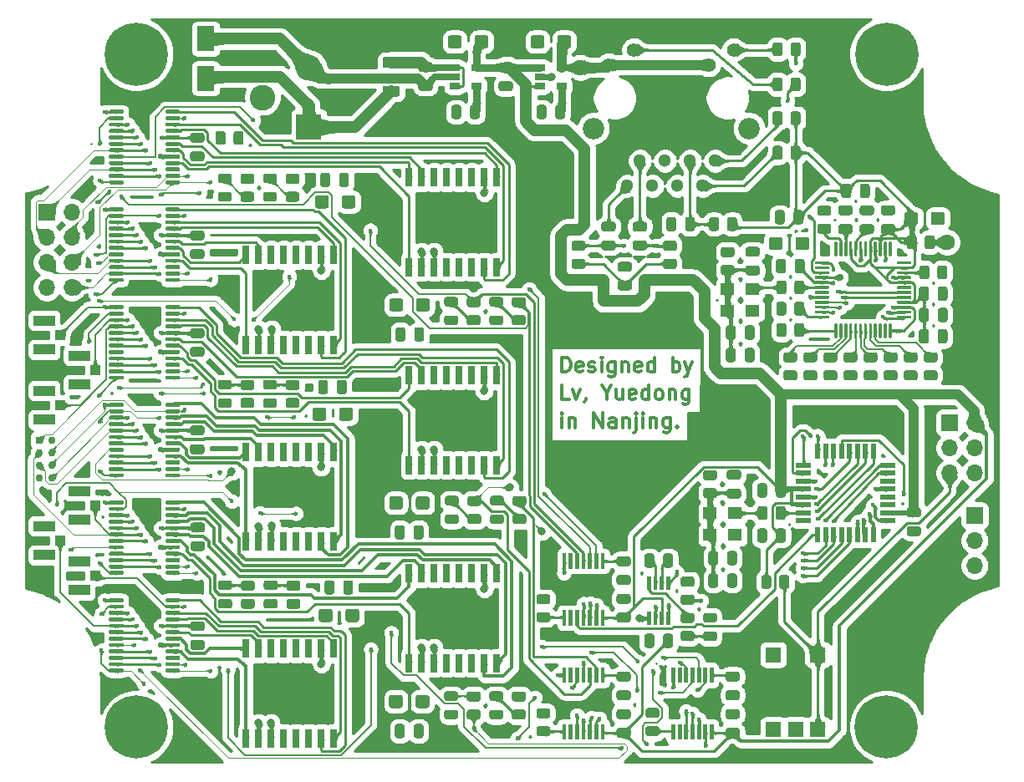
<source format=gtl>
G04 #@! TF.GenerationSoftware,KiCad,Pcbnew,(5.1.12)-1*
G04 #@! TF.CreationDate,2022-03-28T13:46:33+08:00*
G04 #@! TF.ProjectId,spi_mux_demo_board,7370695f-6d75-4785-9f64-656d6f5f626f,rev?*
G04 #@! TF.SameCoordinates,Original*
G04 #@! TF.FileFunction,Copper,L1,Top*
G04 #@! TF.FilePolarity,Positive*
%FSLAX46Y46*%
G04 Gerber Fmt 4.6, Leading zero omitted, Abs format (unit mm)*
G04 Created by KiCad (PCBNEW (5.1.12)-1) date 2022-03-28 13:46:33*
%MOMM*%
%LPD*%
G01*
G04 APERTURE LIST*
%ADD10C,0.300000*%
G04 #@! TA.AperFunction,ComponentPad*
%ADD11C,1.408000*%
G04 #@! TD*
G04 #@! TA.AperFunction,ComponentPad*
%ADD12C,2.184400*%
G04 #@! TD*
G04 #@! TA.AperFunction,ComponentPad*
%ADD13C,1.300000*%
G04 #@! TD*
G04 #@! TA.AperFunction,ComponentPad*
%ADD14O,1.700000X1.700000*%
G04 #@! TD*
G04 #@! TA.AperFunction,ComponentPad*
%ADD15R,1.700000X1.700000*%
G04 #@! TD*
G04 #@! TA.AperFunction,SMDPad,CuDef*
%ADD16R,1.050000X1.050000*%
G04 #@! TD*
G04 #@! TA.AperFunction,SMDPad,CuDef*
%ADD17R,2.200000X1.050000*%
G04 #@! TD*
G04 #@! TA.AperFunction,ComponentPad*
%ADD18C,2.600000*%
G04 #@! TD*
G04 #@! TA.AperFunction,ComponentPad*
%ADD19R,2.600000X2.600000*%
G04 #@! TD*
G04 #@! TA.AperFunction,SMDPad,CuDef*
%ADD20R,1.400000X1.200000*%
G04 #@! TD*
G04 #@! TA.AperFunction,SMDPad,CuDef*
%ADD21R,0.550000X1.600000*%
G04 #@! TD*
G04 #@! TA.AperFunction,SMDPad,CuDef*
%ADD22R,1.600000X0.550000*%
G04 #@! TD*
G04 #@! TA.AperFunction,SMDPad,CuDef*
%ADD23R,1.060000X0.650000*%
G04 #@! TD*
G04 #@! TA.AperFunction,SMDPad,CuDef*
%ADD24R,0.640000X1.930000*%
G04 #@! TD*
G04 #@! TA.AperFunction,ComponentPad*
%ADD25C,0.750000*%
G04 #@! TD*
G04 #@! TA.AperFunction,ComponentPad*
%ADD26R,0.750000X0.750000*%
G04 #@! TD*
G04 #@! TA.AperFunction,SMDPad,CuDef*
%ADD27R,1.800000X2.500000*%
G04 #@! TD*
G04 #@! TA.AperFunction,SMDPad,CuDef*
%ADD28R,1.600000X1.600000*%
G04 #@! TD*
G04 #@! TA.AperFunction,ComponentPad*
%ADD29C,0.800000*%
G04 #@! TD*
G04 #@! TA.AperFunction,ComponentPad*
%ADD30C,6.400000*%
G04 #@! TD*
G04 #@! TA.AperFunction,ViaPad*
%ADD31C,0.550000*%
G04 #@! TD*
G04 #@! TA.AperFunction,ViaPad*
%ADD32C,0.800000*%
G04 #@! TD*
G04 #@! TA.AperFunction,ViaPad*
%ADD33C,0.450000*%
G04 #@! TD*
G04 #@! TA.AperFunction,ViaPad*
%ADD34C,0.700000*%
G04 #@! TD*
G04 #@! TA.AperFunction,ViaPad*
%ADD35C,1.600000*%
G04 #@! TD*
G04 #@! TA.AperFunction,Conductor*
%ADD36C,0.250000*%
G04 #@! TD*
G04 #@! TA.AperFunction,Conductor*
%ADD37C,0.600000*%
G04 #@! TD*
G04 #@! TA.AperFunction,Conductor*
%ADD38C,0.350000*%
G04 #@! TD*
G04 #@! TA.AperFunction,Conductor*
%ADD39C,1.200000*%
G04 #@! TD*
G04 #@! TA.AperFunction,Conductor*
%ADD40C,0.700000*%
G04 #@! TD*
G04 #@! TA.AperFunction,Conductor*
%ADD41C,1.000000*%
G04 #@! TD*
G04 #@! TA.AperFunction,Conductor*
%ADD42C,0.300000*%
G04 #@! TD*
G04 #@! TA.AperFunction,Conductor*
%ADD43C,0.800000*%
G04 #@! TD*
G04 #@! TA.AperFunction,Conductor*
%ADD44C,0.500000*%
G04 #@! TD*
G04 #@! TA.AperFunction,Conductor*
%ADD45C,0.200000*%
G04 #@! TD*
G04 #@! TA.AperFunction,Conductor*
%ADD46C,0.150000*%
G04 #@! TD*
G04 #@! TA.AperFunction,Conductor*
%ADD47C,0.100000*%
G04 #@! TD*
G04 #@! TA.AperFunction,Conductor*
%ADD48C,0.025400*%
G04 #@! TD*
G04 #@! TA.AperFunction,NonConductor*
%ADD49C,0.254000*%
G04 #@! TD*
G04 #@! TA.AperFunction,NonConductor*
%ADD50C,0.100000*%
G04 #@! TD*
G04 APERTURE END LIST*
D10*
X155016914Y-98747971D02*
X154302628Y-98747971D01*
X154302628Y-97247971D01*
X155374057Y-97747971D02*
X155731200Y-98747971D01*
X156088342Y-97747971D01*
X156731200Y-98676542D02*
X156731200Y-98747971D01*
X156659771Y-98890828D01*
X156588342Y-98962257D01*
X158802628Y-98033685D02*
X158802628Y-98747971D01*
X158302628Y-97247971D02*
X158802628Y-98033685D01*
X159302628Y-97247971D01*
X160445485Y-97747971D02*
X160445485Y-98747971D01*
X159802628Y-97747971D02*
X159802628Y-98533685D01*
X159874057Y-98676542D01*
X160016914Y-98747971D01*
X160231200Y-98747971D01*
X160374057Y-98676542D01*
X160445485Y-98605114D01*
X161731200Y-98676542D02*
X161588342Y-98747971D01*
X161302628Y-98747971D01*
X161159771Y-98676542D01*
X161088342Y-98533685D01*
X161088342Y-97962257D01*
X161159771Y-97819400D01*
X161302628Y-97747971D01*
X161588342Y-97747971D01*
X161731200Y-97819400D01*
X161802628Y-97962257D01*
X161802628Y-98105114D01*
X161088342Y-98247971D01*
X163088342Y-98747971D02*
X163088342Y-97247971D01*
X163088342Y-98676542D02*
X162945485Y-98747971D01*
X162659771Y-98747971D01*
X162516914Y-98676542D01*
X162445485Y-98605114D01*
X162374057Y-98462257D01*
X162374057Y-98033685D01*
X162445485Y-97890828D01*
X162516914Y-97819400D01*
X162659771Y-97747971D01*
X162945485Y-97747971D01*
X163088342Y-97819400D01*
X164016914Y-98747971D02*
X163874057Y-98676542D01*
X163802628Y-98605114D01*
X163731200Y-98462257D01*
X163731200Y-98033685D01*
X163802628Y-97890828D01*
X163874057Y-97819400D01*
X164016914Y-97747971D01*
X164231200Y-97747971D01*
X164374057Y-97819400D01*
X164445485Y-97890828D01*
X164516914Y-98033685D01*
X164516914Y-98462257D01*
X164445485Y-98605114D01*
X164374057Y-98676542D01*
X164231200Y-98747971D01*
X164016914Y-98747971D01*
X165159771Y-97747971D02*
X165159771Y-98747971D01*
X165159771Y-97890828D02*
X165231200Y-97819400D01*
X165374057Y-97747971D01*
X165588342Y-97747971D01*
X165731200Y-97819400D01*
X165802628Y-97962257D01*
X165802628Y-98747971D01*
X167159771Y-97747971D02*
X167159771Y-98962257D01*
X167088342Y-99105114D01*
X167016914Y-99176542D01*
X166874057Y-99247971D01*
X166659771Y-99247971D01*
X166516914Y-99176542D01*
X167159771Y-98676542D02*
X167016914Y-98747971D01*
X166731200Y-98747971D01*
X166588342Y-98676542D01*
X166516914Y-98605114D01*
X166445485Y-98462257D01*
X166445485Y-98033685D01*
X166516914Y-97890828D01*
X166588342Y-97819400D01*
X166731200Y-97747971D01*
X167016914Y-97747971D01*
X167159771Y-97819400D01*
X154302629Y-95953971D02*
X154302629Y-94453971D01*
X154659771Y-94453971D01*
X154874057Y-94525400D01*
X155016914Y-94668257D01*
X155088343Y-94811114D01*
X155159771Y-95096828D01*
X155159771Y-95311114D01*
X155088343Y-95596828D01*
X155016914Y-95739685D01*
X154874057Y-95882542D01*
X154659771Y-95953971D01*
X154302629Y-95953971D01*
X156374057Y-95882542D02*
X156231200Y-95953971D01*
X155945486Y-95953971D01*
X155802629Y-95882542D01*
X155731200Y-95739685D01*
X155731200Y-95168257D01*
X155802629Y-95025400D01*
X155945486Y-94953971D01*
X156231200Y-94953971D01*
X156374057Y-95025400D01*
X156445486Y-95168257D01*
X156445486Y-95311114D01*
X155731200Y-95453971D01*
X157016914Y-95882542D02*
X157159771Y-95953971D01*
X157445486Y-95953971D01*
X157588343Y-95882542D01*
X157659771Y-95739685D01*
X157659771Y-95668257D01*
X157588343Y-95525400D01*
X157445486Y-95453971D01*
X157231200Y-95453971D01*
X157088343Y-95382542D01*
X157016914Y-95239685D01*
X157016914Y-95168257D01*
X157088343Y-95025400D01*
X157231200Y-94953971D01*
X157445486Y-94953971D01*
X157588343Y-95025400D01*
X158302629Y-95953971D02*
X158302629Y-94953971D01*
X158302629Y-94453971D02*
X158231200Y-94525400D01*
X158302629Y-94596828D01*
X158374057Y-94525400D01*
X158302629Y-94453971D01*
X158302629Y-94596828D01*
X159659771Y-94953971D02*
X159659771Y-96168257D01*
X159588343Y-96311114D01*
X159516914Y-96382542D01*
X159374057Y-96453971D01*
X159159771Y-96453971D01*
X159016914Y-96382542D01*
X159659771Y-95882542D02*
X159516914Y-95953971D01*
X159231200Y-95953971D01*
X159088343Y-95882542D01*
X159016914Y-95811114D01*
X158945486Y-95668257D01*
X158945486Y-95239685D01*
X159016914Y-95096828D01*
X159088343Y-95025400D01*
X159231200Y-94953971D01*
X159516914Y-94953971D01*
X159659771Y-95025400D01*
X160374057Y-94953971D02*
X160374057Y-95953971D01*
X160374057Y-95096828D02*
X160445486Y-95025400D01*
X160588343Y-94953971D01*
X160802629Y-94953971D01*
X160945486Y-95025400D01*
X161016914Y-95168257D01*
X161016914Y-95953971D01*
X162302629Y-95882542D02*
X162159771Y-95953971D01*
X161874057Y-95953971D01*
X161731200Y-95882542D01*
X161659771Y-95739685D01*
X161659771Y-95168257D01*
X161731200Y-95025400D01*
X161874057Y-94953971D01*
X162159771Y-94953971D01*
X162302629Y-95025400D01*
X162374057Y-95168257D01*
X162374057Y-95311114D01*
X161659771Y-95453971D01*
X163659771Y-95953971D02*
X163659771Y-94453971D01*
X163659771Y-95882542D02*
X163516914Y-95953971D01*
X163231200Y-95953971D01*
X163088343Y-95882542D01*
X163016914Y-95811114D01*
X162945486Y-95668257D01*
X162945486Y-95239685D01*
X163016914Y-95096828D01*
X163088343Y-95025400D01*
X163231200Y-94953971D01*
X163516914Y-94953971D01*
X163659771Y-95025400D01*
X165516914Y-95953971D02*
X165516914Y-94453971D01*
X165516914Y-95025400D02*
X165659771Y-94953971D01*
X165945486Y-94953971D01*
X166088343Y-95025400D01*
X166159771Y-95096828D01*
X166231200Y-95239685D01*
X166231200Y-95668257D01*
X166159771Y-95811114D01*
X166088343Y-95882542D01*
X165945486Y-95953971D01*
X165659771Y-95953971D01*
X165516914Y-95882542D01*
X166731200Y-94953971D02*
X167088343Y-95953971D01*
X167445486Y-94953971D02*
X167088343Y-95953971D01*
X166945486Y-96311114D01*
X166874057Y-96382542D01*
X166731200Y-96453971D01*
X154302628Y-101567371D02*
X154302628Y-100567371D01*
X154302628Y-100067371D02*
X154231199Y-100138800D01*
X154302628Y-100210228D01*
X154374057Y-100138800D01*
X154302628Y-100067371D01*
X154302628Y-100210228D01*
X155016914Y-100567371D02*
X155016914Y-101567371D01*
X155016914Y-100710228D02*
X155088342Y-100638800D01*
X155231199Y-100567371D01*
X155445485Y-100567371D01*
X155588342Y-100638800D01*
X155659771Y-100781657D01*
X155659771Y-101567371D01*
X157516914Y-101567371D02*
X157516914Y-100067371D01*
X158374057Y-101567371D01*
X158374057Y-100067371D01*
X159731199Y-101567371D02*
X159731199Y-100781657D01*
X159659771Y-100638800D01*
X159516914Y-100567371D01*
X159231199Y-100567371D01*
X159088342Y-100638800D01*
X159731199Y-101495942D02*
X159588342Y-101567371D01*
X159231199Y-101567371D01*
X159088342Y-101495942D01*
X159016914Y-101353085D01*
X159016914Y-101210228D01*
X159088342Y-101067371D01*
X159231199Y-100995942D01*
X159588342Y-100995942D01*
X159731199Y-100924514D01*
X160445485Y-100567371D02*
X160445485Y-101567371D01*
X160445485Y-100710228D02*
X160516914Y-100638800D01*
X160659771Y-100567371D01*
X160874057Y-100567371D01*
X161016914Y-100638800D01*
X161088342Y-100781657D01*
X161088342Y-101567371D01*
X161802628Y-100567371D02*
X161802628Y-101853085D01*
X161731199Y-101995942D01*
X161588342Y-102067371D01*
X161516914Y-102067371D01*
X161802628Y-100067371D02*
X161731199Y-100138800D01*
X161802628Y-100210228D01*
X161874057Y-100138800D01*
X161802628Y-100067371D01*
X161802628Y-100210228D01*
X162516914Y-101567371D02*
X162516914Y-100567371D01*
X162516914Y-100067371D02*
X162445485Y-100138800D01*
X162516914Y-100210228D01*
X162588342Y-100138800D01*
X162516914Y-100067371D01*
X162516914Y-100210228D01*
X163231199Y-100567371D02*
X163231199Y-101567371D01*
X163231199Y-100710228D02*
X163302628Y-100638800D01*
X163445485Y-100567371D01*
X163659771Y-100567371D01*
X163802628Y-100638800D01*
X163874057Y-100781657D01*
X163874057Y-101567371D01*
X165231199Y-100567371D02*
X165231199Y-101781657D01*
X165159771Y-101924514D01*
X165088342Y-101995942D01*
X164945485Y-102067371D01*
X164731199Y-102067371D01*
X164588342Y-101995942D01*
X165231199Y-101495942D02*
X165088342Y-101567371D01*
X164802628Y-101567371D01*
X164659771Y-101495942D01*
X164588342Y-101424514D01*
X164516914Y-101281657D01*
X164516914Y-100853085D01*
X164588342Y-100710228D01*
X164659771Y-100638800D01*
X164802628Y-100567371D01*
X165088342Y-100567371D01*
X165231199Y-100638800D01*
X165945485Y-101424514D02*
X166016914Y-101495942D01*
X165945485Y-101567371D01*
X165874057Y-101495942D01*
X165945485Y-101424514D01*
X165945485Y-101567371D01*
G04 #@! TA.AperFunction,SMDPad,CuDef*
G36*
G01*
X164879000Y-120186000D02*
X165239000Y-120186000D01*
G75*
G02*
X165259000Y-120206000I0J-20000D01*
G01*
X165259000Y-121586000D01*
G75*
G02*
X165239000Y-121606000I-20000J0D01*
G01*
X164879000Y-121606000D01*
G75*
G02*
X164859000Y-121586000I0J20000D01*
G01*
X164859000Y-120206000D01*
G75*
G02*
X164879000Y-120186000I20000J0D01*
G01*
G37*
G04 #@! TD.AperFunction*
G04 #@! TA.AperFunction,SMDPad,CuDef*
G36*
G01*
X164229000Y-120186000D02*
X164589000Y-120186000D01*
G75*
G02*
X164609000Y-120206000I0J-20000D01*
G01*
X164609000Y-121586000D01*
G75*
G02*
X164589000Y-121606000I-20000J0D01*
G01*
X164229000Y-121606000D01*
G75*
G02*
X164209000Y-121586000I0J20000D01*
G01*
X164209000Y-120206000D01*
G75*
G02*
X164229000Y-120186000I20000J0D01*
G01*
G37*
G04 #@! TD.AperFunction*
G04 #@! TA.AperFunction,SMDPad,CuDef*
G36*
G01*
X163579000Y-120186000D02*
X163939000Y-120186000D01*
G75*
G02*
X163959000Y-120206000I0J-20000D01*
G01*
X163959000Y-121586000D01*
G75*
G02*
X163939000Y-121606000I-20000J0D01*
G01*
X163579000Y-121606000D01*
G75*
G02*
X163559000Y-121586000I0J20000D01*
G01*
X163559000Y-120206000D01*
G75*
G02*
X163579000Y-120186000I20000J0D01*
G01*
G37*
G04 #@! TD.AperFunction*
G04 #@! TA.AperFunction,SMDPad,CuDef*
G36*
G01*
X162929000Y-120186000D02*
X163289000Y-120186000D01*
G75*
G02*
X163309000Y-120206000I0J-20000D01*
G01*
X163309000Y-121586000D01*
G75*
G02*
X163289000Y-121606000I-20000J0D01*
G01*
X162929000Y-121606000D01*
G75*
G02*
X162909000Y-121586000I0J20000D01*
G01*
X162909000Y-120206000D01*
G75*
G02*
X162929000Y-120186000I20000J0D01*
G01*
G37*
G04 #@! TD.AperFunction*
G04 #@! TA.AperFunction,SMDPad,CuDef*
G36*
G01*
X162929000Y-116646000D02*
X163289000Y-116646000D01*
G75*
G02*
X163309000Y-116666000I0J-20000D01*
G01*
X163309000Y-118046000D01*
G75*
G02*
X163289000Y-118066000I-20000J0D01*
G01*
X162929000Y-118066000D01*
G75*
G02*
X162909000Y-118046000I0J20000D01*
G01*
X162909000Y-116666000D01*
G75*
G02*
X162929000Y-116646000I20000J0D01*
G01*
G37*
G04 #@! TD.AperFunction*
G04 #@! TA.AperFunction,SMDPad,CuDef*
G36*
G01*
X163579000Y-116646000D02*
X163939000Y-116646000D01*
G75*
G02*
X163959000Y-116666000I0J-20000D01*
G01*
X163959000Y-118046000D01*
G75*
G02*
X163939000Y-118066000I-20000J0D01*
G01*
X163579000Y-118066000D01*
G75*
G02*
X163559000Y-118046000I0J20000D01*
G01*
X163559000Y-116666000D01*
G75*
G02*
X163579000Y-116646000I20000J0D01*
G01*
G37*
G04 #@! TD.AperFunction*
G04 #@! TA.AperFunction,SMDPad,CuDef*
G36*
G01*
X164229000Y-116646000D02*
X164589000Y-116646000D01*
G75*
G02*
X164609000Y-116666000I0J-20000D01*
G01*
X164609000Y-118046000D01*
G75*
G02*
X164589000Y-118066000I-20000J0D01*
G01*
X164229000Y-118066000D01*
G75*
G02*
X164209000Y-118046000I0J20000D01*
G01*
X164209000Y-116666000D01*
G75*
G02*
X164229000Y-116646000I20000J0D01*
G01*
G37*
G04 #@! TD.AperFunction*
G04 #@! TA.AperFunction,SMDPad,CuDef*
G36*
G01*
X164879000Y-116646000D02*
X165239000Y-116646000D01*
G75*
G02*
X165259000Y-116666000I0J-20000D01*
G01*
X165259000Y-118046000D01*
G75*
G02*
X165239000Y-118066000I-20000J0D01*
G01*
X164879000Y-118066000D01*
G75*
G02*
X164859000Y-118046000I0J20000D01*
G01*
X164859000Y-116666000D01*
G75*
G02*
X164879000Y-116646000I20000J0D01*
G01*
G37*
G04 #@! TD.AperFunction*
G04 #@! TA.AperFunction,SMDPad,CuDef*
G36*
G01*
X158229500Y-131625000D02*
X158598500Y-131625000D01*
G75*
G02*
X158619000Y-131645500I0J-20500D01*
G01*
X158619000Y-133174500D01*
G75*
G02*
X158598500Y-133195000I-20500J0D01*
G01*
X158229500Y-133195000D01*
G75*
G02*
X158209000Y-133174500I0J20500D01*
G01*
X158209000Y-131645500D01*
G75*
G02*
X158229500Y-131625000I20500J0D01*
G01*
G37*
G04 #@! TD.AperFunction*
G04 #@! TA.AperFunction,SMDPad,CuDef*
G36*
G01*
X157579500Y-131625000D02*
X157948500Y-131625000D01*
G75*
G02*
X157969000Y-131645500I0J-20500D01*
G01*
X157969000Y-133174500D01*
G75*
G02*
X157948500Y-133195000I-20500J0D01*
G01*
X157579500Y-133195000D01*
G75*
G02*
X157559000Y-133174500I0J20500D01*
G01*
X157559000Y-131645500D01*
G75*
G02*
X157579500Y-131625000I20500J0D01*
G01*
G37*
G04 #@! TD.AperFunction*
G04 #@! TA.AperFunction,SMDPad,CuDef*
G36*
G01*
X156929500Y-131625000D02*
X157298500Y-131625000D01*
G75*
G02*
X157319000Y-131645500I0J-20500D01*
G01*
X157319000Y-133174500D01*
G75*
G02*
X157298500Y-133195000I-20500J0D01*
G01*
X156929500Y-133195000D01*
G75*
G02*
X156909000Y-133174500I0J20500D01*
G01*
X156909000Y-131645500D01*
G75*
G02*
X156929500Y-131625000I20500J0D01*
G01*
G37*
G04 #@! TD.AperFunction*
G04 #@! TA.AperFunction,SMDPad,CuDef*
G36*
G01*
X156279500Y-131625000D02*
X156648500Y-131625000D01*
G75*
G02*
X156669000Y-131645500I0J-20500D01*
G01*
X156669000Y-133174500D01*
G75*
G02*
X156648500Y-133195000I-20500J0D01*
G01*
X156279500Y-133195000D01*
G75*
G02*
X156259000Y-133174500I0J20500D01*
G01*
X156259000Y-131645500D01*
G75*
G02*
X156279500Y-131625000I20500J0D01*
G01*
G37*
G04 #@! TD.AperFunction*
G04 #@! TA.AperFunction,SMDPad,CuDef*
G36*
G01*
X155629500Y-131625000D02*
X155998500Y-131625000D01*
G75*
G02*
X156019000Y-131645500I0J-20500D01*
G01*
X156019000Y-133174500D01*
G75*
G02*
X155998500Y-133195000I-20500J0D01*
G01*
X155629500Y-133195000D01*
G75*
G02*
X155609000Y-133174500I0J20500D01*
G01*
X155609000Y-131645500D01*
G75*
G02*
X155629500Y-131625000I20500J0D01*
G01*
G37*
G04 #@! TD.AperFunction*
G04 #@! TA.AperFunction,SMDPad,CuDef*
G36*
G01*
X154979500Y-131625000D02*
X155348500Y-131625000D01*
G75*
G02*
X155369000Y-131645500I0J-20500D01*
G01*
X155369000Y-133174500D01*
G75*
G02*
X155348500Y-133195000I-20500J0D01*
G01*
X154979500Y-133195000D01*
G75*
G02*
X154959000Y-133174500I0J20500D01*
G01*
X154959000Y-131645500D01*
G75*
G02*
X154979500Y-131625000I20500J0D01*
G01*
G37*
G04 #@! TD.AperFunction*
G04 #@! TA.AperFunction,SMDPad,CuDef*
G36*
G01*
X154329500Y-131625000D02*
X154698500Y-131625000D01*
G75*
G02*
X154719000Y-131645500I0J-20500D01*
G01*
X154719000Y-133174500D01*
G75*
G02*
X154698500Y-133195000I-20500J0D01*
G01*
X154329500Y-133195000D01*
G75*
G02*
X154309000Y-133174500I0J20500D01*
G01*
X154309000Y-131645500D01*
G75*
G02*
X154329500Y-131625000I20500J0D01*
G01*
G37*
G04 #@! TD.AperFunction*
G04 #@! TA.AperFunction,SMDPad,CuDef*
G36*
G01*
X154329500Y-125885000D02*
X154698500Y-125885000D01*
G75*
G02*
X154719000Y-125905500I0J-20500D01*
G01*
X154719000Y-127434500D01*
G75*
G02*
X154698500Y-127455000I-20500J0D01*
G01*
X154329500Y-127455000D01*
G75*
G02*
X154309000Y-127434500I0J20500D01*
G01*
X154309000Y-125905500D01*
G75*
G02*
X154329500Y-125885000I20500J0D01*
G01*
G37*
G04 #@! TD.AperFunction*
G04 #@! TA.AperFunction,SMDPad,CuDef*
G36*
G01*
X154979500Y-125885000D02*
X155348500Y-125885000D01*
G75*
G02*
X155369000Y-125905500I0J-20500D01*
G01*
X155369000Y-127434500D01*
G75*
G02*
X155348500Y-127455000I-20500J0D01*
G01*
X154979500Y-127455000D01*
G75*
G02*
X154959000Y-127434500I0J20500D01*
G01*
X154959000Y-125905500D01*
G75*
G02*
X154979500Y-125885000I20500J0D01*
G01*
G37*
G04 #@! TD.AperFunction*
G04 #@! TA.AperFunction,SMDPad,CuDef*
G36*
G01*
X155629500Y-125885000D02*
X155998500Y-125885000D01*
G75*
G02*
X156019000Y-125905500I0J-20500D01*
G01*
X156019000Y-127434500D01*
G75*
G02*
X155998500Y-127455000I-20500J0D01*
G01*
X155629500Y-127455000D01*
G75*
G02*
X155609000Y-127434500I0J20500D01*
G01*
X155609000Y-125905500D01*
G75*
G02*
X155629500Y-125885000I20500J0D01*
G01*
G37*
G04 #@! TD.AperFunction*
G04 #@! TA.AperFunction,SMDPad,CuDef*
G36*
G01*
X156279500Y-125885000D02*
X156648500Y-125885000D01*
G75*
G02*
X156669000Y-125905500I0J-20500D01*
G01*
X156669000Y-127434500D01*
G75*
G02*
X156648500Y-127455000I-20500J0D01*
G01*
X156279500Y-127455000D01*
G75*
G02*
X156259000Y-127434500I0J20500D01*
G01*
X156259000Y-125905500D01*
G75*
G02*
X156279500Y-125885000I20500J0D01*
G01*
G37*
G04 #@! TD.AperFunction*
G04 #@! TA.AperFunction,SMDPad,CuDef*
G36*
G01*
X156929500Y-125885000D02*
X157298500Y-125885000D01*
G75*
G02*
X157319000Y-125905500I0J-20500D01*
G01*
X157319000Y-127434500D01*
G75*
G02*
X157298500Y-127455000I-20500J0D01*
G01*
X156929500Y-127455000D01*
G75*
G02*
X156909000Y-127434500I0J20500D01*
G01*
X156909000Y-125905500D01*
G75*
G02*
X156929500Y-125885000I20500J0D01*
G01*
G37*
G04 #@! TD.AperFunction*
G04 #@! TA.AperFunction,SMDPad,CuDef*
G36*
G01*
X157579500Y-125885000D02*
X157948500Y-125885000D01*
G75*
G02*
X157969000Y-125905500I0J-20500D01*
G01*
X157969000Y-127434500D01*
G75*
G02*
X157948500Y-127455000I-20500J0D01*
G01*
X157579500Y-127455000D01*
G75*
G02*
X157559000Y-127434500I0J20500D01*
G01*
X157559000Y-125905500D01*
G75*
G02*
X157579500Y-125885000I20500J0D01*
G01*
G37*
G04 #@! TD.AperFunction*
G04 #@! TA.AperFunction,SMDPad,CuDef*
G36*
G01*
X158229500Y-125885000D02*
X158598500Y-125885000D01*
G75*
G02*
X158619000Y-125905500I0J-20500D01*
G01*
X158619000Y-127434500D01*
G75*
G02*
X158598500Y-127455000I-20500J0D01*
G01*
X158229500Y-127455000D01*
G75*
G02*
X158209000Y-127434500I0J20500D01*
G01*
X158209000Y-125905500D01*
G75*
G02*
X158229500Y-125885000I20500J0D01*
G01*
G37*
G04 #@! TD.AperFunction*
G04 #@! TA.AperFunction,SMDPad,CuDef*
G36*
G01*
X169278500Y-131625000D02*
X169647500Y-131625000D01*
G75*
G02*
X169668000Y-131645500I0J-20500D01*
G01*
X169668000Y-133174500D01*
G75*
G02*
X169647500Y-133195000I-20500J0D01*
G01*
X169278500Y-133195000D01*
G75*
G02*
X169258000Y-133174500I0J20500D01*
G01*
X169258000Y-131645500D01*
G75*
G02*
X169278500Y-131625000I20500J0D01*
G01*
G37*
G04 #@! TD.AperFunction*
G04 #@! TA.AperFunction,SMDPad,CuDef*
G36*
G01*
X168628500Y-131625000D02*
X168997500Y-131625000D01*
G75*
G02*
X169018000Y-131645500I0J-20500D01*
G01*
X169018000Y-133174500D01*
G75*
G02*
X168997500Y-133195000I-20500J0D01*
G01*
X168628500Y-133195000D01*
G75*
G02*
X168608000Y-133174500I0J20500D01*
G01*
X168608000Y-131645500D01*
G75*
G02*
X168628500Y-131625000I20500J0D01*
G01*
G37*
G04 #@! TD.AperFunction*
G04 #@! TA.AperFunction,SMDPad,CuDef*
G36*
G01*
X167978500Y-131625000D02*
X168347500Y-131625000D01*
G75*
G02*
X168368000Y-131645500I0J-20500D01*
G01*
X168368000Y-133174500D01*
G75*
G02*
X168347500Y-133195000I-20500J0D01*
G01*
X167978500Y-133195000D01*
G75*
G02*
X167958000Y-133174500I0J20500D01*
G01*
X167958000Y-131645500D01*
G75*
G02*
X167978500Y-131625000I20500J0D01*
G01*
G37*
G04 #@! TD.AperFunction*
G04 #@! TA.AperFunction,SMDPad,CuDef*
G36*
G01*
X167328500Y-131625000D02*
X167697500Y-131625000D01*
G75*
G02*
X167718000Y-131645500I0J-20500D01*
G01*
X167718000Y-133174500D01*
G75*
G02*
X167697500Y-133195000I-20500J0D01*
G01*
X167328500Y-133195000D01*
G75*
G02*
X167308000Y-133174500I0J20500D01*
G01*
X167308000Y-131645500D01*
G75*
G02*
X167328500Y-131625000I20500J0D01*
G01*
G37*
G04 #@! TD.AperFunction*
G04 #@! TA.AperFunction,SMDPad,CuDef*
G36*
G01*
X166678500Y-131625000D02*
X167047500Y-131625000D01*
G75*
G02*
X167068000Y-131645500I0J-20500D01*
G01*
X167068000Y-133174500D01*
G75*
G02*
X167047500Y-133195000I-20500J0D01*
G01*
X166678500Y-133195000D01*
G75*
G02*
X166658000Y-133174500I0J20500D01*
G01*
X166658000Y-131645500D01*
G75*
G02*
X166678500Y-131625000I20500J0D01*
G01*
G37*
G04 #@! TD.AperFunction*
G04 #@! TA.AperFunction,SMDPad,CuDef*
G36*
G01*
X166028500Y-131625000D02*
X166397500Y-131625000D01*
G75*
G02*
X166418000Y-131645500I0J-20500D01*
G01*
X166418000Y-133174500D01*
G75*
G02*
X166397500Y-133195000I-20500J0D01*
G01*
X166028500Y-133195000D01*
G75*
G02*
X166008000Y-133174500I0J20500D01*
G01*
X166008000Y-131645500D01*
G75*
G02*
X166028500Y-131625000I20500J0D01*
G01*
G37*
G04 #@! TD.AperFunction*
G04 #@! TA.AperFunction,SMDPad,CuDef*
G36*
G01*
X165378500Y-131625000D02*
X165747500Y-131625000D01*
G75*
G02*
X165768000Y-131645500I0J-20500D01*
G01*
X165768000Y-133174500D01*
G75*
G02*
X165747500Y-133195000I-20500J0D01*
G01*
X165378500Y-133195000D01*
G75*
G02*
X165358000Y-133174500I0J20500D01*
G01*
X165358000Y-131645500D01*
G75*
G02*
X165378500Y-131625000I20500J0D01*
G01*
G37*
G04 #@! TD.AperFunction*
G04 #@! TA.AperFunction,SMDPad,CuDef*
G36*
G01*
X165378500Y-125885000D02*
X165747500Y-125885000D01*
G75*
G02*
X165768000Y-125905500I0J-20500D01*
G01*
X165768000Y-127434500D01*
G75*
G02*
X165747500Y-127455000I-20500J0D01*
G01*
X165378500Y-127455000D01*
G75*
G02*
X165358000Y-127434500I0J20500D01*
G01*
X165358000Y-125905500D01*
G75*
G02*
X165378500Y-125885000I20500J0D01*
G01*
G37*
G04 #@! TD.AperFunction*
G04 #@! TA.AperFunction,SMDPad,CuDef*
G36*
G01*
X166028500Y-125885000D02*
X166397500Y-125885000D01*
G75*
G02*
X166418000Y-125905500I0J-20500D01*
G01*
X166418000Y-127434500D01*
G75*
G02*
X166397500Y-127455000I-20500J0D01*
G01*
X166028500Y-127455000D01*
G75*
G02*
X166008000Y-127434500I0J20500D01*
G01*
X166008000Y-125905500D01*
G75*
G02*
X166028500Y-125885000I20500J0D01*
G01*
G37*
G04 #@! TD.AperFunction*
G04 #@! TA.AperFunction,SMDPad,CuDef*
G36*
G01*
X166678500Y-125885000D02*
X167047500Y-125885000D01*
G75*
G02*
X167068000Y-125905500I0J-20500D01*
G01*
X167068000Y-127434500D01*
G75*
G02*
X167047500Y-127455000I-20500J0D01*
G01*
X166678500Y-127455000D01*
G75*
G02*
X166658000Y-127434500I0J20500D01*
G01*
X166658000Y-125905500D01*
G75*
G02*
X166678500Y-125885000I20500J0D01*
G01*
G37*
G04 #@! TD.AperFunction*
G04 #@! TA.AperFunction,SMDPad,CuDef*
G36*
G01*
X167328500Y-125885000D02*
X167697500Y-125885000D01*
G75*
G02*
X167718000Y-125905500I0J-20500D01*
G01*
X167718000Y-127434500D01*
G75*
G02*
X167697500Y-127455000I-20500J0D01*
G01*
X167328500Y-127455000D01*
G75*
G02*
X167308000Y-127434500I0J20500D01*
G01*
X167308000Y-125905500D01*
G75*
G02*
X167328500Y-125885000I20500J0D01*
G01*
G37*
G04 #@! TD.AperFunction*
G04 #@! TA.AperFunction,SMDPad,CuDef*
G36*
G01*
X167978500Y-125885000D02*
X168347500Y-125885000D01*
G75*
G02*
X168368000Y-125905500I0J-20500D01*
G01*
X168368000Y-127434500D01*
G75*
G02*
X168347500Y-127455000I-20500J0D01*
G01*
X167978500Y-127455000D01*
G75*
G02*
X167958000Y-127434500I0J20500D01*
G01*
X167958000Y-125905500D01*
G75*
G02*
X167978500Y-125885000I20500J0D01*
G01*
G37*
G04 #@! TD.AperFunction*
G04 #@! TA.AperFunction,SMDPad,CuDef*
G36*
G01*
X168628500Y-125885000D02*
X168997500Y-125885000D01*
G75*
G02*
X169018000Y-125905500I0J-20500D01*
G01*
X169018000Y-127434500D01*
G75*
G02*
X168997500Y-127455000I-20500J0D01*
G01*
X168628500Y-127455000D01*
G75*
G02*
X168608000Y-127434500I0J20500D01*
G01*
X168608000Y-125905500D01*
G75*
G02*
X168628500Y-125885000I20500J0D01*
G01*
G37*
G04 #@! TD.AperFunction*
G04 #@! TA.AperFunction,SMDPad,CuDef*
G36*
G01*
X169278500Y-125885000D02*
X169647500Y-125885000D01*
G75*
G02*
X169668000Y-125905500I0J-20500D01*
G01*
X169668000Y-127434500D01*
G75*
G02*
X169647500Y-127455000I-20500J0D01*
G01*
X169278500Y-127455000D01*
G75*
G02*
X169258000Y-127434500I0J20500D01*
G01*
X169258000Y-125905500D01*
G75*
G02*
X169278500Y-125885000I20500J0D01*
G01*
G37*
G04 #@! TD.AperFunction*
G04 #@! TA.AperFunction,SMDPad,CuDef*
G36*
G01*
X158229500Y-120068000D02*
X158598500Y-120068000D01*
G75*
G02*
X158619000Y-120088500I0J-20500D01*
G01*
X158619000Y-121617500D01*
G75*
G02*
X158598500Y-121638000I-20500J0D01*
G01*
X158229500Y-121638000D01*
G75*
G02*
X158209000Y-121617500I0J20500D01*
G01*
X158209000Y-120088500D01*
G75*
G02*
X158229500Y-120068000I20500J0D01*
G01*
G37*
G04 #@! TD.AperFunction*
G04 #@! TA.AperFunction,SMDPad,CuDef*
G36*
G01*
X157579500Y-120068000D02*
X157948500Y-120068000D01*
G75*
G02*
X157969000Y-120088500I0J-20500D01*
G01*
X157969000Y-121617500D01*
G75*
G02*
X157948500Y-121638000I-20500J0D01*
G01*
X157579500Y-121638000D01*
G75*
G02*
X157559000Y-121617500I0J20500D01*
G01*
X157559000Y-120088500D01*
G75*
G02*
X157579500Y-120068000I20500J0D01*
G01*
G37*
G04 #@! TD.AperFunction*
G04 #@! TA.AperFunction,SMDPad,CuDef*
G36*
G01*
X156929500Y-120068000D02*
X157298500Y-120068000D01*
G75*
G02*
X157319000Y-120088500I0J-20500D01*
G01*
X157319000Y-121617500D01*
G75*
G02*
X157298500Y-121638000I-20500J0D01*
G01*
X156929500Y-121638000D01*
G75*
G02*
X156909000Y-121617500I0J20500D01*
G01*
X156909000Y-120088500D01*
G75*
G02*
X156929500Y-120068000I20500J0D01*
G01*
G37*
G04 #@! TD.AperFunction*
G04 #@! TA.AperFunction,SMDPad,CuDef*
G36*
G01*
X156279500Y-120068000D02*
X156648500Y-120068000D01*
G75*
G02*
X156669000Y-120088500I0J-20500D01*
G01*
X156669000Y-121617500D01*
G75*
G02*
X156648500Y-121638000I-20500J0D01*
G01*
X156279500Y-121638000D01*
G75*
G02*
X156259000Y-121617500I0J20500D01*
G01*
X156259000Y-120088500D01*
G75*
G02*
X156279500Y-120068000I20500J0D01*
G01*
G37*
G04 #@! TD.AperFunction*
G04 #@! TA.AperFunction,SMDPad,CuDef*
G36*
G01*
X155629500Y-120068000D02*
X155998500Y-120068000D01*
G75*
G02*
X156019000Y-120088500I0J-20500D01*
G01*
X156019000Y-121617500D01*
G75*
G02*
X155998500Y-121638000I-20500J0D01*
G01*
X155629500Y-121638000D01*
G75*
G02*
X155609000Y-121617500I0J20500D01*
G01*
X155609000Y-120088500D01*
G75*
G02*
X155629500Y-120068000I20500J0D01*
G01*
G37*
G04 #@! TD.AperFunction*
G04 #@! TA.AperFunction,SMDPad,CuDef*
G36*
G01*
X154979500Y-120068000D02*
X155348500Y-120068000D01*
G75*
G02*
X155369000Y-120088500I0J-20500D01*
G01*
X155369000Y-121617500D01*
G75*
G02*
X155348500Y-121638000I-20500J0D01*
G01*
X154979500Y-121638000D01*
G75*
G02*
X154959000Y-121617500I0J20500D01*
G01*
X154959000Y-120088500D01*
G75*
G02*
X154979500Y-120068000I20500J0D01*
G01*
G37*
G04 #@! TD.AperFunction*
G04 #@! TA.AperFunction,SMDPad,CuDef*
G36*
G01*
X154329500Y-120068000D02*
X154698500Y-120068000D01*
G75*
G02*
X154719000Y-120088500I0J-20500D01*
G01*
X154719000Y-121617500D01*
G75*
G02*
X154698500Y-121638000I-20500J0D01*
G01*
X154329500Y-121638000D01*
G75*
G02*
X154309000Y-121617500I0J20500D01*
G01*
X154309000Y-120088500D01*
G75*
G02*
X154329500Y-120068000I20500J0D01*
G01*
G37*
G04 #@! TD.AperFunction*
G04 #@! TA.AperFunction,SMDPad,CuDef*
G36*
G01*
X154329500Y-114328000D02*
X154698500Y-114328000D01*
G75*
G02*
X154719000Y-114348500I0J-20500D01*
G01*
X154719000Y-115877500D01*
G75*
G02*
X154698500Y-115898000I-20500J0D01*
G01*
X154329500Y-115898000D01*
G75*
G02*
X154309000Y-115877500I0J20500D01*
G01*
X154309000Y-114348500D01*
G75*
G02*
X154329500Y-114328000I20500J0D01*
G01*
G37*
G04 #@! TD.AperFunction*
G04 #@! TA.AperFunction,SMDPad,CuDef*
G36*
G01*
X154979500Y-114328000D02*
X155348500Y-114328000D01*
G75*
G02*
X155369000Y-114348500I0J-20500D01*
G01*
X155369000Y-115877500D01*
G75*
G02*
X155348500Y-115898000I-20500J0D01*
G01*
X154979500Y-115898000D01*
G75*
G02*
X154959000Y-115877500I0J20500D01*
G01*
X154959000Y-114348500D01*
G75*
G02*
X154979500Y-114328000I20500J0D01*
G01*
G37*
G04 #@! TD.AperFunction*
G04 #@! TA.AperFunction,SMDPad,CuDef*
G36*
G01*
X155629500Y-114328000D02*
X155998500Y-114328000D01*
G75*
G02*
X156019000Y-114348500I0J-20500D01*
G01*
X156019000Y-115877500D01*
G75*
G02*
X155998500Y-115898000I-20500J0D01*
G01*
X155629500Y-115898000D01*
G75*
G02*
X155609000Y-115877500I0J20500D01*
G01*
X155609000Y-114348500D01*
G75*
G02*
X155629500Y-114328000I20500J0D01*
G01*
G37*
G04 #@! TD.AperFunction*
G04 #@! TA.AperFunction,SMDPad,CuDef*
G36*
G01*
X156279500Y-114328000D02*
X156648500Y-114328000D01*
G75*
G02*
X156669000Y-114348500I0J-20500D01*
G01*
X156669000Y-115877500D01*
G75*
G02*
X156648500Y-115898000I-20500J0D01*
G01*
X156279500Y-115898000D01*
G75*
G02*
X156259000Y-115877500I0J20500D01*
G01*
X156259000Y-114348500D01*
G75*
G02*
X156279500Y-114328000I20500J0D01*
G01*
G37*
G04 #@! TD.AperFunction*
G04 #@! TA.AperFunction,SMDPad,CuDef*
G36*
G01*
X156929500Y-114328000D02*
X157298500Y-114328000D01*
G75*
G02*
X157319000Y-114348500I0J-20500D01*
G01*
X157319000Y-115877500D01*
G75*
G02*
X157298500Y-115898000I-20500J0D01*
G01*
X156929500Y-115898000D01*
G75*
G02*
X156909000Y-115877500I0J20500D01*
G01*
X156909000Y-114348500D01*
G75*
G02*
X156929500Y-114328000I20500J0D01*
G01*
G37*
G04 #@! TD.AperFunction*
G04 #@! TA.AperFunction,SMDPad,CuDef*
G36*
G01*
X157579500Y-114328000D02*
X157948500Y-114328000D01*
G75*
G02*
X157969000Y-114348500I0J-20500D01*
G01*
X157969000Y-115877500D01*
G75*
G02*
X157948500Y-115898000I-20500J0D01*
G01*
X157579500Y-115898000D01*
G75*
G02*
X157559000Y-115877500I0J20500D01*
G01*
X157559000Y-114348500D01*
G75*
G02*
X157579500Y-114328000I20500J0D01*
G01*
G37*
G04 #@! TD.AperFunction*
G04 #@! TA.AperFunction,SMDPad,CuDef*
G36*
G01*
X158229500Y-114328000D02*
X158598500Y-114328000D01*
G75*
G02*
X158619000Y-114348500I0J-20500D01*
G01*
X158619000Y-115877500D01*
G75*
G02*
X158598500Y-115898000I-20500J0D01*
G01*
X158229500Y-115898000D01*
G75*
G02*
X158209000Y-115877500I0J20500D01*
G01*
X158209000Y-114348500D01*
G75*
G02*
X158229500Y-114328000I20500J0D01*
G01*
G37*
G04 #@! TD.AperFunction*
D11*
X161570380Y-63299870D03*
X169140380Y-64819870D03*
X171678530Y-63299370D03*
X159028530Y-64819370D03*
D12*
X157479790Y-71247960D03*
X173229790Y-71247960D03*
D13*
X169799790Y-74547960D03*
X168529790Y-77087960D03*
X167259790Y-74547960D03*
X165989791Y-77087960D03*
X164719791Y-74547960D03*
X163449790Y-77087960D03*
X162179790Y-74547960D03*
X160909790Y-77087960D03*
G04 #@! TA.AperFunction,SMDPad,CuDef*
G36*
G01*
X136357199Y-66940000D02*
X137607201Y-66940000D01*
G75*
G02*
X137857200Y-67189999I0J-249999D01*
G01*
X137857200Y-67815001D01*
G75*
G02*
X137607201Y-68065000I-249999J0D01*
G01*
X136357199Y-68065000D01*
G75*
G02*
X136107200Y-67815001I0J249999D01*
G01*
X136107200Y-67189999D01*
G75*
G02*
X136357199Y-66940000I249999J0D01*
G01*
G37*
G04 #@! TD.AperFunction*
G04 #@! TA.AperFunction,SMDPad,CuDef*
G36*
G01*
X136357199Y-64015000D02*
X137607201Y-64015000D01*
G75*
G02*
X137857200Y-64264999I0J-249999D01*
G01*
X137857200Y-64890001D01*
G75*
G02*
X137607201Y-65140000I-249999J0D01*
G01*
X136357199Y-65140000D01*
G75*
G02*
X136107200Y-64890001I0J249999D01*
G01*
X136107200Y-64264999D01*
G75*
G02*
X136357199Y-64015000I249999J0D01*
G01*
G37*
G04 #@! TD.AperFunction*
D14*
X104648000Y-87376000D03*
X102108000Y-87376000D03*
X104648000Y-84836000D03*
X102108000Y-84836000D03*
X104648000Y-82296000D03*
X102108000Y-82296000D03*
X104648000Y-79756000D03*
D15*
X102108000Y-79756000D03*
D16*
X106985000Y-116586000D03*
D17*
X105410000Y-115111000D03*
X105410000Y-118061000D03*
D16*
X103429000Y-113030000D03*
D17*
X101854000Y-111555000D03*
X101854000Y-114505000D03*
D16*
X106985000Y-109474000D03*
D17*
X105410000Y-107999000D03*
X105410000Y-110949000D03*
D16*
X106985000Y-95758000D03*
D17*
X105410000Y-94283000D03*
X105410000Y-97233000D03*
D16*
X103429000Y-92202000D03*
D17*
X101854000Y-90727000D03*
X101854000Y-93677000D03*
D16*
X103429000Y-99314000D03*
D17*
X101854000Y-97839000D03*
X101854000Y-100789000D03*
D18*
X123951000Y-68120000D03*
X128651000Y-65120000D03*
D19*
X128651000Y-71120000D03*
G04 #@! TA.AperFunction,SMDPad,CuDef*
G36*
G01*
X126638899Y-118916400D02*
X127538901Y-118916400D01*
G75*
G02*
X127788900Y-119166399I0J-249999D01*
G01*
X127788900Y-119691401D01*
G75*
G02*
X127538901Y-119941400I-249999J0D01*
G01*
X126638899Y-119941400D01*
G75*
G02*
X126388900Y-119691401I0J249999D01*
G01*
X126388900Y-119166399D01*
G75*
G02*
X126638899Y-118916400I249999J0D01*
G01*
G37*
G04 #@! TD.AperFunction*
G04 #@! TA.AperFunction,SMDPad,CuDef*
G36*
G01*
X126638899Y-117091400D02*
X127538901Y-117091400D01*
G75*
G02*
X127788900Y-117341399I0J-249999D01*
G01*
X127788900Y-117866401D01*
G75*
G02*
X127538901Y-118116400I-249999J0D01*
G01*
X126638899Y-118116400D01*
G75*
G02*
X126388900Y-117866401I0J249999D01*
G01*
X126388900Y-117341399D01*
G75*
G02*
X126638899Y-117091400I249999J0D01*
G01*
G37*
G04 #@! TD.AperFunction*
G04 #@! TA.AperFunction,SMDPad,CuDef*
G36*
G01*
X122024565Y-118916400D02*
X122924567Y-118916400D01*
G75*
G02*
X123174566Y-119166399I0J-249999D01*
G01*
X123174566Y-119691401D01*
G75*
G02*
X122924567Y-119941400I-249999J0D01*
G01*
X122024565Y-119941400D01*
G75*
G02*
X121774566Y-119691401I0J249999D01*
G01*
X121774566Y-119166399D01*
G75*
G02*
X122024565Y-118916400I249999J0D01*
G01*
G37*
G04 #@! TD.AperFunction*
G04 #@! TA.AperFunction,SMDPad,CuDef*
G36*
G01*
X122024565Y-117091400D02*
X122924567Y-117091400D01*
G75*
G02*
X123174566Y-117341399I0J-249999D01*
G01*
X123174566Y-117866401D01*
G75*
G02*
X122924567Y-118116400I-249999J0D01*
G01*
X122024565Y-118116400D01*
G75*
G02*
X121774566Y-117866401I0J249999D01*
G01*
X121774566Y-117341399D01*
G75*
G02*
X122024565Y-117091400I249999J0D01*
G01*
G37*
G04 #@! TD.AperFunction*
G04 #@! TA.AperFunction,SMDPad,CuDef*
G36*
G01*
X150373501Y-129350500D02*
X149473499Y-129350500D01*
G75*
G02*
X149223500Y-129100501I0J249999D01*
G01*
X149223500Y-128575499D01*
G75*
G02*
X149473499Y-128325500I249999J0D01*
G01*
X150373501Y-128325500D01*
G75*
G02*
X150623500Y-128575499I0J-249999D01*
G01*
X150623500Y-129100501D01*
G75*
G02*
X150373501Y-129350500I-249999J0D01*
G01*
G37*
G04 #@! TD.AperFunction*
G04 #@! TA.AperFunction,SMDPad,CuDef*
G36*
G01*
X150373501Y-131175500D02*
X149473499Y-131175500D01*
G75*
G02*
X149223500Y-130925501I0J249999D01*
G01*
X149223500Y-130400499D01*
G75*
G02*
X149473499Y-130150500I249999J0D01*
G01*
X150373501Y-130150500D01*
G75*
G02*
X150623500Y-130400499I0J-249999D01*
G01*
X150623500Y-130925501D01*
G75*
G02*
X150373501Y-131175500I-249999J0D01*
G01*
G37*
G04 #@! TD.AperFunction*
G04 #@! TA.AperFunction,SMDPad,CuDef*
G36*
G01*
X144901499Y-130150500D02*
X145801501Y-130150500D01*
G75*
G02*
X146051500Y-130400499I0J-249999D01*
G01*
X146051500Y-130925501D01*
G75*
G02*
X145801501Y-131175500I-249999J0D01*
G01*
X144901499Y-131175500D01*
G75*
G02*
X144651500Y-130925501I0J249999D01*
G01*
X144651500Y-130400499D01*
G75*
G02*
X144901499Y-130150500I249999J0D01*
G01*
G37*
G04 #@! TD.AperFunction*
G04 #@! TA.AperFunction,SMDPad,CuDef*
G36*
G01*
X144901499Y-128325500D02*
X145801501Y-128325500D01*
G75*
G02*
X146051500Y-128575499I0J-249999D01*
G01*
X146051500Y-129100501D01*
G75*
G02*
X145801501Y-129350500I-249999J0D01*
G01*
X144901499Y-129350500D01*
G75*
G02*
X144651500Y-129100501I0J249999D01*
G01*
X144651500Y-128575499D01*
G75*
G02*
X144901499Y-128325500I249999J0D01*
G01*
G37*
G04 #@! TD.AperFunction*
G04 #@! TA.AperFunction,SMDPad,CuDef*
G36*
G01*
X150437001Y-109538500D02*
X149536999Y-109538500D01*
G75*
G02*
X149287000Y-109288501I0J249999D01*
G01*
X149287000Y-108763499D01*
G75*
G02*
X149536999Y-108513500I249999J0D01*
G01*
X150437001Y-108513500D01*
G75*
G02*
X150687000Y-108763499I0J-249999D01*
G01*
X150687000Y-109288501D01*
G75*
G02*
X150437001Y-109538500I-249999J0D01*
G01*
G37*
G04 #@! TD.AperFunction*
G04 #@! TA.AperFunction,SMDPad,CuDef*
G36*
G01*
X150437001Y-111363500D02*
X149536999Y-111363500D01*
G75*
G02*
X149287000Y-111113501I0J249999D01*
G01*
X149287000Y-110588499D01*
G75*
G02*
X149536999Y-110338500I249999J0D01*
G01*
X150437001Y-110338500D01*
G75*
G02*
X150687000Y-110588499I0J-249999D01*
G01*
X150687000Y-111113501D01*
G75*
G02*
X150437001Y-111363500I-249999J0D01*
G01*
G37*
G04 #@! TD.AperFunction*
G04 #@! TA.AperFunction,SMDPad,CuDef*
G36*
G01*
X145865001Y-109538500D02*
X144964999Y-109538500D01*
G75*
G02*
X144715000Y-109288501I0J249999D01*
G01*
X144715000Y-108763499D01*
G75*
G02*
X144964999Y-108513500I249999J0D01*
G01*
X145865001Y-108513500D01*
G75*
G02*
X146115000Y-108763499I0J-249999D01*
G01*
X146115000Y-109288501D01*
G75*
G02*
X145865001Y-109538500I-249999J0D01*
G01*
G37*
G04 #@! TD.AperFunction*
G04 #@! TA.AperFunction,SMDPad,CuDef*
G36*
G01*
X145865001Y-111363500D02*
X144964999Y-111363500D01*
G75*
G02*
X144715000Y-111113501I0J249999D01*
G01*
X144715000Y-110588499D01*
G75*
G02*
X144964999Y-110338500I249999J0D01*
G01*
X145865001Y-110338500D01*
G75*
G02*
X146115000Y-110588499I0J-249999D01*
G01*
X146115000Y-111113501D01*
G75*
G02*
X145865001Y-111363500I-249999J0D01*
G01*
G37*
G04 #@! TD.AperFunction*
G04 #@! TA.AperFunction,SMDPad,CuDef*
G36*
G01*
X126549999Y-98583700D02*
X127450001Y-98583700D01*
G75*
G02*
X127700000Y-98833699I0J-249999D01*
G01*
X127700000Y-99358701D01*
G75*
G02*
X127450001Y-99608700I-249999J0D01*
G01*
X126549999Y-99608700D01*
G75*
G02*
X126300000Y-99358701I0J249999D01*
G01*
X126300000Y-98833699D01*
G75*
G02*
X126549999Y-98583700I249999J0D01*
G01*
G37*
G04 #@! TD.AperFunction*
G04 #@! TA.AperFunction,SMDPad,CuDef*
G36*
G01*
X126549999Y-96758700D02*
X127450001Y-96758700D01*
G75*
G02*
X127700000Y-97008699I0J-249999D01*
G01*
X127700000Y-97533701D01*
G75*
G02*
X127450001Y-97783700I-249999J0D01*
G01*
X126549999Y-97783700D01*
G75*
G02*
X126300000Y-97533701I0J249999D01*
G01*
X126300000Y-97008699D01*
G75*
G02*
X126549999Y-96758700I249999J0D01*
G01*
G37*
G04 #@! TD.AperFunction*
G04 #@! TA.AperFunction,SMDPad,CuDef*
G36*
G01*
X121977999Y-98583700D02*
X122878001Y-98583700D01*
G75*
G02*
X123128000Y-98833699I0J-249999D01*
G01*
X123128000Y-99358701D01*
G75*
G02*
X122878001Y-99608700I-249999J0D01*
G01*
X121977999Y-99608700D01*
G75*
G02*
X121728000Y-99358701I0J249999D01*
G01*
X121728000Y-98833699D01*
G75*
G02*
X121977999Y-98583700I249999J0D01*
G01*
G37*
G04 #@! TD.AperFunction*
G04 #@! TA.AperFunction,SMDPad,CuDef*
G36*
G01*
X121977999Y-96758700D02*
X122878001Y-96758700D01*
G75*
G02*
X123128000Y-97008699I0J-249999D01*
G01*
X123128000Y-97533701D01*
G75*
G02*
X122878001Y-97783700I-249999J0D01*
G01*
X121977999Y-97783700D01*
G75*
G02*
X121728000Y-97533701I0J249999D01*
G01*
X121728000Y-97008699D01*
G75*
G02*
X121977999Y-96758700I249999J0D01*
G01*
G37*
G04 #@! TD.AperFunction*
G04 #@! TA.AperFunction,SMDPad,CuDef*
G36*
G01*
X150373501Y-89389000D02*
X149473499Y-89389000D01*
G75*
G02*
X149223500Y-89139001I0J249999D01*
G01*
X149223500Y-88613999D01*
G75*
G02*
X149473499Y-88364000I249999J0D01*
G01*
X150373501Y-88364000D01*
G75*
G02*
X150623500Y-88613999I0J-249999D01*
G01*
X150623500Y-89139001D01*
G75*
G02*
X150373501Y-89389000I-249999J0D01*
G01*
G37*
G04 #@! TD.AperFunction*
G04 #@! TA.AperFunction,SMDPad,CuDef*
G36*
G01*
X150373501Y-91214000D02*
X149473499Y-91214000D01*
G75*
G02*
X149223500Y-90964001I0J249999D01*
G01*
X149223500Y-90438999D01*
G75*
G02*
X149473499Y-90189000I249999J0D01*
G01*
X150373501Y-90189000D01*
G75*
G02*
X150623500Y-90438999I0J-249999D01*
G01*
X150623500Y-90964001D01*
G75*
G02*
X150373501Y-91214000I-249999J0D01*
G01*
G37*
G04 #@! TD.AperFunction*
G04 #@! TA.AperFunction,SMDPad,CuDef*
G36*
G01*
X145801501Y-89389000D02*
X144901499Y-89389000D01*
G75*
G02*
X144651500Y-89139001I0J249999D01*
G01*
X144651500Y-88613999D01*
G75*
G02*
X144901499Y-88364000I249999J0D01*
G01*
X145801501Y-88364000D01*
G75*
G02*
X146051500Y-88613999I0J-249999D01*
G01*
X146051500Y-89139001D01*
G75*
G02*
X145801501Y-89389000I-249999J0D01*
G01*
G37*
G04 #@! TD.AperFunction*
G04 #@! TA.AperFunction,SMDPad,CuDef*
G36*
G01*
X145801501Y-91214000D02*
X144901499Y-91214000D01*
G75*
G02*
X144651500Y-90964001I0J249999D01*
G01*
X144651500Y-90438999D01*
G75*
G02*
X144901499Y-90189000I249999J0D01*
G01*
X145801501Y-90189000D01*
G75*
G02*
X146051500Y-90438999I0J-249999D01*
G01*
X146051500Y-90964001D01*
G75*
G02*
X145801501Y-91214000I-249999J0D01*
G01*
G37*
G04 #@! TD.AperFunction*
G04 #@! TA.AperFunction,SMDPad,CuDef*
G36*
G01*
X127450001Y-76879500D02*
X126549999Y-76879500D01*
G75*
G02*
X126300000Y-76629501I0J249999D01*
G01*
X126300000Y-76104499D01*
G75*
G02*
X126549999Y-75854500I249999J0D01*
G01*
X127450001Y-75854500D01*
G75*
G02*
X127700000Y-76104499I0J-249999D01*
G01*
X127700000Y-76629501D01*
G75*
G02*
X127450001Y-76879500I-249999J0D01*
G01*
G37*
G04 #@! TD.AperFunction*
G04 #@! TA.AperFunction,SMDPad,CuDef*
G36*
G01*
X127450001Y-78704500D02*
X126549999Y-78704500D01*
G75*
G02*
X126300000Y-78454501I0J249999D01*
G01*
X126300000Y-77929499D01*
G75*
G02*
X126549999Y-77679500I249999J0D01*
G01*
X127450001Y-77679500D01*
G75*
G02*
X127700000Y-77929499I0J-249999D01*
G01*
X127700000Y-78454501D01*
G75*
G02*
X127450001Y-78704500I-249999J0D01*
G01*
G37*
G04 #@! TD.AperFunction*
G04 #@! TA.AperFunction,SMDPad,CuDef*
G36*
G01*
X122878001Y-76879500D02*
X121977999Y-76879500D01*
G75*
G02*
X121728000Y-76629501I0J249999D01*
G01*
X121728000Y-76104499D01*
G75*
G02*
X121977999Y-75854500I249999J0D01*
G01*
X122878001Y-75854500D01*
G75*
G02*
X123128000Y-76104499I0J-249999D01*
G01*
X123128000Y-76629501D01*
G75*
G02*
X122878001Y-76879500I-249999J0D01*
G01*
G37*
G04 #@! TD.AperFunction*
G04 #@! TA.AperFunction,SMDPad,CuDef*
G36*
G01*
X122878001Y-78704500D02*
X121977999Y-78704500D01*
G75*
G02*
X121728000Y-78454501I0J249999D01*
G01*
X121728000Y-77929499D01*
G75*
G02*
X121977999Y-77679500I249999J0D01*
G01*
X122878001Y-77679500D01*
G75*
G02*
X123128000Y-77929499I0J-249999D01*
G01*
X123128000Y-78454501D01*
G75*
G02*
X122878001Y-78704500I-249999J0D01*
G01*
G37*
G04 #@! TD.AperFunction*
G04 #@! TA.AperFunction,SMDPad,CuDef*
G36*
G01*
X176638000Y-69780999D02*
X176638000Y-70681001D01*
G75*
G02*
X176388001Y-70931000I-249999J0D01*
G01*
X175862999Y-70931000D01*
G75*
G02*
X175613000Y-70681001I0J249999D01*
G01*
X175613000Y-69780999D01*
G75*
G02*
X175862999Y-69531000I249999J0D01*
G01*
X176388001Y-69531000D01*
G75*
G02*
X176638000Y-69780999I0J-249999D01*
G01*
G37*
G04 #@! TD.AperFunction*
G04 #@! TA.AperFunction,SMDPad,CuDef*
G36*
G01*
X178463000Y-69780999D02*
X178463000Y-70681001D01*
G75*
G02*
X178213001Y-70931000I-249999J0D01*
G01*
X177687999Y-70931000D01*
G75*
G02*
X177438000Y-70681001I0J249999D01*
G01*
X177438000Y-69780999D01*
G75*
G02*
X177687999Y-69531000I249999J0D01*
G01*
X178213001Y-69531000D01*
G75*
G02*
X178463000Y-69780999I0J-249999D01*
G01*
G37*
G04 #@! TD.AperFunction*
G04 #@! TA.AperFunction,SMDPad,CuDef*
G36*
G01*
X121024600Y-72687601D02*
X121024600Y-71787599D01*
G75*
G02*
X121274599Y-71537600I249999J0D01*
G01*
X121799601Y-71537600D01*
G75*
G02*
X122049600Y-71787599I0J-249999D01*
G01*
X122049600Y-72687601D01*
G75*
G02*
X121799601Y-72937600I-249999J0D01*
G01*
X121274599Y-72937600D01*
G75*
G02*
X121024600Y-72687601I0J249999D01*
G01*
G37*
G04 #@! TD.AperFunction*
G04 #@! TA.AperFunction,SMDPad,CuDef*
G36*
G01*
X119199600Y-72687601D02*
X119199600Y-71787599D01*
G75*
G02*
X119449599Y-71537600I249999J0D01*
G01*
X119974601Y-71537600D01*
G75*
G02*
X120224600Y-71787599I0J-249999D01*
G01*
X120224600Y-72687601D01*
G75*
G02*
X119974601Y-72937600I-249999J0D01*
G01*
X119449599Y-72937600D01*
G75*
G02*
X119199600Y-72687601I0J249999D01*
G01*
G37*
G04 #@! TD.AperFunction*
G04 #@! TA.AperFunction,SMDPad,CuDef*
G36*
G01*
X171001000Y-81412501D02*
X171001000Y-80512499D01*
G75*
G02*
X171250999Y-80262500I249999J0D01*
G01*
X171776001Y-80262500D01*
G75*
G02*
X172026000Y-80512499I0J-249999D01*
G01*
X172026000Y-81412501D01*
G75*
G02*
X171776001Y-81662500I-249999J0D01*
G01*
X171250999Y-81662500D01*
G75*
G02*
X171001000Y-81412501I0J249999D01*
G01*
G37*
G04 #@! TD.AperFunction*
G04 #@! TA.AperFunction,SMDPad,CuDef*
G36*
G01*
X169176000Y-81412501D02*
X169176000Y-80512499D01*
G75*
G02*
X169425999Y-80262500I249999J0D01*
G01*
X169951001Y-80262500D01*
G75*
G02*
X170201000Y-80512499I0J-249999D01*
G01*
X170201000Y-81412501D01*
G75*
G02*
X169951001Y-81662500I-249999J0D01*
G01*
X169425999Y-81662500D01*
G75*
G02*
X169176000Y-81412501I0J249999D01*
G01*
G37*
G04 #@! TD.AperFunction*
G04 #@! TA.AperFunction,SMDPad,CuDef*
G36*
G01*
X155505999Y-84474000D02*
X156406001Y-84474000D01*
G75*
G02*
X156656000Y-84723999I0J-249999D01*
G01*
X156656000Y-85249001D01*
G75*
G02*
X156406001Y-85499000I-249999J0D01*
G01*
X155505999Y-85499000D01*
G75*
G02*
X155256000Y-85249001I0J249999D01*
G01*
X155256000Y-84723999D01*
G75*
G02*
X155505999Y-84474000I249999J0D01*
G01*
G37*
G04 #@! TD.AperFunction*
G04 #@! TA.AperFunction,SMDPad,CuDef*
G36*
G01*
X155505999Y-82649000D02*
X156406001Y-82649000D01*
G75*
G02*
X156656000Y-82898999I0J-249999D01*
G01*
X156656000Y-83424001D01*
G75*
G02*
X156406001Y-83674000I-249999J0D01*
G01*
X155505999Y-83674000D01*
G75*
G02*
X155256000Y-83424001I0J249999D01*
G01*
X155256000Y-82898999D01*
G75*
G02*
X155505999Y-82649000I249999J0D01*
G01*
G37*
G04 #@! TD.AperFunction*
G04 #@! TA.AperFunction,SMDPad,CuDef*
G36*
G01*
X164776999Y-84474000D02*
X165677001Y-84474000D01*
G75*
G02*
X165927000Y-84723999I0J-249999D01*
G01*
X165927000Y-85249001D01*
G75*
G02*
X165677001Y-85499000I-249999J0D01*
G01*
X164776999Y-85499000D01*
G75*
G02*
X164527000Y-85249001I0J249999D01*
G01*
X164527000Y-84723999D01*
G75*
G02*
X164776999Y-84474000I249999J0D01*
G01*
G37*
G04 #@! TD.AperFunction*
G04 #@! TA.AperFunction,SMDPad,CuDef*
G36*
G01*
X164776999Y-82649000D02*
X165677001Y-82649000D01*
G75*
G02*
X165927000Y-82898999I0J-249999D01*
G01*
X165927000Y-83424001D01*
G75*
G02*
X165677001Y-83674000I-249999J0D01*
G01*
X164776999Y-83674000D01*
G75*
G02*
X164527000Y-83424001I0J249999D01*
G01*
X164527000Y-82898999D01*
G75*
G02*
X164776999Y-82649000I249999J0D01*
G01*
G37*
G04 #@! TD.AperFunction*
G04 #@! TA.AperFunction,SMDPad,CuDef*
G36*
G01*
X176638000Y-73273499D02*
X176638000Y-74173501D01*
G75*
G02*
X176388001Y-74423500I-249999J0D01*
G01*
X175862999Y-74423500D01*
G75*
G02*
X175613000Y-74173501I0J249999D01*
G01*
X175613000Y-73273499D01*
G75*
G02*
X175862999Y-73023500I249999J0D01*
G01*
X176388001Y-73023500D01*
G75*
G02*
X176638000Y-73273499I0J-249999D01*
G01*
G37*
G04 #@! TD.AperFunction*
G04 #@! TA.AperFunction,SMDPad,CuDef*
G36*
G01*
X178463000Y-73273499D02*
X178463000Y-74173501D01*
G75*
G02*
X178213001Y-74423500I-249999J0D01*
G01*
X177687999Y-74423500D01*
G75*
G02*
X177438000Y-74173501I0J249999D01*
G01*
X177438000Y-73273499D01*
G75*
G02*
X177687999Y-73023500I249999J0D01*
G01*
X178213001Y-73023500D01*
G75*
G02*
X178463000Y-73273499I0J-249999D01*
G01*
G37*
G04 #@! TD.AperFunction*
G04 #@! TA.AperFunction,SMDPad,CuDef*
G36*
G01*
X191497000Y-85401999D02*
X191497000Y-86302001D01*
G75*
G02*
X191247001Y-86552000I-249999J0D01*
G01*
X190721999Y-86552000D01*
G75*
G02*
X190472000Y-86302001I0J249999D01*
G01*
X190472000Y-85401999D01*
G75*
G02*
X190721999Y-85152000I249999J0D01*
G01*
X191247001Y-85152000D01*
G75*
G02*
X191497000Y-85401999I0J-249999D01*
G01*
G37*
G04 #@! TD.AperFunction*
G04 #@! TA.AperFunction,SMDPad,CuDef*
G36*
G01*
X193322000Y-85401999D02*
X193322000Y-86302001D01*
G75*
G02*
X193072001Y-86552000I-249999J0D01*
G01*
X192546999Y-86552000D01*
G75*
G02*
X192297000Y-86302001I0J249999D01*
G01*
X192297000Y-85401999D01*
G75*
G02*
X192546999Y-85152000I249999J0D01*
G01*
X193072001Y-85152000D01*
G75*
G02*
X193322000Y-85401999I0J-249999D01*
G01*
G37*
G04 #@! TD.AperFunction*
G04 #@! TA.AperFunction,SMDPad,CuDef*
G36*
G01*
X177438000Y-63696001D02*
X177438000Y-62795999D01*
G75*
G02*
X177687999Y-62546000I249999J0D01*
G01*
X178213001Y-62546000D01*
G75*
G02*
X178463000Y-62795999I0J-249999D01*
G01*
X178463000Y-63696001D01*
G75*
G02*
X178213001Y-63946000I-249999J0D01*
G01*
X177687999Y-63946000D01*
G75*
G02*
X177438000Y-63696001I0J249999D01*
G01*
G37*
G04 #@! TD.AperFunction*
G04 #@! TA.AperFunction,SMDPad,CuDef*
G36*
G01*
X175613000Y-63696001D02*
X175613000Y-62795999D01*
G75*
G02*
X175862999Y-62546000I249999J0D01*
G01*
X176388001Y-62546000D01*
G75*
G02*
X176638000Y-62795999I0J-249999D01*
G01*
X176638000Y-63696001D01*
G75*
G02*
X176388001Y-63946000I-249999J0D01*
G01*
X175862999Y-63946000D01*
G75*
G02*
X175613000Y-63696001I0J249999D01*
G01*
G37*
G04 #@! TD.AperFunction*
G04 #@! TA.AperFunction,SMDPad,CuDef*
G36*
G01*
X177438000Y-67252001D02*
X177438000Y-66351999D01*
G75*
G02*
X177687999Y-66102000I249999J0D01*
G01*
X178213001Y-66102000D01*
G75*
G02*
X178463000Y-66351999I0J-249999D01*
G01*
X178463000Y-67252001D01*
G75*
G02*
X178213001Y-67502000I-249999J0D01*
G01*
X177687999Y-67502000D01*
G75*
G02*
X177438000Y-67252001I0J249999D01*
G01*
G37*
G04 #@! TD.AperFunction*
G04 #@! TA.AperFunction,SMDPad,CuDef*
G36*
G01*
X175613000Y-67252001D02*
X175613000Y-66351999D01*
G75*
G02*
X175862999Y-66102000I249999J0D01*
G01*
X176388001Y-66102000D01*
G75*
G02*
X176638000Y-66351999I0J-249999D01*
G01*
X176638000Y-67252001D01*
G75*
G02*
X176388001Y-67502000I-249999J0D01*
G01*
X175862999Y-67502000D01*
G75*
G02*
X175613000Y-67252001I0J249999D01*
G01*
G37*
G04 #@! TD.AperFunction*
G04 #@! TA.AperFunction,SMDPad,CuDef*
G36*
G01*
X181298001Y-80118000D02*
X180397999Y-80118000D01*
G75*
G02*
X180148000Y-79868001I0J249999D01*
G01*
X180148000Y-79342999D01*
G75*
G02*
X180397999Y-79093000I249999J0D01*
G01*
X181298001Y-79093000D01*
G75*
G02*
X181548000Y-79342999I0J-249999D01*
G01*
X181548000Y-79868001D01*
G75*
G02*
X181298001Y-80118000I-249999J0D01*
G01*
G37*
G04 #@! TD.AperFunction*
G04 #@! TA.AperFunction,SMDPad,CuDef*
G36*
G01*
X181298001Y-81943000D02*
X180397999Y-81943000D01*
G75*
G02*
X180148000Y-81693001I0J249999D01*
G01*
X180148000Y-81167999D01*
G75*
G02*
X180397999Y-80918000I249999J0D01*
G01*
X181298001Y-80918000D01*
G75*
G02*
X181548000Y-81167999I0J-249999D01*
G01*
X181548000Y-81693001D01*
G75*
G02*
X181298001Y-81943000I-249999J0D01*
G01*
G37*
G04 #@! TD.AperFunction*
G04 #@! TA.AperFunction,SMDPad,CuDef*
G36*
G01*
X185096999Y-95777000D02*
X185997001Y-95777000D01*
G75*
G02*
X186247000Y-96026999I0J-249999D01*
G01*
X186247000Y-96552001D01*
G75*
G02*
X185997001Y-96802000I-249999J0D01*
G01*
X185096999Y-96802000D01*
G75*
G02*
X184847000Y-96552001I0J249999D01*
G01*
X184847000Y-96026999D01*
G75*
G02*
X185096999Y-95777000I249999J0D01*
G01*
G37*
G04 #@! TD.AperFunction*
G04 #@! TA.AperFunction,SMDPad,CuDef*
G36*
G01*
X185096999Y-93952000D02*
X185997001Y-93952000D01*
G75*
G02*
X186247000Y-94201999I0J-249999D01*
G01*
X186247000Y-94727001D01*
G75*
G02*
X185997001Y-94977000I-249999J0D01*
G01*
X185096999Y-94977000D01*
G75*
G02*
X184847000Y-94727001I0J249999D01*
G01*
X184847000Y-94201999D01*
G75*
G02*
X185096999Y-93952000I249999J0D01*
G01*
G37*
G04 #@! TD.AperFunction*
G04 #@! TA.AperFunction,SMDPad,CuDef*
G36*
G01*
X183064999Y-95777000D02*
X183965001Y-95777000D01*
G75*
G02*
X184215000Y-96026999I0J-249999D01*
G01*
X184215000Y-96552001D01*
G75*
G02*
X183965001Y-96802000I-249999J0D01*
G01*
X183064999Y-96802000D01*
G75*
G02*
X182815000Y-96552001I0J249999D01*
G01*
X182815000Y-96026999D01*
G75*
G02*
X183064999Y-95777000I249999J0D01*
G01*
G37*
G04 #@! TD.AperFunction*
G04 #@! TA.AperFunction,SMDPad,CuDef*
G36*
G01*
X183064999Y-93952000D02*
X183965001Y-93952000D01*
G75*
G02*
X184215000Y-94201999I0J-249999D01*
G01*
X184215000Y-94727001D01*
G75*
G02*
X183965001Y-94977000I-249999J0D01*
G01*
X183064999Y-94977000D01*
G75*
G02*
X182815000Y-94727001I0J249999D01*
G01*
X182815000Y-94201999D01*
G75*
G02*
X183064999Y-93952000I249999J0D01*
G01*
G37*
G04 #@! TD.AperFunction*
G04 #@! TA.AperFunction,SMDPad,CuDef*
G36*
G01*
X181032999Y-95777000D02*
X181933001Y-95777000D01*
G75*
G02*
X182183000Y-96026999I0J-249999D01*
G01*
X182183000Y-96552001D01*
G75*
G02*
X181933001Y-96802000I-249999J0D01*
G01*
X181032999Y-96802000D01*
G75*
G02*
X180783000Y-96552001I0J249999D01*
G01*
X180783000Y-96026999D01*
G75*
G02*
X181032999Y-95777000I249999J0D01*
G01*
G37*
G04 #@! TD.AperFunction*
G04 #@! TA.AperFunction,SMDPad,CuDef*
G36*
G01*
X181032999Y-93952000D02*
X181933001Y-93952000D01*
G75*
G02*
X182183000Y-94201999I0J-249999D01*
G01*
X182183000Y-94727001D01*
G75*
G02*
X181933001Y-94977000I-249999J0D01*
G01*
X181032999Y-94977000D01*
G75*
G02*
X180783000Y-94727001I0J249999D01*
G01*
X180783000Y-94201999D01*
G75*
G02*
X181032999Y-93952000I249999J0D01*
G01*
G37*
G04 #@! TD.AperFunction*
G04 #@! TA.AperFunction,SMDPad,CuDef*
G36*
G01*
X179000999Y-95777000D02*
X179901001Y-95777000D01*
G75*
G02*
X180151000Y-96026999I0J-249999D01*
G01*
X180151000Y-96552001D01*
G75*
G02*
X179901001Y-96802000I-249999J0D01*
G01*
X179000999Y-96802000D01*
G75*
G02*
X178751000Y-96552001I0J249999D01*
G01*
X178751000Y-96026999D01*
G75*
G02*
X179000999Y-95777000I249999J0D01*
G01*
G37*
G04 #@! TD.AperFunction*
G04 #@! TA.AperFunction,SMDPad,CuDef*
G36*
G01*
X179000999Y-93952000D02*
X179901001Y-93952000D01*
G75*
G02*
X180151000Y-94201999I0J-249999D01*
G01*
X180151000Y-94727001D01*
G75*
G02*
X179901001Y-94977000I-249999J0D01*
G01*
X179000999Y-94977000D01*
G75*
G02*
X178751000Y-94727001I0J249999D01*
G01*
X178751000Y-94201999D01*
G75*
G02*
X179000999Y-93952000I249999J0D01*
G01*
G37*
G04 #@! TD.AperFunction*
G04 #@! TA.AperFunction,SMDPad,CuDef*
G36*
G01*
X176968999Y-95777000D02*
X177869001Y-95777000D01*
G75*
G02*
X178119000Y-96026999I0J-249999D01*
G01*
X178119000Y-96552001D01*
G75*
G02*
X177869001Y-96802000I-249999J0D01*
G01*
X176968999Y-96802000D01*
G75*
G02*
X176719000Y-96552001I0J249999D01*
G01*
X176719000Y-96026999D01*
G75*
G02*
X176968999Y-95777000I249999J0D01*
G01*
G37*
G04 #@! TD.AperFunction*
G04 #@! TA.AperFunction,SMDPad,CuDef*
G36*
G01*
X176968999Y-93952000D02*
X177869001Y-93952000D01*
G75*
G02*
X178119000Y-94201999I0J-249999D01*
G01*
X178119000Y-94727001D01*
G75*
G02*
X177869001Y-94977000I-249999J0D01*
G01*
X176968999Y-94977000D01*
G75*
G02*
X176719000Y-94727001I0J249999D01*
G01*
X176719000Y-94201999D01*
G75*
G02*
X176968999Y-93952000I249999J0D01*
G01*
G37*
G04 #@! TD.AperFunction*
G04 #@! TA.AperFunction,SMDPad,CuDef*
G36*
G01*
X177019000Y-86925999D02*
X177019000Y-87826001D01*
G75*
G02*
X176769001Y-88076000I-249999J0D01*
G01*
X176243999Y-88076000D01*
G75*
G02*
X175994000Y-87826001I0J249999D01*
G01*
X175994000Y-86925999D01*
G75*
G02*
X176243999Y-86676000I249999J0D01*
G01*
X176769001Y-86676000D01*
G75*
G02*
X177019000Y-86925999I0J-249999D01*
G01*
G37*
G04 #@! TD.AperFunction*
G04 #@! TA.AperFunction,SMDPad,CuDef*
G36*
G01*
X178844000Y-86925999D02*
X178844000Y-87826001D01*
G75*
G02*
X178594001Y-88076000I-249999J0D01*
G01*
X178068999Y-88076000D01*
G75*
G02*
X177819000Y-87826001I0J249999D01*
G01*
X177819000Y-86925999D01*
G75*
G02*
X178068999Y-86676000I249999J0D01*
G01*
X178594001Y-86676000D01*
G75*
G02*
X178844000Y-86925999I0J-249999D01*
G01*
G37*
G04 #@! TD.AperFunction*
G04 #@! TA.AperFunction,SMDPad,CuDef*
G36*
G01*
X187128999Y-95777000D02*
X188029001Y-95777000D01*
G75*
G02*
X188279000Y-96026999I0J-249999D01*
G01*
X188279000Y-96552001D01*
G75*
G02*
X188029001Y-96802000I-249999J0D01*
G01*
X187128999Y-96802000D01*
G75*
G02*
X186879000Y-96552001I0J249999D01*
G01*
X186879000Y-96026999D01*
G75*
G02*
X187128999Y-95777000I249999J0D01*
G01*
G37*
G04 #@! TD.AperFunction*
G04 #@! TA.AperFunction,SMDPad,CuDef*
G36*
G01*
X187128999Y-93952000D02*
X188029001Y-93952000D01*
G75*
G02*
X188279000Y-94201999I0J-249999D01*
G01*
X188279000Y-94727001D01*
G75*
G02*
X188029001Y-94977000I-249999J0D01*
G01*
X187128999Y-94977000D01*
G75*
G02*
X186879000Y-94727001I0J249999D01*
G01*
X186879000Y-94201999D01*
G75*
G02*
X187128999Y-93952000I249999J0D01*
G01*
G37*
G04 #@! TD.AperFunction*
G04 #@! TA.AperFunction,SMDPad,CuDef*
G36*
G01*
X189160999Y-95777000D02*
X190061001Y-95777000D01*
G75*
G02*
X190311000Y-96026999I0J-249999D01*
G01*
X190311000Y-96552001D01*
G75*
G02*
X190061001Y-96802000I-249999J0D01*
G01*
X189160999Y-96802000D01*
G75*
G02*
X188911000Y-96552001I0J249999D01*
G01*
X188911000Y-96026999D01*
G75*
G02*
X189160999Y-95777000I249999J0D01*
G01*
G37*
G04 #@! TD.AperFunction*
G04 #@! TA.AperFunction,SMDPad,CuDef*
G36*
G01*
X189160999Y-93952000D02*
X190061001Y-93952000D01*
G75*
G02*
X190311000Y-94201999I0J-249999D01*
G01*
X190311000Y-94727001D01*
G75*
G02*
X190061001Y-94977000I-249999J0D01*
G01*
X189160999Y-94977000D01*
G75*
G02*
X188911000Y-94727001I0J249999D01*
G01*
X188911000Y-94201999D01*
G75*
G02*
X189160999Y-93952000I249999J0D01*
G01*
G37*
G04 #@! TD.AperFunction*
G04 #@! TA.AperFunction,SMDPad,CuDef*
G36*
G01*
X191192999Y-95777000D02*
X192093001Y-95777000D01*
G75*
G02*
X192343000Y-96026999I0J-249999D01*
G01*
X192343000Y-96552001D01*
G75*
G02*
X192093001Y-96802000I-249999J0D01*
G01*
X191192999Y-96802000D01*
G75*
G02*
X190943000Y-96552001I0J249999D01*
G01*
X190943000Y-96026999D01*
G75*
G02*
X191192999Y-95777000I249999J0D01*
G01*
G37*
G04 #@! TD.AperFunction*
G04 #@! TA.AperFunction,SMDPad,CuDef*
G36*
G01*
X191192999Y-93952000D02*
X192093001Y-93952000D01*
G75*
G02*
X192343000Y-94201999I0J-249999D01*
G01*
X192343000Y-94727001D01*
G75*
G02*
X192093001Y-94977000I-249999J0D01*
G01*
X191192999Y-94977000D01*
G75*
G02*
X190943000Y-94727001I0J249999D01*
G01*
X190943000Y-94201999D01*
G75*
G02*
X191192999Y-93952000I249999J0D01*
G01*
G37*
G04 #@! TD.AperFunction*
G04 #@! TA.AperFunction,SMDPad,CuDef*
G36*
G01*
X177019000Y-91243999D02*
X177019000Y-92144001D01*
G75*
G02*
X176769001Y-92394000I-249999J0D01*
G01*
X176243999Y-92394000D01*
G75*
G02*
X175994000Y-92144001I0J249999D01*
G01*
X175994000Y-91243999D01*
G75*
G02*
X176243999Y-90994000I249999J0D01*
G01*
X176769001Y-90994000D01*
G75*
G02*
X177019000Y-91243999I0J-249999D01*
G01*
G37*
G04 #@! TD.AperFunction*
G04 #@! TA.AperFunction,SMDPad,CuDef*
G36*
G01*
X178844000Y-91243999D02*
X178844000Y-92144001D01*
G75*
G02*
X178594001Y-92394000I-249999J0D01*
G01*
X178068999Y-92394000D01*
G75*
G02*
X177819000Y-92144001I0J249999D01*
G01*
X177819000Y-91243999D01*
G75*
G02*
X178068999Y-90994000I249999J0D01*
G01*
X178594001Y-90994000D01*
G75*
G02*
X178844000Y-91243999I0J-249999D01*
G01*
G37*
G04 #@! TD.AperFunction*
G04 #@! TA.AperFunction,SMDPad,CuDef*
G36*
G01*
X177019000Y-89084999D02*
X177019000Y-89985001D01*
G75*
G02*
X176769001Y-90235000I-249999J0D01*
G01*
X176243999Y-90235000D01*
G75*
G02*
X175994000Y-89985001I0J249999D01*
G01*
X175994000Y-89084999D01*
G75*
G02*
X176243999Y-88835000I249999J0D01*
G01*
X176769001Y-88835000D01*
G75*
G02*
X177019000Y-89084999I0J-249999D01*
G01*
G37*
G04 #@! TD.AperFunction*
G04 #@! TA.AperFunction,SMDPad,CuDef*
G36*
G01*
X178844000Y-89084999D02*
X178844000Y-89985001D01*
G75*
G02*
X178594001Y-90235000I-249999J0D01*
G01*
X178068999Y-90235000D01*
G75*
G02*
X177819000Y-89985001I0J249999D01*
G01*
X177819000Y-89084999D01*
G75*
G02*
X178068999Y-88835000I249999J0D01*
G01*
X178594001Y-88835000D01*
G75*
G02*
X178844000Y-89084999I0J-249999D01*
G01*
G37*
G04 #@! TD.AperFunction*
G04 #@! TA.AperFunction,SMDPad,CuDef*
G36*
G01*
X166554999Y-118510000D02*
X167455001Y-118510000D01*
G75*
G02*
X167705000Y-118759999I0J-249999D01*
G01*
X167705000Y-119285001D01*
G75*
G02*
X167455001Y-119535000I-249999J0D01*
G01*
X166554999Y-119535000D01*
G75*
G02*
X166305000Y-119285001I0J249999D01*
G01*
X166305000Y-118759999D01*
G75*
G02*
X166554999Y-118510000I249999J0D01*
G01*
G37*
G04 #@! TD.AperFunction*
G04 #@! TA.AperFunction,SMDPad,CuDef*
G36*
G01*
X166554999Y-116685000D02*
X167455001Y-116685000D01*
G75*
G02*
X167705000Y-116934999I0J-249999D01*
G01*
X167705000Y-117460001D01*
G75*
G02*
X167455001Y-117710000I-249999J0D01*
G01*
X166554999Y-117710000D01*
G75*
G02*
X166305000Y-117460001I0J249999D01*
G01*
X166305000Y-116934999D01*
G75*
G02*
X166554999Y-116685000I249999J0D01*
G01*
G37*
G04 #@! TD.AperFunction*
G04 #@! TA.AperFunction,SMDPad,CuDef*
G36*
G01*
X151949999Y-131845000D02*
X152850001Y-131845000D01*
G75*
G02*
X153100000Y-132094999I0J-249999D01*
G01*
X153100000Y-132620001D01*
G75*
G02*
X152850001Y-132870000I-249999J0D01*
G01*
X151949999Y-132870000D01*
G75*
G02*
X151700000Y-132620001I0J249999D01*
G01*
X151700000Y-132094999D01*
G75*
G02*
X151949999Y-131845000I249999J0D01*
G01*
G37*
G04 #@! TD.AperFunction*
G04 #@! TA.AperFunction,SMDPad,CuDef*
G36*
G01*
X151949999Y-130020000D02*
X152850001Y-130020000D01*
G75*
G02*
X153100000Y-130269999I0J-249999D01*
G01*
X153100000Y-130795001D01*
G75*
G02*
X152850001Y-131045000I-249999J0D01*
G01*
X151949999Y-131045000D01*
G75*
G02*
X151700000Y-130795001I0J249999D01*
G01*
X151700000Y-130269999D01*
G75*
G02*
X151949999Y-130020000I249999J0D01*
G01*
G37*
G04 #@! TD.AperFunction*
G04 #@! TA.AperFunction,SMDPad,CuDef*
G36*
G01*
X162998999Y-131821500D02*
X163899001Y-131821500D01*
G75*
G02*
X164149000Y-132071499I0J-249999D01*
G01*
X164149000Y-132596501D01*
G75*
G02*
X163899001Y-132846500I-249999J0D01*
G01*
X162998999Y-132846500D01*
G75*
G02*
X162749000Y-132596501I0J249999D01*
G01*
X162749000Y-132071499D01*
G75*
G02*
X162998999Y-131821500I249999J0D01*
G01*
G37*
G04 #@! TD.AperFunction*
G04 #@! TA.AperFunction,SMDPad,CuDef*
G36*
G01*
X162998999Y-129996500D02*
X163899001Y-129996500D01*
G75*
G02*
X164149000Y-130246499I0J-249999D01*
G01*
X164149000Y-130771501D01*
G75*
G02*
X163899001Y-131021500I-249999J0D01*
G01*
X162998999Y-131021500D01*
G75*
G02*
X162749000Y-130771501I0J249999D01*
G01*
X162749000Y-130246499D01*
G75*
G02*
X162998999Y-129996500I249999J0D01*
G01*
G37*
G04 #@! TD.AperFunction*
G04 #@! TA.AperFunction,SMDPad,CuDef*
G36*
G01*
X151949999Y-120288000D02*
X152850001Y-120288000D01*
G75*
G02*
X153100000Y-120537999I0J-249999D01*
G01*
X153100000Y-121063001D01*
G75*
G02*
X152850001Y-121313000I-249999J0D01*
G01*
X151949999Y-121313000D01*
G75*
G02*
X151700000Y-121063001I0J249999D01*
G01*
X151700000Y-120537999D01*
G75*
G02*
X151949999Y-120288000I249999J0D01*
G01*
G37*
G04 #@! TD.AperFunction*
G04 #@! TA.AperFunction,SMDPad,CuDef*
G36*
G01*
X151949999Y-118463000D02*
X152850001Y-118463000D01*
G75*
G02*
X153100000Y-118712999I0J-249999D01*
G01*
X153100000Y-119238001D01*
G75*
G02*
X152850001Y-119488000I-249999J0D01*
G01*
X151949999Y-119488000D01*
G75*
G02*
X151700000Y-119238001I0J249999D01*
G01*
X151700000Y-118712999D01*
G75*
G02*
X151949999Y-118463000I249999J0D01*
G01*
G37*
G04 #@! TD.AperFunction*
G04 #@! TA.AperFunction,SMDPad,CuDef*
G36*
G01*
X167455001Y-121393000D02*
X166554999Y-121393000D01*
G75*
G02*
X166305000Y-121143001I0J249999D01*
G01*
X166305000Y-120617999D01*
G75*
G02*
X166554999Y-120368000I249999J0D01*
G01*
X167455001Y-120368000D01*
G75*
G02*
X167705000Y-120617999I0J-249999D01*
G01*
X167705000Y-121143001D01*
G75*
G02*
X167455001Y-121393000I-249999J0D01*
G01*
G37*
G04 #@! TD.AperFunction*
G04 #@! TA.AperFunction,SMDPad,CuDef*
G36*
G01*
X167455001Y-123218000D02*
X166554999Y-123218000D01*
G75*
G02*
X166305000Y-122968001I0J249999D01*
G01*
X166305000Y-122442999D01*
G75*
G02*
X166554999Y-122193000I249999J0D01*
G01*
X167455001Y-122193000D01*
G75*
G02*
X167705000Y-122442999I0J-249999D01*
G01*
X167705000Y-122968001D01*
G75*
G02*
X167455001Y-123218000I-249999J0D01*
G01*
G37*
G04 #@! TD.AperFunction*
G04 #@! TA.AperFunction,SMDPad,CuDef*
G36*
G01*
X175914000Y-110686001D02*
X175914000Y-109785999D01*
G75*
G02*
X176163999Y-109536000I249999J0D01*
G01*
X176689001Y-109536000D01*
G75*
G02*
X176939000Y-109785999I0J-249999D01*
G01*
X176939000Y-110686001D01*
G75*
G02*
X176689001Y-110936000I-249999J0D01*
G01*
X176163999Y-110936000D01*
G75*
G02*
X175914000Y-110686001I0J249999D01*
G01*
G37*
G04 #@! TD.AperFunction*
G04 #@! TA.AperFunction,SMDPad,CuDef*
G36*
G01*
X174089000Y-110686001D02*
X174089000Y-109785999D01*
G75*
G02*
X174338999Y-109536000I249999J0D01*
G01*
X174864001Y-109536000D01*
G75*
G02*
X175114000Y-109785999I0J-249999D01*
G01*
X175114000Y-110686001D01*
G75*
G02*
X174864001Y-110936000I-249999J0D01*
G01*
X174338999Y-110936000D01*
G75*
G02*
X174089000Y-110686001I0J249999D01*
G01*
G37*
G04 #@! TD.AperFunction*
G04 #@! TA.AperFunction,SMDPad,CuDef*
G36*
G01*
X176295000Y-117671001D02*
X176295000Y-116770999D01*
G75*
G02*
X176544999Y-116521000I249999J0D01*
G01*
X177070001Y-116521000D01*
G75*
G02*
X177320000Y-116770999I0J-249999D01*
G01*
X177320000Y-117671001D01*
G75*
G02*
X177070001Y-117921000I-249999J0D01*
G01*
X176544999Y-117921000D01*
G75*
G02*
X176295000Y-117671001I0J249999D01*
G01*
G37*
G04 #@! TD.AperFunction*
G04 #@! TA.AperFunction,SMDPad,CuDef*
G36*
G01*
X174470000Y-117671001D02*
X174470000Y-116770999D01*
G75*
G02*
X174719999Y-116521000I249999J0D01*
G01*
X175245001Y-116521000D01*
G75*
G02*
X175495000Y-116770999I0J-249999D01*
G01*
X175495000Y-117671001D01*
G75*
G02*
X175245001Y-117921000I-249999J0D01*
G01*
X174719999Y-117921000D01*
G75*
G02*
X174470000Y-117671001I0J249999D01*
G01*
G37*
G04 #@! TD.AperFunction*
G04 #@! TA.AperFunction,SMDPad,CuDef*
G36*
G01*
X191027000Y-83254001D02*
X191027000Y-82353999D01*
G75*
G02*
X191276999Y-82104000I249999J0D01*
G01*
X191802001Y-82104000D01*
G75*
G02*
X192052000Y-82353999I0J-249999D01*
G01*
X192052000Y-83254001D01*
G75*
G02*
X191802001Y-83504000I-249999J0D01*
G01*
X191276999Y-83504000D01*
G75*
G02*
X191027000Y-83254001I0J249999D01*
G01*
G37*
G04 #@! TD.AperFunction*
G04 #@! TA.AperFunction,SMDPad,CuDef*
G36*
G01*
X189202000Y-83254001D02*
X189202000Y-82353999D01*
G75*
G02*
X189451999Y-82104000I249999J0D01*
G01*
X189977001Y-82104000D01*
G75*
G02*
X190227000Y-82353999I0J-249999D01*
G01*
X190227000Y-83254001D01*
G75*
G02*
X189977001Y-83504000I-249999J0D01*
G01*
X189451999Y-83504000D01*
G75*
G02*
X189202000Y-83254001I0J249999D01*
G01*
G37*
G04 #@! TD.AperFunction*
G04 #@! TA.AperFunction,SMDPad,CuDef*
G36*
G01*
X170618999Y-85109000D02*
X171519001Y-85109000D01*
G75*
G02*
X171769000Y-85358999I0J-249999D01*
G01*
X171769000Y-85884001D01*
G75*
G02*
X171519001Y-86134000I-249999J0D01*
G01*
X170618999Y-86134000D01*
G75*
G02*
X170369000Y-85884001I0J249999D01*
G01*
X170369000Y-85358999D01*
G75*
G02*
X170618999Y-85109000I249999J0D01*
G01*
G37*
G04 #@! TD.AperFunction*
G04 #@! TA.AperFunction,SMDPad,CuDef*
G36*
G01*
X170618999Y-83284000D02*
X171519001Y-83284000D01*
G75*
G02*
X171769000Y-83533999I0J-249999D01*
G01*
X171769000Y-84059001D01*
G75*
G02*
X171519001Y-84309000I-249999J0D01*
G01*
X170618999Y-84309000D01*
G75*
G02*
X170369000Y-84059001I0J249999D01*
G01*
X170369000Y-83533999D01*
G75*
G02*
X170618999Y-83284000I249999J0D01*
G01*
G37*
G04 #@! TD.AperFunction*
G04 #@! TA.AperFunction,SMDPad,CuDef*
G36*
G01*
X168840999Y-107715000D02*
X169741001Y-107715000D01*
G75*
G02*
X169991000Y-107964999I0J-249999D01*
G01*
X169991000Y-108490001D01*
G75*
G02*
X169741001Y-108740000I-249999J0D01*
G01*
X168840999Y-108740000D01*
G75*
G02*
X168591000Y-108490001I0J249999D01*
G01*
X168591000Y-107964999D01*
G75*
G02*
X168840999Y-107715000I249999J0D01*
G01*
G37*
G04 #@! TD.AperFunction*
G04 #@! TA.AperFunction,SMDPad,CuDef*
G36*
G01*
X168840999Y-105890000D02*
X169741001Y-105890000D01*
G75*
G02*
X169991000Y-106139999I0J-249999D01*
G01*
X169991000Y-106665001D01*
G75*
G02*
X169741001Y-106915000I-249999J0D01*
G01*
X168840999Y-106915000D01*
G75*
G02*
X168591000Y-106665001I0J249999D01*
G01*
X168591000Y-106139999D01*
G75*
G02*
X168840999Y-105890000I249999J0D01*
G01*
G37*
G04 #@! TD.AperFunction*
G04 #@! TA.AperFunction,SMDPad,CuDef*
G36*
G01*
X125237982Y-118046400D02*
X124325482Y-118046400D01*
G75*
G02*
X124081732Y-117802650I0J243750D01*
G01*
X124081732Y-117315150D01*
G75*
G02*
X124325482Y-117071400I243750J0D01*
G01*
X125237982Y-117071400D01*
G75*
G02*
X125481732Y-117315150I0J-243750D01*
G01*
X125481732Y-117802650D01*
G75*
G02*
X125237982Y-118046400I-243750J0D01*
G01*
G37*
G04 #@! TD.AperFunction*
G04 #@! TA.AperFunction,SMDPad,CuDef*
G36*
G01*
X125237982Y-119921400D02*
X124325482Y-119921400D01*
G75*
G02*
X124081732Y-119677650I0J243750D01*
G01*
X124081732Y-119190150D01*
G75*
G02*
X124325482Y-118946400I243750J0D01*
G01*
X125237982Y-118946400D01*
G75*
G02*
X125481732Y-119190150I0J-243750D01*
G01*
X125481732Y-119677650D01*
G75*
G02*
X125237982Y-119921400I-243750J0D01*
G01*
G37*
G04 #@! TD.AperFunction*
G04 #@! TA.AperFunction,SMDPad,CuDef*
G36*
G01*
X120623650Y-118046400D02*
X119711150Y-118046400D01*
G75*
G02*
X119467400Y-117802650I0J243750D01*
G01*
X119467400Y-117315150D01*
G75*
G02*
X119711150Y-117071400I243750J0D01*
G01*
X120623650Y-117071400D01*
G75*
G02*
X120867400Y-117315150I0J-243750D01*
G01*
X120867400Y-117802650D01*
G75*
G02*
X120623650Y-118046400I-243750J0D01*
G01*
G37*
G04 #@! TD.AperFunction*
G04 #@! TA.AperFunction,SMDPad,CuDef*
G36*
G01*
X120623650Y-119921400D02*
X119711150Y-119921400D01*
G75*
G02*
X119467400Y-119677650I0J243750D01*
G01*
X119467400Y-119190150D01*
G75*
G02*
X119711150Y-118946400I243750J0D01*
G01*
X120623650Y-118946400D01*
G75*
G02*
X120867400Y-119190150I0J-243750D01*
G01*
X120867400Y-119677650D01*
G75*
G02*
X120623650Y-119921400I-243750J0D01*
G01*
G37*
G04 #@! TD.AperFunction*
G04 #@! TA.AperFunction,SMDPad,CuDef*
G36*
G01*
X148093750Y-129280500D02*
X147181250Y-129280500D01*
G75*
G02*
X146937500Y-129036750I0J243750D01*
G01*
X146937500Y-128549250D01*
G75*
G02*
X147181250Y-128305500I243750J0D01*
G01*
X148093750Y-128305500D01*
G75*
G02*
X148337500Y-128549250I0J-243750D01*
G01*
X148337500Y-129036750D01*
G75*
G02*
X148093750Y-129280500I-243750J0D01*
G01*
G37*
G04 #@! TD.AperFunction*
G04 #@! TA.AperFunction,SMDPad,CuDef*
G36*
G01*
X148093750Y-131155500D02*
X147181250Y-131155500D01*
G75*
G02*
X146937500Y-130911750I0J243750D01*
G01*
X146937500Y-130424250D01*
G75*
G02*
X147181250Y-130180500I243750J0D01*
G01*
X148093750Y-130180500D01*
G75*
G02*
X148337500Y-130424250I0J-243750D01*
G01*
X148337500Y-130911750D01*
G75*
G02*
X148093750Y-131155500I-243750J0D01*
G01*
G37*
G04 #@! TD.AperFunction*
G04 #@! TA.AperFunction,SMDPad,CuDef*
G36*
G01*
X143521750Y-129280500D02*
X142609250Y-129280500D01*
G75*
G02*
X142365500Y-129036750I0J243750D01*
G01*
X142365500Y-128549250D01*
G75*
G02*
X142609250Y-128305500I243750J0D01*
G01*
X143521750Y-128305500D01*
G75*
G02*
X143765500Y-128549250I0J-243750D01*
G01*
X143765500Y-129036750D01*
G75*
G02*
X143521750Y-129280500I-243750J0D01*
G01*
G37*
G04 #@! TD.AperFunction*
G04 #@! TA.AperFunction,SMDPad,CuDef*
G36*
G01*
X143521750Y-131155500D02*
X142609250Y-131155500D01*
G75*
G02*
X142365500Y-130911750I0J243750D01*
G01*
X142365500Y-130424250D01*
G75*
G02*
X142609250Y-130180500I243750J0D01*
G01*
X143521750Y-130180500D01*
G75*
G02*
X143765500Y-130424250I0J-243750D01*
G01*
X143765500Y-130911750D01*
G75*
G02*
X143521750Y-131155500I-243750J0D01*
G01*
G37*
G04 #@! TD.AperFunction*
G04 #@! TA.AperFunction,SMDPad,CuDef*
G36*
G01*
X148157250Y-109468500D02*
X147244750Y-109468500D01*
G75*
G02*
X147001000Y-109224750I0J243750D01*
G01*
X147001000Y-108737250D01*
G75*
G02*
X147244750Y-108493500I243750J0D01*
G01*
X148157250Y-108493500D01*
G75*
G02*
X148401000Y-108737250I0J-243750D01*
G01*
X148401000Y-109224750D01*
G75*
G02*
X148157250Y-109468500I-243750J0D01*
G01*
G37*
G04 #@! TD.AperFunction*
G04 #@! TA.AperFunction,SMDPad,CuDef*
G36*
G01*
X148157250Y-111343500D02*
X147244750Y-111343500D01*
G75*
G02*
X147001000Y-111099750I0J243750D01*
G01*
X147001000Y-110612250D01*
G75*
G02*
X147244750Y-110368500I243750J0D01*
G01*
X148157250Y-110368500D01*
G75*
G02*
X148401000Y-110612250I0J-243750D01*
G01*
X148401000Y-111099750D01*
G75*
G02*
X148157250Y-111343500I-243750J0D01*
G01*
G37*
G04 #@! TD.AperFunction*
G04 #@! TA.AperFunction,SMDPad,CuDef*
G36*
G01*
X143585250Y-109468500D02*
X142672750Y-109468500D01*
G75*
G02*
X142429000Y-109224750I0J243750D01*
G01*
X142429000Y-108737250D01*
G75*
G02*
X142672750Y-108493500I243750J0D01*
G01*
X143585250Y-108493500D01*
G75*
G02*
X143829000Y-108737250I0J-243750D01*
G01*
X143829000Y-109224750D01*
G75*
G02*
X143585250Y-109468500I-243750J0D01*
G01*
G37*
G04 #@! TD.AperFunction*
G04 #@! TA.AperFunction,SMDPad,CuDef*
G36*
G01*
X143585250Y-111343500D02*
X142672750Y-111343500D01*
G75*
G02*
X142429000Y-111099750I0J243750D01*
G01*
X142429000Y-110612250D01*
G75*
G02*
X142672750Y-110368500I243750J0D01*
G01*
X143585250Y-110368500D01*
G75*
G02*
X143829000Y-110612250I0J-243750D01*
G01*
X143829000Y-111099750D01*
G75*
G02*
X143585250Y-111343500I-243750J0D01*
G01*
G37*
G04 #@! TD.AperFunction*
G04 #@! TA.AperFunction,SMDPad,CuDef*
G36*
G01*
X125170250Y-97713700D02*
X124257750Y-97713700D01*
G75*
G02*
X124014000Y-97469950I0J243750D01*
G01*
X124014000Y-96982450D01*
G75*
G02*
X124257750Y-96738700I243750J0D01*
G01*
X125170250Y-96738700D01*
G75*
G02*
X125414000Y-96982450I0J-243750D01*
G01*
X125414000Y-97469950D01*
G75*
G02*
X125170250Y-97713700I-243750J0D01*
G01*
G37*
G04 #@! TD.AperFunction*
G04 #@! TA.AperFunction,SMDPad,CuDef*
G36*
G01*
X125170250Y-99588700D02*
X124257750Y-99588700D01*
G75*
G02*
X124014000Y-99344950I0J243750D01*
G01*
X124014000Y-98857450D01*
G75*
G02*
X124257750Y-98613700I243750J0D01*
G01*
X125170250Y-98613700D01*
G75*
G02*
X125414000Y-98857450I0J-243750D01*
G01*
X125414000Y-99344950D01*
G75*
G02*
X125170250Y-99588700I-243750J0D01*
G01*
G37*
G04 #@! TD.AperFunction*
G04 #@! TA.AperFunction,SMDPad,CuDef*
G36*
G01*
X120598250Y-97713700D02*
X119685750Y-97713700D01*
G75*
G02*
X119442000Y-97469950I0J243750D01*
G01*
X119442000Y-96982450D01*
G75*
G02*
X119685750Y-96738700I243750J0D01*
G01*
X120598250Y-96738700D01*
G75*
G02*
X120842000Y-96982450I0J-243750D01*
G01*
X120842000Y-97469950D01*
G75*
G02*
X120598250Y-97713700I-243750J0D01*
G01*
G37*
G04 #@! TD.AperFunction*
G04 #@! TA.AperFunction,SMDPad,CuDef*
G36*
G01*
X120598250Y-99588700D02*
X119685750Y-99588700D01*
G75*
G02*
X119442000Y-99344950I0J243750D01*
G01*
X119442000Y-98857450D01*
G75*
G02*
X119685750Y-98613700I243750J0D01*
G01*
X120598250Y-98613700D01*
G75*
G02*
X120842000Y-98857450I0J-243750D01*
G01*
X120842000Y-99344950D01*
G75*
G02*
X120598250Y-99588700I-243750J0D01*
G01*
G37*
G04 #@! TD.AperFunction*
G04 #@! TA.AperFunction,SMDPad,CuDef*
G36*
G01*
X148093750Y-89319000D02*
X147181250Y-89319000D01*
G75*
G02*
X146937500Y-89075250I0J243750D01*
G01*
X146937500Y-88587750D01*
G75*
G02*
X147181250Y-88344000I243750J0D01*
G01*
X148093750Y-88344000D01*
G75*
G02*
X148337500Y-88587750I0J-243750D01*
G01*
X148337500Y-89075250D01*
G75*
G02*
X148093750Y-89319000I-243750J0D01*
G01*
G37*
G04 #@! TD.AperFunction*
G04 #@! TA.AperFunction,SMDPad,CuDef*
G36*
G01*
X148093750Y-91194000D02*
X147181250Y-91194000D01*
G75*
G02*
X146937500Y-90950250I0J243750D01*
G01*
X146937500Y-90462750D01*
G75*
G02*
X147181250Y-90219000I243750J0D01*
G01*
X148093750Y-90219000D01*
G75*
G02*
X148337500Y-90462750I0J-243750D01*
G01*
X148337500Y-90950250D01*
G75*
G02*
X148093750Y-91194000I-243750J0D01*
G01*
G37*
G04 #@! TD.AperFunction*
G04 #@! TA.AperFunction,SMDPad,CuDef*
G36*
G01*
X143521750Y-89319000D02*
X142609250Y-89319000D01*
G75*
G02*
X142365500Y-89075250I0J243750D01*
G01*
X142365500Y-88587750D01*
G75*
G02*
X142609250Y-88344000I243750J0D01*
G01*
X143521750Y-88344000D01*
G75*
G02*
X143765500Y-88587750I0J-243750D01*
G01*
X143765500Y-89075250D01*
G75*
G02*
X143521750Y-89319000I-243750J0D01*
G01*
G37*
G04 #@! TD.AperFunction*
G04 #@! TA.AperFunction,SMDPad,CuDef*
G36*
G01*
X143521750Y-91194000D02*
X142609250Y-91194000D01*
G75*
G02*
X142365500Y-90950250I0J243750D01*
G01*
X142365500Y-90462750D01*
G75*
G02*
X142609250Y-90219000I243750J0D01*
G01*
X143521750Y-90219000D01*
G75*
G02*
X143765500Y-90462750I0J-243750D01*
G01*
X143765500Y-90950250D01*
G75*
G02*
X143521750Y-91194000I-243750J0D01*
G01*
G37*
G04 #@! TD.AperFunction*
G04 #@! TA.AperFunction,SMDPad,CuDef*
G36*
G01*
X125170250Y-76809500D02*
X124257750Y-76809500D01*
G75*
G02*
X124014000Y-76565750I0J243750D01*
G01*
X124014000Y-76078250D01*
G75*
G02*
X124257750Y-75834500I243750J0D01*
G01*
X125170250Y-75834500D01*
G75*
G02*
X125414000Y-76078250I0J-243750D01*
G01*
X125414000Y-76565750D01*
G75*
G02*
X125170250Y-76809500I-243750J0D01*
G01*
G37*
G04 #@! TD.AperFunction*
G04 #@! TA.AperFunction,SMDPad,CuDef*
G36*
G01*
X125170250Y-78684500D02*
X124257750Y-78684500D01*
G75*
G02*
X124014000Y-78440750I0J243750D01*
G01*
X124014000Y-77953250D01*
G75*
G02*
X124257750Y-77709500I243750J0D01*
G01*
X125170250Y-77709500D01*
G75*
G02*
X125414000Y-77953250I0J-243750D01*
G01*
X125414000Y-78440750D01*
G75*
G02*
X125170250Y-78684500I-243750J0D01*
G01*
G37*
G04 #@! TD.AperFunction*
G04 #@! TA.AperFunction,SMDPad,CuDef*
G36*
G01*
X120598250Y-76809500D02*
X119685750Y-76809500D01*
G75*
G02*
X119442000Y-76565750I0J243750D01*
G01*
X119442000Y-76078250D01*
G75*
G02*
X119685750Y-75834500I243750J0D01*
G01*
X120598250Y-75834500D01*
G75*
G02*
X120842000Y-76078250I0J-243750D01*
G01*
X120842000Y-76565750D01*
G75*
G02*
X120598250Y-76809500I-243750J0D01*
G01*
G37*
G04 #@! TD.AperFunction*
G04 #@! TA.AperFunction,SMDPad,CuDef*
G36*
G01*
X120598250Y-78684500D02*
X119685750Y-78684500D01*
G75*
G02*
X119442000Y-78440750I0J243750D01*
G01*
X119442000Y-77953250D01*
G75*
G02*
X119685750Y-77709500I243750J0D01*
G01*
X120598250Y-77709500D01*
G75*
G02*
X120842000Y-77953250I0J-243750D01*
G01*
X120842000Y-78440750D01*
G75*
G02*
X120598250Y-78684500I-243750J0D01*
G01*
G37*
G04 #@! TD.AperFunction*
G04 #@! TA.AperFunction,SMDPad,CuDef*
G36*
G01*
X168834750Y-122243000D02*
X169747250Y-122243000D01*
G75*
G02*
X169991000Y-122486750I0J-243750D01*
G01*
X169991000Y-122974250D01*
G75*
G02*
X169747250Y-123218000I-243750J0D01*
G01*
X168834750Y-123218000D01*
G75*
G02*
X168591000Y-122974250I0J243750D01*
G01*
X168591000Y-122486750D01*
G75*
G02*
X168834750Y-122243000I243750J0D01*
G01*
G37*
G04 #@! TD.AperFunction*
G04 #@! TA.AperFunction,SMDPad,CuDef*
G36*
G01*
X168834750Y-120368000D02*
X169747250Y-120368000D01*
G75*
G02*
X169991000Y-120611750I0J-243750D01*
G01*
X169991000Y-121099250D01*
G75*
G02*
X169747250Y-121343000I-243750J0D01*
G01*
X168834750Y-121343000D01*
G75*
G02*
X168591000Y-121099250I0J243750D01*
G01*
X168591000Y-120611750D01*
G75*
G02*
X168834750Y-120368000I243750J0D01*
G01*
G37*
G04 #@! TD.AperFunction*
G04 #@! TA.AperFunction,SMDPad,CuDef*
G36*
G01*
X116898400Y-123106600D02*
X117848400Y-123106600D01*
G75*
G02*
X118098400Y-123356600I0J-250000D01*
G01*
X118098400Y-123856600D01*
G75*
G02*
X117848400Y-124106600I-250000J0D01*
G01*
X116898400Y-124106600D01*
G75*
G02*
X116648400Y-123856600I0J250000D01*
G01*
X116648400Y-123356600D01*
G75*
G02*
X116898400Y-123106600I250000J0D01*
G01*
G37*
G04 #@! TD.AperFunction*
G04 #@! TA.AperFunction,SMDPad,CuDef*
G36*
G01*
X116898400Y-121206600D02*
X117848400Y-121206600D01*
G75*
G02*
X118098400Y-121456600I0J-250000D01*
G01*
X118098400Y-121956600D01*
G75*
G02*
X117848400Y-122206600I-250000J0D01*
G01*
X116898400Y-122206600D01*
G75*
G02*
X116648400Y-121956600I0J250000D01*
G01*
X116648400Y-121456600D01*
G75*
G02*
X116898400Y-121206600I250000J0D01*
G01*
G37*
G04 #@! TD.AperFunction*
G04 #@! TA.AperFunction,SMDPad,CuDef*
G36*
G01*
X138361000Y-131859000D02*
X138361000Y-132809000D01*
G75*
G02*
X138111000Y-133059000I-250000J0D01*
G01*
X137611000Y-133059000D01*
G75*
G02*
X137361000Y-132809000I0J250000D01*
G01*
X137361000Y-131859000D01*
G75*
G02*
X137611000Y-131609000I250000J0D01*
G01*
X138111000Y-131609000D01*
G75*
G02*
X138361000Y-131859000I0J-250000D01*
G01*
G37*
G04 #@! TD.AperFunction*
G04 #@! TA.AperFunction,SMDPad,CuDef*
G36*
G01*
X140261000Y-131859000D02*
X140261000Y-132809000D01*
G75*
G02*
X140011000Y-133059000I-250000J0D01*
G01*
X139511000Y-133059000D01*
G75*
G02*
X139261000Y-132809000I0J250000D01*
G01*
X139261000Y-131859000D01*
G75*
G02*
X139511000Y-131609000I250000J0D01*
G01*
X140011000Y-131609000D01*
G75*
G02*
X140261000Y-131859000I0J-250000D01*
G01*
G37*
G04 #@! TD.AperFunction*
G04 #@! TA.AperFunction,SMDPad,CuDef*
G36*
G01*
X116923800Y-113099000D02*
X117873800Y-113099000D01*
G75*
G02*
X118123800Y-113349000I0J-250000D01*
G01*
X118123800Y-113849000D01*
G75*
G02*
X117873800Y-114099000I-250000J0D01*
G01*
X116923800Y-114099000D01*
G75*
G02*
X116673800Y-113849000I0J250000D01*
G01*
X116673800Y-113349000D01*
G75*
G02*
X116923800Y-113099000I250000J0D01*
G01*
G37*
G04 #@! TD.AperFunction*
G04 #@! TA.AperFunction,SMDPad,CuDef*
G36*
G01*
X116923800Y-111199000D02*
X117873800Y-111199000D01*
G75*
G02*
X118123800Y-111449000I0J-250000D01*
G01*
X118123800Y-111949000D01*
G75*
G02*
X117873800Y-112199000I-250000J0D01*
G01*
X116923800Y-112199000D01*
G75*
G02*
X116673800Y-111949000I0J250000D01*
G01*
X116673800Y-111449000D01*
G75*
G02*
X116923800Y-111199000I250000J0D01*
G01*
G37*
G04 #@! TD.AperFunction*
G04 #@! TA.AperFunction,SMDPad,CuDef*
G36*
G01*
X132136300Y-118254800D02*
X132136300Y-117304800D01*
G75*
G02*
X132386300Y-117054800I250000J0D01*
G01*
X132886300Y-117054800D01*
G75*
G02*
X133136300Y-117304800I0J-250000D01*
G01*
X133136300Y-118254800D01*
G75*
G02*
X132886300Y-118504800I-250000J0D01*
G01*
X132386300Y-118504800D01*
G75*
G02*
X132136300Y-118254800I0J250000D01*
G01*
G37*
G04 #@! TD.AperFunction*
G04 #@! TA.AperFunction,SMDPad,CuDef*
G36*
G01*
X130236300Y-118254800D02*
X130236300Y-117304800D01*
G75*
G02*
X130486300Y-117054800I250000J0D01*
G01*
X130986300Y-117054800D01*
G75*
G02*
X131236300Y-117304800I0J-250000D01*
G01*
X131236300Y-118254800D01*
G75*
G02*
X130986300Y-118504800I-250000J0D01*
G01*
X130486300Y-118504800D01*
G75*
G02*
X130236300Y-118254800I0J250000D01*
G01*
G37*
G04 #@! TD.AperFunction*
G04 #@! TA.AperFunction,SMDPad,CuDef*
G36*
G01*
X116873000Y-103269200D02*
X117823000Y-103269200D01*
G75*
G02*
X118073000Y-103519200I0J-250000D01*
G01*
X118073000Y-104019200D01*
G75*
G02*
X117823000Y-104269200I-250000J0D01*
G01*
X116873000Y-104269200D01*
G75*
G02*
X116623000Y-104019200I0J250000D01*
G01*
X116623000Y-103519200D01*
G75*
G02*
X116873000Y-103269200I250000J0D01*
G01*
G37*
G04 #@! TD.AperFunction*
G04 #@! TA.AperFunction,SMDPad,CuDef*
G36*
G01*
X116873000Y-101369200D02*
X117823000Y-101369200D01*
G75*
G02*
X118073000Y-101619200I0J-250000D01*
G01*
X118073000Y-102119200D01*
G75*
G02*
X117823000Y-102369200I-250000J0D01*
G01*
X116873000Y-102369200D01*
G75*
G02*
X116623000Y-102119200I0J250000D01*
G01*
X116623000Y-101619200D01*
G75*
G02*
X116873000Y-101369200I250000J0D01*
G01*
G37*
G04 #@! TD.AperFunction*
G04 #@! TA.AperFunction,SMDPad,CuDef*
G36*
G01*
X138361000Y-111729500D02*
X138361000Y-112679500D01*
G75*
G02*
X138111000Y-112929500I-250000J0D01*
G01*
X137611000Y-112929500D01*
G75*
G02*
X137361000Y-112679500I0J250000D01*
G01*
X137361000Y-111729500D01*
G75*
G02*
X137611000Y-111479500I250000J0D01*
G01*
X138111000Y-111479500D01*
G75*
G02*
X138361000Y-111729500I0J-250000D01*
G01*
G37*
G04 #@! TD.AperFunction*
G04 #@! TA.AperFunction,SMDPad,CuDef*
G36*
G01*
X140261000Y-111729500D02*
X140261000Y-112679500D01*
G75*
G02*
X140011000Y-112929500I-250000J0D01*
G01*
X139511000Y-112929500D01*
G75*
G02*
X139261000Y-112679500I0J250000D01*
G01*
X139261000Y-111729500D01*
G75*
G02*
X139511000Y-111479500I250000J0D01*
G01*
X140011000Y-111479500D01*
G75*
G02*
X140261000Y-111729500I0J-250000D01*
G01*
G37*
G04 #@! TD.AperFunction*
G04 #@! TA.AperFunction,SMDPad,CuDef*
G36*
G01*
X116873000Y-93414000D02*
X117823000Y-93414000D01*
G75*
G02*
X118073000Y-93664000I0J-250000D01*
G01*
X118073000Y-94164000D01*
G75*
G02*
X117823000Y-94414000I-250000J0D01*
G01*
X116873000Y-94414000D01*
G75*
G02*
X116623000Y-94164000I0J250000D01*
G01*
X116623000Y-93664000D01*
G75*
G02*
X116873000Y-93414000I250000J0D01*
G01*
G37*
G04 #@! TD.AperFunction*
G04 #@! TA.AperFunction,SMDPad,CuDef*
G36*
G01*
X116873000Y-91514000D02*
X117823000Y-91514000D01*
G75*
G02*
X118073000Y-91764000I0J-250000D01*
G01*
X118073000Y-92264000D01*
G75*
G02*
X117823000Y-92514000I-250000J0D01*
G01*
X116873000Y-92514000D01*
G75*
G02*
X116623000Y-92264000I0J250000D01*
G01*
X116623000Y-91764000D01*
G75*
G02*
X116873000Y-91514000I250000J0D01*
G01*
G37*
G04 #@! TD.AperFunction*
G04 #@! TA.AperFunction,SMDPad,CuDef*
G36*
G01*
X131491500Y-97947500D02*
X131491500Y-96997500D01*
G75*
G02*
X131741500Y-96747500I250000J0D01*
G01*
X132241500Y-96747500D01*
G75*
G02*
X132491500Y-96997500I0J-250000D01*
G01*
X132491500Y-97947500D01*
G75*
G02*
X132241500Y-98197500I-250000J0D01*
G01*
X131741500Y-98197500D01*
G75*
G02*
X131491500Y-97947500I0J250000D01*
G01*
G37*
G04 #@! TD.AperFunction*
G04 #@! TA.AperFunction,SMDPad,CuDef*
G36*
G01*
X129591500Y-97947500D02*
X129591500Y-96997500D01*
G75*
G02*
X129841500Y-96747500I250000J0D01*
G01*
X130341500Y-96747500D01*
G75*
G02*
X130591500Y-96997500I0J-250000D01*
G01*
X130591500Y-97947500D01*
G75*
G02*
X130341500Y-98197500I-250000J0D01*
G01*
X129841500Y-98197500D01*
G75*
G02*
X129591500Y-97947500I0J250000D01*
G01*
G37*
G04 #@! TD.AperFunction*
G04 #@! TA.AperFunction,SMDPad,CuDef*
G36*
G01*
X116873000Y-83508000D02*
X117823000Y-83508000D01*
G75*
G02*
X118073000Y-83758000I0J-250000D01*
G01*
X118073000Y-84258000D01*
G75*
G02*
X117823000Y-84508000I-250000J0D01*
G01*
X116873000Y-84508000D01*
G75*
G02*
X116623000Y-84258000I0J250000D01*
G01*
X116623000Y-83758000D01*
G75*
G02*
X116873000Y-83508000I250000J0D01*
G01*
G37*
G04 #@! TD.AperFunction*
G04 #@! TA.AperFunction,SMDPad,CuDef*
G36*
G01*
X116873000Y-81608000D02*
X117823000Y-81608000D01*
G75*
G02*
X118073000Y-81858000I0J-250000D01*
G01*
X118073000Y-82358000D01*
G75*
G02*
X117823000Y-82608000I-250000J0D01*
G01*
X116873000Y-82608000D01*
G75*
G02*
X116623000Y-82358000I0J250000D01*
G01*
X116623000Y-81858000D01*
G75*
G02*
X116873000Y-81608000I250000J0D01*
G01*
G37*
G04 #@! TD.AperFunction*
G04 #@! TA.AperFunction,SMDPad,CuDef*
G36*
G01*
X138424500Y-91663500D02*
X138424500Y-92613500D01*
G75*
G02*
X138174500Y-92863500I-250000J0D01*
G01*
X137674500Y-92863500D01*
G75*
G02*
X137424500Y-92613500I0J250000D01*
G01*
X137424500Y-91663500D01*
G75*
G02*
X137674500Y-91413500I250000J0D01*
G01*
X138174500Y-91413500D01*
G75*
G02*
X138424500Y-91663500I0J-250000D01*
G01*
G37*
G04 #@! TD.AperFunction*
G04 #@! TA.AperFunction,SMDPad,CuDef*
G36*
G01*
X140324500Y-91663500D02*
X140324500Y-92613500D01*
G75*
G02*
X140074500Y-92863500I-250000J0D01*
G01*
X139574500Y-92863500D01*
G75*
G02*
X139324500Y-92613500I0J250000D01*
G01*
X139324500Y-91663500D01*
G75*
G02*
X139574500Y-91413500I250000J0D01*
G01*
X140074500Y-91413500D01*
G75*
G02*
X140324500Y-91663500I0J-250000D01*
G01*
G37*
G04 #@! TD.AperFunction*
G04 #@! TA.AperFunction,SMDPad,CuDef*
G36*
G01*
X116873000Y-73602000D02*
X117823000Y-73602000D01*
G75*
G02*
X118073000Y-73852000I0J-250000D01*
G01*
X118073000Y-74352000D01*
G75*
G02*
X117823000Y-74602000I-250000J0D01*
G01*
X116873000Y-74602000D01*
G75*
G02*
X116623000Y-74352000I0J250000D01*
G01*
X116623000Y-73852000D01*
G75*
G02*
X116873000Y-73602000I250000J0D01*
G01*
G37*
G04 #@! TD.AperFunction*
G04 #@! TA.AperFunction,SMDPad,CuDef*
G36*
G01*
X116873000Y-71702000D02*
X117823000Y-71702000D01*
G75*
G02*
X118073000Y-71952000I0J-250000D01*
G01*
X118073000Y-72452000D01*
G75*
G02*
X117823000Y-72702000I-250000J0D01*
G01*
X116873000Y-72702000D01*
G75*
G02*
X116623000Y-72452000I0J250000D01*
G01*
X116623000Y-71952000D01*
G75*
G02*
X116873000Y-71702000I250000J0D01*
G01*
G37*
G04 #@! TD.AperFunction*
G04 #@! TA.AperFunction,SMDPad,CuDef*
G36*
G01*
X131704500Y-76954400D02*
X131704500Y-76004400D01*
G75*
G02*
X131954500Y-75754400I250000J0D01*
G01*
X132454500Y-75754400D01*
G75*
G02*
X132704500Y-76004400I0J-250000D01*
G01*
X132704500Y-76954400D01*
G75*
G02*
X132454500Y-77204400I-250000J0D01*
G01*
X131954500Y-77204400D01*
G75*
G02*
X131704500Y-76954400I0J250000D01*
G01*
G37*
G04 #@! TD.AperFunction*
G04 #@! TA.AperFunction,SMDPad,CuDef*
G36*
G01*
X129804500Y-76954400D02*
X129804500Y-76004400D01*
G75*
G02*
X130054500Y-75754400I250000J0D01*
G01*
X130554500Y-75754400D01*
G75*
G02*
X130804500Y-76004400I0J-250000D01*
G01*
X130804500Y-76954400D01*
G75*
G02*
X130554500Y-77204400I-250000J0D01*
G01*
X130054500Y-77204400D01*
G75*
G02*
X129804500Y-76954400I0J250000D01*
G01*
G37*
G04 #@! TD.AperFunction*
G04 #@! TA.AperFunction,SMDPad,CuDef*
G36*
G01*
X165856500Y-80487500D02*
X165856500Y-81437500D01*
G75*
G02*
X165606500Y-81687500I-250000J0D01*
G01*
X165106500Y-81687500D01*
G75*
G02*
X164856500Y-81437500I0J250000D01*
G01*
X164856500Y-80487500D01*
G75*
G02*
X165106500Y-80237500I250000J0D01*
G01*
X165606500Y-80237500D01*
G75*
G02*
X165856500Y-80487500I0J-250000D01*
G01*
G37*
G04 #@! TD.AperFunction*
G04 #@! TA.AperFunction,SMDPad,CuDef*
G36*
G01*
X167756500Y-80487500D02*
X167756500Y-81437500D01*
G75*
G02*
X167506500Y-81687500I-250000J0D01*
G01*
X167006500Y-81687500D01*
G75*
G02*
X166756500Y-81437500I0J250000D01*
G01*
X166756500Y-80487500D01*
G75*
G02*
X167006500Y-80237500I250000J0D01*
G01*
X167506500Y-80237500D01*
G75*
G02*
X167756500Y-80487500I0J-250000D01*
G01*
G37*
G04 #@! TD.AperFunction*
G04 #@! TA.AperFunction,SMDPad,CuDef*
G36*
G01*
X161130000Y-85783000D02*
X160180000Y-85783000D01*
G75*
G02*
X159930000Y-85533000I0J250000D01*
G01*
X159930000Y-85033000D01*
G75*
G02*
X160180000Y-84783000I250000J0D01*
G01*
X161130000Y-84783000D01*
G75*
G02*
X161380000Y-85033000I0J-250000D01*
G01*
X161380000Y-85533000D01*
G75*
G02*
X161130000Y-85783000I-250000J0D01*
G01*
G37*
G04 #@! TD.AperFunction*
G04 #@! TA.AperFunction,SMDPad,CuDef*
G36*
G01*
X161130000Y-87683000D02*
X160180000Y-87683000D01*
G75*
G02*
X159930000Y-87433000I0J250000D01*
G01*
X159930000Y-86933000D01*
G75*
G02*
X160180000Y-86683000I250000J0D01*
G01*
X161130000Y-86683000D01*
G75*
G02*
X161380000Y-86933000I0J-250000D01*
G01*
X161380000Y-87433000D01*
G75*
G02*
X161130000Y-87683000I-250000J0D01*
G01*
G37*
G04 #@! TD.AperFunction*
G04 #@! TA.AperFunction,SMDPad,CuDef*
G36*
G01*
X158529000Y-82619000D02*
X159479000Y-82619000D01*
G75*
G02*
X159729000Y-82869000I0J-250000D01*
G01*
X159729000Y-83369000D01*
G75*
G02*
X159479000Y-83619000I-250000J0D01*
G01*
X158529000Y-83619000D01*
G75*
G02*
X158279000Y-83369000I0J250000D01*
G01*
X158279000Y-82869000D01*
G75*
G02*
X158529000Y-82619000I250000J0D01*
G01*
G37*
G04 #@! TD.AperFunction*
G04 #@! TA.AperFunction,SMDPad,CuDef*
G36*
G01*
X158529000Y-80719000D02*
X159479000Y-80719000D01*
G75*
G02*
X159729000Y-80969000I0J-250000D01*
G01*
X159729000Y-81469000D01*
G75*
G02*
X159479000Y-81719000I-250000J0D01*
G01*
X158529000Y-81719000D01*
G75*
G02*
X158279000Y-81469000I0J250000D01*
G01*
X158279000Y-80969000D01*
G75*
G02*
X158529000Y-80719000I250000J0D01*
G01*
G37*
G04 #@! TD.AperFunction*
G04 #@! TA.AperFunction,SMDPad,CuDef*
G36*
G01*
X161704000Y-82619000D02*
X162654000Y-82619000D01*
G75*
G02*
X162904000Y-82869000I0J-250000D01*
G01*
X162904000Y-83369000D01*
G75*
G02*
X162654000Y-83619000I-250000J0D01*
G01*
X161704000Y-83619000D01*
G75*
G02*
X161454000Y-83369000I0J250000D01*
G01*
X161454000Y-82869000D01*
G75*
G02*
X161704000Y-82619000I250000J0D01*
G01*
G37*
G04 #@! TD.AperFunction*
G04 #@! TA.AperFunction,SMDPad,CuDef*
G36*
G01*
X161704000Y-80719000D02*
X162654000Y-80719000D01*
G75*
G02*
X162904000Y-80969000I0J-250000D01*
G01*
X162904000Y-81469000D01*
G75*
G02*
X162654000Y-81719000I-250000J0D01*
G01*
X161704000Y-81719000D01*
G75*
G02*
X161454000Y-81469000I0J250000D01*
G01*
X161454000Y-80969000D01*
G75*
G02*
X161704000Y-80719000I250000J0D01*
G01*
G37*
G04 #@! TD.AperFunction*
G04 #@! TA.AperFunction,SMDPad,CuDef*
G36*
G01*
X182532000Y-80968000D02*
X183482000Y-80968000D01*
G75*
G02*
X183732000Y-81218000I0J-250000D01*
G01*
X183732000Y-81718000D01*
G75*
G02*
X183482000Y-81968000I-250000J0D01*
G01*
X182532000Y-81968000D01*
G75*
G02*
X182282000Y-81718000I0J250000D01*
G01*
X182282000Y-81218000D01*
G75*
G02*
X182532000Y-80968000I250000J0D01*
G01*
G37*
G04 #@! TD.AperFunction*
G04 #@! TA.AperFunction,SMDPad,CuDef*
G36*
G01*
X182532000Y-79068000D02*
X183482000Y-79068000D01*
G75*
G02*
X183732000Y-79318000I0J-250000D01*
G01*
X183732000Y-79818000D01*
G75*
G02*
X183482000Y-80068000I-250000J0D01*
G01*
X182532000Y-80068000D01*
G75*
G02*
X182282000Y-79818000I0J250000D01*
G01*
X182282000Y-79318000D01*
G75*
G02*
X182532000Y-79068000I250000J0D01*
G01*
G37*
G04 #@! TD.AperFunction*
G04 #@! TA.AperFunction,SMDPad,CuDef*
G36*
G01*
X184691000Y-80968000D02*
X185641000Y-80968000D01*
G75*
G02*
X185891000Y-81218000I0J-250000D01*
G01*
X185891000Y-81718000D01*
G75*
G02*
X185641000Y-81968000I-250000J0D01*
G01*
X184691000Y-81968000D01*
G75*
G02*
X184441000Y-81718000I0J250000D01*
G01*
X184441000Y-81218000D01*
G75*
G02*
X184691000Y-80968000I250000J0D01*
G01*
G37*
G04 #@! TD.AperFunction*
G04 #@! TA.AperFunction,SMDPad,CuDef*
G36*
G01*
X184691000Y-79068000D02*
X185641000Y-79068000D01*
G75*
G02*
X185891000Y-79318000I0J-250000D01*
G01*
X185891000Y-79818000D01*
G75*
G02*
X185641000Y-80068000I-250000J0D01*
G01*
X184691000Y-80068000D01*
G75*
G02*
X184441000Y-79818000I0J250000D01*
G01*
X184441000Y-79318000D01*
G75*
G02*
X184691000Y-79068000I250000J0D01*
G01*
G37*
G04 #@! TD.AperFunction*
G04 #@! TA.AperFunction,SMDPad,CuDef*
G36*
G01*
X172789000Y-94709000D02*
X172789000Y-93759000D01*
G75*
G02*
X173039000Y-93509000I250000J0D01*
G01*
X173539000Y-93509000D01*
G75*
G02*
X173789000Y-93759000I0J-250000D01*
G01*
X173789000Y-94709000D01*
G75*
G02*
X173539000Y-94959000I-250000J0D01*
G01*
X173039000Y-94959000D01*
G75*
G02*
X172789000Y-94709000I0J250000D01*
G01*
G37*
G04 #@! TD.AperFunction*
G04 #@! TA.AperFunction,SMDPad,CuDef*
G36*
G01*
X170889000Y-94709000D02*
X170889000Y-93759000D01*
G75*
G02*
X171139000Y-93509000I250000J0D01*
G01*
X171639000Y-93509000D01*
G75*
G02*
X171889000Y-93759000I0J-250000D01*
G01*
X171889000Y-94709000D01*
G75*
G02*
X171639000Y-94959000I-250000J0D01*
G01*
X171139000Y-94959000D01*
G75*
G02*
X170889000Y-94709000I0J250000D01*
G01*
G37*
G04 #@! TD.AperFunction*
G04 #@! TA.AperFunction,SMDPad,CuDef*
G36*
G01*
X172789000Y-92423000D02*
X172789000Y-91473000D01*
G75*
G02*
X173039000Y-91223000I250000J0D01*
G01*
X173539000Y-91223000D01*
G75*
G02*
X173789000Y-91473000I0J-250000D01*
G01*
X173789000Y-92423000D01*
G75*
G02*
X173539000Y-92673000I-250000J0D01*
G01*
X173039000Y-92673000D01*
G75*
G02*
X172789000Y-92423000I0J250000D01*
G01*
G37*
G04 #@! TD.AperFunction*
G04 #@! TA.AperFunction,SMDPad,CuDef*
G36*
G01*
X170889000Y-92423000D02*
X170889000Y-91473000D01*
G75*
G02*
X171139000Y-91223000I250000J0D01*
G01*
X171639000Y-91223000D01*
G75*
G02*
X171889000Y-91473000I0J-250000D01*
G01*
X171889000Y-92423000D01*
G75*
G02*
X171639000Y-92673000I-250000J0D01*
G01*
X171139000Y-92673000D01*
G75*
G02*
X170889000Y-92423000I0J250000D01*
G01*
G37*
G04 #@! TD.AperFunction*
G04 #@! TA.AperFunction,SMDPad,CuDef*
G36*
G01*
X174084000Y-84259000D02*
X173134000Y-84259000D01*
G75*
G02*
X172884000Y-84009000I0J250000D01*
G01*
X172884000Y-83509000D01*
G75*
G02*
X173134000Y-83259000I250000J0D01*
G01*
X174084000Y-83259000D01*
G75*
G02*
X174334000Y-83509000I0J-250000D01*
G01*
X174334000Y-84009000D01*
G75*
G02*
X174084000Y-84259000I-250000J0D01*
G01*
G37*
G04 #@! TD.AperFunction*
G04 #@! TA.AperFunction,SMDPad,CuDef*
G36*
G01*
X174084000Y-86159000D02*
X173134000Y-86159000D01*
G75*
G02*
X172884000Y-85909000I0J250000D01*
G01*
X172884000Y-85409000D01*
G75*
G02*
X173134000Y-85159000I250000J0D01*
G01*
X174084000Y-85159000D01*
G75*
G02*
X174334000Y-85409000I0J-250000D01*
G01*
X174334000Y-85909000D01*
G75*
G02*
X174084000Y-86159000I-250000J0D01*
G01*
G37*
G04 #@! TD.AperFunction*
G04 #@! TA.AperFunction,SMDPad,CuDef*
G36*
G01*
X191447000Y-91854000D02*
X191447000Y-92804000D01*
G75*
G02*
X191197000Y-93054000I-250000J0D01*
G01*
X190697000Y-93054000D01*
G75*
G02*
X190447000Y-92804000I0J250000D01*
G01*
X190447000Y-91854000D01*
G75*
G02*
X190697000Y-91604000I250000J0D01*
G01*
X191197000Y-91604000D01*
G75*
G02*
X191447000Y-91854000I0J-250000D01*
G01*
G37*
G04 #@! TD.AperFunction*
G04 #@! TA.AperFunction,SMDPad,CuDef*
G36*
G01*
X193347000Y-91854000D02*
X193347000Y-92804000D01*
G75*
G02*
X193097000Y-93054000I-250000J0D01*
G01*
X192597000Y-93054000D01*
G75*
G02*
X192347000Y-92804000I0J250000D01*
G01*
X192347000Y-91854000D01*
G75*
G02*
X192597000Y-91604000I250000J0D01*
G01*
X193097000Y-91604000D01*
G75*
G02*
X193347000Y-91854000I0J-250000D01*
G01*
G37*
G04 #@! TD.AperFunction*
G04 #@! TA.AperFunction,SMDPad,CuDef*
G36*
G01*
X191447000Y-89695000D02*
X191447000Y-90645000D01*
G75*
G02*
X191197000Y-90895000I-250000J0D01*
G01*
X190697000Y-90895000D01*
G75*
G02*
X190447000Y-90645000I0J250000D01*
G01*
X190447000Y-89695000D01*
G75*
G02*
X190697000Y-89445000I250000J0D01*
G01*
X191197000Y-89445000D01*
G75*
G02*
X191447000Y-89695000I0J-250000D01*
G01*
G37*
G04 #@! TD.AperFunction*
G04 #@! TA.AperFunction,SMDPad,CuDef*
G36*
G01*
X193347000Y-89695000D02*
X193347000Y-90645000D01*
G75*
G02*
X193097000Y-90895000I-250000J0D01*
G01*
X192597000Y-90895000D01*
G75*
G02*
X192347000Y-90645000I0J250000D01*
G01*
X192347000Y-89695000D01*
G75*
G02*
X192597000Y-89445000I250000J0D01*
G01*
X193097000Y-89445000D01*
G75*
G02*
X193347000Y-89695000I0J-250000D01*
G01*
G37*
G04 #@! TD.AperFunction*
G04 #@! TA.AperFunction,SMDPad,CuDef*
G36*
G01*
X191447000Y-87536000D02*
X191447000Y-88486000D01*
G75*
G02*
X191197000Y-88736000I-250000J0D01*
G01*
X190697000Y-88736000D01*
G75*
G02*
X190447000Y-88486000I0J250000D01*
G01*
X190447000Y-87536000D01*
G75*
G02*
X190697000Y-87286000I250000J0D01*
G01*
X191197000Y-87286000D01*
G75*
G02*
X191447000Y-87536000I0J-250000D01*
G01*
G37*
G04 #@! TD.AperFunction*
G04 #@! TA.AperFunction,SMDPad,CuDef*
G36*
G01*
X193347000Y-87536000D02*
X193347000Y-88486000D01*
G75*
G02*
X193097000Y-88736000I-250000J0D01*
G01*
X192597000Y-88736000D01*
G75*
G02*
X192347000Y-88486000I0J250000D01*
G01*
X192347000Y-87536000D01*
G75*
G02*
X192597000Y-87286000I250000J0D01*
G01*
X193097000Y-87286000D01*
G75*
G02*
X193347000Y-87536000I0J-250000D01*
G01*
G37*
G04 #@! TD.AperFunction*
G04 #@! TA.AperFunction,SMDPad,CuDef*
G36*
G01*
X177742000Y-80739000D02*
X177742000Y-79789000D01*
G75*
G02*
X177992000Y-79539000I250000J0D01*
G01*
X178492000Y-79539000D01*
G75*
G02*
X178742000Y-79789000I0J-250000D01*
G01*
X178742000Y-80739000D01*
G75*
G02*
X178492000Y-80989000I-250000J0D01*
G01*
X177992000Y-80989000D01*
G75*
G02*
X177742000Y-80739000I0J250000D01*
G01*
G37*
G04 #@! TD.AperFunction*
G04 #@! TA.AperFunction,SMDPad,CuDef*
G36*
G01*
X175842000Y-80739000D02*
X175842000Y-79789000D01*
G75*
G02*
X176092000Y-79539000I250000J0D01*
G01*
X176592000Y-79539000D01*
G75*
G02*
X176842000Y-79789000I0J-250000D01*
G01*
X176842000Y-80739000D01*
G75*
G02*
X176592000Y-80989000I-250000J0D01*
G01*
X176092000Y-80989000D01*
G75*
G02*
X175842000Y-80739000I0J250000D01*
G01*
G37*
G04 #@! TD.AperFunction*
G04 #@! TA.AperFunction,SMDPad,CuDef*
G36*
G01*
X186850000Y-80968000D02*
X187800000Y-80968000D01*
G75*
G02*
X188050000Y-81218000I0J-250000D01*
G01*
X188050000Y-81718000D01*
G75*
G02*
X187800000Y-81968000I-250000J0D01*
G01*
X186850000Y-81968000D01*
G75*
G02*
X186600000Y-81718000I0J250000D01*
G01*
X186600000Y-81218000D01*
G75*
G02*
X186850000Y-80968000I250000J0D01*
G01*
G37*
G04 #@! TD.AperFunction*
G04 #@! TA.AperFunction,SMDPad,CuDef*
G36*
G01*
X186850000Y-79068000D02*
X187800000Y-79068000D01*
G75*
G02*
X188050000Y-79318000I0J-250000D01*
G01*
X188050000Y-79818000D01*
G75*
G02*
X187800000Y-80068000I-250000J0D01*
G01*
X186850000Y-80068000D01*
G75*
G02*
X186600000Y-79818000I0J250000D01*
G01*
X186600000Y-79318000D01*
G75*
G02*
X186850000Y-79068000I250000J0D01*
G01*
G37*
G04 #@! TD.AperFunction*
G04 #@! TA.AperFunction,SMDPad,CuDef*
G36*
G01*
X183573000Y-77122000D02*
X183573000Y-78072000D01*
G75*
G02*
X183323000Y-78322000I-250000J0D01*
G01*
X182823000Y-78322000D01*
G75*
G02*
X182573000Y-78072000I0J250000D01*
G01*
X182573000Y-77122000D01*
G75*
G02*
X182823000Y-76872000I250000J0D01*
G01*
X183323000Y-76872000D01*
G75*
G02*
X183573000Y-77122000I0J-250000D01*
G01*
G37*
G04 #@! TD.AperFunction*
G04 #@! TA.AperFunction,SMDPad,CuDef*
G36*
G01*
X185473000Y-77122000D02*
X185473000Y-78072000D01*
G75*
G02*
X185223000Y-78322000I-250000J0D01*
G01*
X184723000Y-78322000D01*
G75*
G02*
X184473000Y-78072000I0J250000D01*
G01*
X184473000Y-77122000D01*
G75*
G02*
X184723000Y-76872000I250000J0D01*
G01*
X185223000Y-76872000D01*
G75*
G02*
X185473000Y-77122000I0J-250000D01*
G01*
G37*
G04 #@! TD.AperFunction*
G04 #@! TA.AperFunction,SMDPad,CuDef*
G36*
G01*
X176969000Y-84742000D02*
X176969000Y-85692000D01*
G75*
G02*
X176719000Y-85942000I-250000J0D01*
G01*
X176219000Y-85942000D01*
G75*
G02*
X175969000Y-85692000I0J250000D01*
G01*
X175969000Y-84742000D01*
G75*
G02*
X176219000Y-84492000I250000J0D01*
G01*
X176719000Y-84492000D01*
G75*
G02*
X176969000Y-84742000I0J-250000D01*
G01*
G37*
G04 #@! TD.AperFunction*
G04 #@! TA.AperFunction,SMDPad,CuDef*
G36*
G01*
X178869000Y-84742000D02*
X178869000Y-85692000D01*
G75*
G02*
X178619000Y-85942000I-250000J0D01*
G01*
X178119000Y-85942000D01*
G75*
G02*
X177869000Y-85692000I0J250000D01*
G01*
X177869000Y-84742000D01*
G75*
G02*
X178119000Y-84492000I250000J0D01*
G01*
X178619000Y-84492000D01*
G75*
G02*
X178869000Y-84742000I0J-250000D01*
G01*
G37*
G04 #@! TD.AperFunction*
G04 #@! TA.AperFunction,SMDPad,CuDef*
G36*
G01*
X163634000Y-122715000D02*
X163634000Y-123665000D01*
G75*
G02*
X163384000Y-123915000I-250000J0D01*
G01*
X162884000Y-123915000D01*
G75*
G02*
X162634000Y-123665000I0J250000D01*
G01*
X162634000Y-122715000D01*
G75*
G02*
X162884000Y-122465000I250000J0D01*
G01*
X163384000Y-122465000D01*
G75*
G02*
X163634000Y-122715000I0J-250000D01*
G01*
G37*
G04 #@! TD.AperFunction*
G04 #@! TA.AperFunction,SMDPad,CuDef*
G36*
G01*
X165534000Y-122715000D02*
X165534000Y-123665000D01*
G75*
G02*
X165284000Y-123915000I-250000J0D01*
G01*
X164784000Y-123915000D01*
G75*
G02*
X164534000Y-123665000I0J250000D01*
G01*
X164534000Y-122715000D01*
G75*
G02*
X164784000Y-122465000I250000J0D01*
G01*
X165284000Y-122465000D01*
G75*
G02*
X165534000Y-122715000I0J-250000D01*
G01*
G37*
G04 #@! TD.AperFunction*
G04 #@! TA.AperFunction,SMDPad,CuDef*
G36*
G01*
X163634000Y-114587000D02*
X163634000Y-115537000D01*
G75*
G02*
X163384000Y-115787000I-250000J0D01*
G01*
X162884000Y-115787000D01*
G75*
G02*
X162634000Y-115537000I0J250000D01*
G01*
X162634000Y-114587000D01*
G75*
G02*
X162884000Y-114337000I250000J0D01*
G01*
X163384000Y-114337000D01*
G75*
G02*
X163634000Y-114587000I0J-250000D01*
G01*
G37*
G04 #@! TD.AperFunction*
G04 #@! TA.AperFunction,SMDPad,CuDef*
G36*
G01*
X165534000Y-114587000D02*
X165534000Y-115537000D01*
G75*
G02*
X165284000Y-115787000I-250000J0D01*
G01*
X164784000Y-115787000D01*
G75*
G02*
X164534000Y-115537000I0J250000D01*
G01*
X164534000Y-114587000D01*
G75*
G02*
X164784000Y-114337000I250000J0D01*
G01*
X165284000Y-114337000D01*
G75*
G02*
X165534000Y-114587000I0J-250000D01*
G01*
G37*
G04 #@! TD.AperFunction*
G04 #@! TA.AperFunction,SMDPad,CuDef*
G36*
G01*
X161003000Y-131122000D02*
X160053000Y-131122000D01*
G75*
G02*
X159803000Y-130872000I0J250000D01*
G01*
X159803000Y-130372000D01*
G75*
G02*
X160053000Y-130122000I250000J0D01*
G01*
X161003000Y-130122000D01*
G75*
G02*
X161253000Y-130372000I0J-250000D01*
G01*
X161253000Y-130872000D01*
G75*
G02*
X161003000Y-131122000I-250000J0D01*
G01*
G37*
G04 #@! TD.AperFunction*
G04 #@! TA.AperFunction,SMDPad,CuDef*
G36*
G01*
X161003000Y-133022000D02*
X160053000Y-133022000D01*
G75*
G02*
X159803000Y-132772000I0J250000D01*
G01*
X159803000Y-132272000D01*
G75*
G02*
X160053000Y-132022000I250000J0D01*
G01*
X161003000Y-132022000D01*
G75*
G02*
X161253000Y-132272000I0J-250000D01*
G01*
X161253000Y-132772000D01*
G75*
G02*
X161003000Y-133022000I-250000J0D01*
G01*
G37*
G04 #@! TD.AperFunction*
G04 #@! TA.AperFunction,SMDPad,CuDef*
G36*
G01*
X161003000Y-127312000D02*
X160053000Y-127312000D01*
G75*
G02*
X159803000Y-127062000I0J250000D01*
G01*
X159803000Y-126562000D01*
G75*
G02*
X160053000Y-126312000I250000J0D01*
G01*
X161003000Y-126312000D01*
G75*
G02*
X161253000Y-126562000I0J-250000D01*
G01*
X161253000Y-127062000D01*
G75*
G02*
X161003000Y-127312000I-250000J0D01*
G01*
G37*
G04 #@! TD.AperFunction*
G04 #@! TA.AperFunction,SMDPad,CuDef*
G36*
G01*
X161003000Y-129212000D02*
X160053000Y-129212000D01*
G75*
G02*
X159803000Y-128962000I0J250000D01*
G01*
X159803000Y-128462000D01*
G75*
G02*
X160053000Y-128212000I250000J0D01*
G01*
X161003000Y-128212000D01*
G75*
G02*
X161253000Y-128462000I0J-250000D01*
G01*
X161253000Y-128962000D01*
G75*
G02*
X161003000Y-129212000I-250000J0D01*
G01*
G37*
G04 #@! TD.AperFunction*
G04 #@! TA.AperFunction,SMDPad,CuDef*
G36*
G01*
X172052000Y-131122000D02*
X171102000Y-131122000D01*
G75*
G02*
X170852000Y-130872000I0J250000D01*
G01*
X170852000Y-130372000D01*
G75*
G02*
X171102000Y-130122000I250000J0D01*
G01*
X172052000Y-130122000D01*
G75*
G02*
X172302000Y-130372000I0J-250000D01*
G01*
X172302000Y-130872000D01*
G75*
G02*
X172052000Y-131122000I-250000J0D01*
G01*
G37*
G04 #@! TD.AperFunction*
G04 #@! TA.AperFunction,SMDPad,CuDef*
G36*
G01*
X172052000Y-133022000D02*
X171102000Y-133022000D01*
G75*
G02*
X170852000Y-132772000I0J250000D01*
G01*
X170852000Y-132272000D01*
G75*
G02*
X171102000Y-132022000I250000J0D01*
G01*
X172052000Y-132022000D01*
G75*
G02*
X172302000Y-132272000I0J-250000D01*
G01*
X172302000Y-132772000D01*
G75*
G02*
X172052000Y-133022000I-250000J0D01*
G01*
G37*
G04 #@! TD.AperFunction*
G04 #@! TA.AperFunction,SMDPad,CuDef*
G36*
G01*
X172052000Y-127312000D02*
X171102000Y-127312000D01*
G75*
G02*
X170852000Y-127062000I0J250000D01*
G01*
X170852000Y-126562000D01*
G75*
G02*
X171102000Y-126312000I250000J0D01*
G01*
X172052000Y-126312000D01*
G75*
G02*
X172302000Y-126562000I0J-250000D01*
G01*
X172302000Y-127062000D01*
G75*
G02*
X172052000Y-127312000I-250000J0D01*
G01*
G37*
G04 #@! TD.AperFunction*
G04 #@! TA.AperFunction,SMDPad,CuDef*
G36*
G01*
X172052000Y-129212000D02*
X171102000Y-129212000D01*
G75*
G02*
X170852000Y-128962000I0J250000D01*
G01*
X170852000Y-128462000D01*
G75*
G02*
X171102000Y-128212000I250000J0D01*
G01*
X172052000Y-128212000D01*
G75*
G02*
X172302000Y-128462000I0J-250000D01*
G01*
X172302000Y-128962000D01*
G75*
G02*
X172052000Y-129212000I-250000J0D01*
G01*
G37*
G04 #@! TD.AperFunction*
G04 #@! TA.AperFunction,SMDPad,CuDef*
G36*
G01*
X161003000Y-119438000D02*
X160053000Y-119438000D01*
G75*
G02*
X159803000Y-119188000I0J250000D01*
G01*
X159803000Y-118688000D01*
G75*
G02*
X160053000Y-118438000I250000J0D01*
G01*
X161003000Y-118438000D01*
G75*
G02*
X161253000Y-118688000I0J-250000D01*
G01*
X161253000Y-119188000D01*
G75*
G02*
X161003000Y-119438000I-250000J0D01*
G01*
G37*
G04 #@! TD.AperFunction*
G04 #@! TA.AperFunction,SMDPad,CuDef*
G36*
G01*
X161003000Y-121338000D02*
X160053000Y-121338000D01*
G75*
G02*
X159803000Y-121088000I0J250000D01*
G01*
X159803000Y-120588000D01*
G75*
G02*
X160053000Y-120338000I250000J0D01*
G01*
X161003000Y-120338000D01*
G75*
G02*
X161253000Y-120588000I0J-250000D01*
G01*
X161253000Y-121088000D01*
G75*
G02*
X161003000Y-121338000I-250000J0D01*
G01*
G37*
G04 #@! TD.AperFunction*
G04 #@! TA.AperFunction,SMDPad,CuDef*
G36*
G01*
X161003000Y-115628000D02*
X160053000Y-115628000D01*
G75*
G02*
X159803000Y-115378000I0J250000D01*
G01*
X159803000Y-114878000D01*
G75*
G02*
X160053000Y-114628000I250000J0D01*
G01*
X161003000Y-114628000D01*
G75*
G02*
X161253000Y-114878000I0J-250000D01*
G01*
X161253000Y-115378000D01*
G75*
G02*
X161003000Y-115628000I-250000J0D01*
G01*
G37*
G04 #@! TD.AperFunction*
G04 #@! TA.AperFunction,SMDPad,CuDef*
G36*
G01*
X161003000Y-117528000D02*
X160053000Y-117528000D01*
G75*
G02*
X159803000Y-117278000I0J250000D01*
G01*
X159803000Y-116778000D01*
G75*
G02*
X160053000Y-116528000I250000J0D01*
G01*
X161003000Y-116528000D01*
G75*
G02*
X161253000Y-116778000I0J-250000D01*
G01*
X161253000Y-117278000D01*
G75*
G02*
X161003000Y-117528000I-250000J0D01*
G01*
G37*
G04 #@! TD.AperFunction*
G04 #@! TA.AperFunction,SMDPad,CuDef*
G36*
G01*
X171229000Y-107765000D02*
X172179000Y-107765000D01*
G75*
G02*
X172429000Y-108015000I0J-250000D01*
G01*
X172429000Y-108515000D01*
G75*
G02*
X172179000Y-108765000I-250000J0D01*
G01*
X171229000Y-108765000D01*
G75*
G02*
X170979000Y-108515000I0J250000D01*
G01*
X170979000Y-108015000D01*
G75*
G02*
X171229000Y-107765000I250000J0D01*
G01*
G37*
G04 #@! TD.AperFunction*
G04 #@! TA.AperFunction,SMDPad,CuDef*
G36*
G01*
X171229000Y-105865000D02*
X172179000Y-105865000D01*
G75*
G02*
X172429000Y-106115000I0J-250000D01*
G01*
X172429000Y-106615000D01*
G75*
G02*
X172179000Y-106865000I-250000J0D01*
G01*
X171229000Y-106865000D01*
G75*
G02*
X170979000Y-106615000I0J250000D01*
G01*
X170979000Y-106115000D01*
G75*
G02*
X171229000Y-105865000I250000J0D01*
G01*
G37*
G04 #@! TD.AperFunction*
G04 #@! TA.AperFunction,SMDPad,CuDef*
G36*
G01*
X170111000Y-114333000D02*
X170111000Y-115283000D01*
G75*
G02*
X169861000Y-115533000I-250000J0D01*
G01*
X169361000Y-115533000D01*
G75*
G02*
X169111000Y-115283000I0J250000D01*
G01*
X169111000Y-114333000D01*
G75*
G02*
X169361000Y-114083000I250000J0D01*
G01*
X169861000Y-114083000D01*
G75*
G02*
X170111000Y-114333000I0J-250000D01*
G01*
G37*
G04 #@! TD.AperFunction*
G04 #@! TA.AperFunction,SMDPad,CuDef*
G36*
G01*
X172011000Y-114333000D02*
X172011000Y-115283000D01*
G75*
G02*
X171761000Y-115533000I-250000J0D01*
G01*
X171261000Y-115533000D01*
G75*
G02*
X171011000Y-115283000I0J250000D01*
G01*
X171011000Y-114333000D01*
G75*
G02*
X171261000Y-114083000I250000J0D01*
G01*
X171761000Y-114083000D01*
G75*
G02*
X172011000Y-114333000I0J-250000D01*
G01*
G37*
G04 #@! TD.AperFunction*
G04 #@! TA.AperFunction,SMDPad,CuDef*
G36*
G01*
X170111000Y-116619000D02*
X170111000Y-117569000D01*
G75*
G02*
X169861000Y-117819000I-250000J0D01*
G01*
X169361000Y-117819000D01*
G75*
G02*
X169111000Y-117569000I0J250000D01*
G01*
X169111000Y-116619000D01*
G75*
G02*
X169361000Y-116369000I250000J0D01*
G01*
X169861000Y-116369000D01*
G75*
G02*
X170111000Y-116619000I0J-250000D01*
G01*
G37*
G04 #@! TD.AperFunction*
G04 #@! TA.AperFunction,SMDPad,CuDef*
G36*
G01*
X172011000Y-116619000D02*
X172011000Y-117569000D01*
G75*
G02*
X171761000Y-117819000I-250000J0D01*
G01*
X171261000Y-117819000D01*
G75*
G02*
X171011000Y-117569000I0J250000D01*
G01*
X171011000Y-116619000D01*
G75*
G02*
X171261000Y-116369000I250000J0D01*
G01*
X171761000Y-116369000D01*
G75*
G02*
X172011000Y-116619000I0J-250000D01*
G01*
G37*
G04 #@! TD.AperFunction*
G04 #@! TA.AperFunction,SMDPad,CuDef*
G36*
G01*
X190403500Y-110675000D02*
X189453500Y-110675000D01*
G75*
G02*
X189203500Y-110425000I0J250000D01*
G01*
X189203500Y-109925000D01*
G75*
G02*
X189453500Y-109675000I250000J0D01*
G01*
X190403500Y-109675000D01*
G75*
G02*
X190653500Y-109925000I0J-250000D01*
G01*
X190653500Y-110425000D01*
G75*
G02*
X190403500Y-110675000I-250000J0D01*
G01*
G37*
G04 #@! TD.AperFunction*
G04 #@! TA.AperFunction,SMDPad,CuDef*
G36*
G01*
X190403500Y-112575000D02*
X189453500Y-112575000D01*
G75*
G02*
X189203500Y-112325000I0J250000D01*
G01*
X189203500Y-111825000D01*
G75*
G02*
X189453500Y-111575000I250000J0D01*
G01*
X190403500Y-111575000D01*
G75*
G02*
X190653500Y-111825000I0J-250000D01*
G01*
X190653500Y-112325000D01*
G75*
G02*
X190403500Y-112575000I-250000J0D01*
G01*
G37*
G04 #@! TD.AperFunction*
G04 #@! TA.AperFunction,SMDPad,CuDef*
G36*
G01*
X175064000Y-112047000D02*
X175064000Y-112997000D01*
G75*
G02*
X174814000Y-113247000I-250000J0D01*
G01*
X174314000Y-113247000D01*
G75*
G02*
X174064000Y-112997000I0J250000D01*
G01*
X174064000Y-112047000D01*
G75*
G02*
X174314000Y-111797000I250000J0D01*
G01*
X174814000Y-111797000D01*
G75*
G02*
X175064000Y-112047000I0J-250000D01*
G01*
G37*
G04 #@! TD.AperFunction*
G04 #@! TA.AperFunction,SMDPad,CuDef*
G36*
G01*
X176964000Y-112047000D02*
X176964000Y-112997000D01*
G75*
G02*
X176714000Y-113247000I-250000J0D01*
G01*
X176214000Y-113247000D01*
G75*
G02*
X175964000Y-112997000I0J250000D01*
G01*
X175964000Y-112047000D01*
G75*
G02*
X176214000Y-111797000I250000J0D01*
G01*
X176714000Y-111797000D01*
G75*
G02*
X176964000Y-112047000I0J-250000D01*
G01*
G37*
G04 #@! TD.AperFunction*
G04 #@! TA.AperFunction,SMDPad,CuDef*
G36*
G01*
X175064000Y-107475000D02*
X175064000Y-108425000D01*
G75*
G02*
X174814000Y-108675000I-250000J0D01*
G01*
X174314000Y-108675000D01*
G75*
G02*
X174064000Y-108425000I0J250000D01*
G01*
X174064000Y-107475000D01*
G75*
G02*
X174314000Y-107225000I250000J0D01*
G01*
X174814000Y-107225000D01*
G75*
G02*
X175064000Y-107475000I0J-250000D01*
G01*
G37*
G04 #@! TD.AperFunction*
G04 #@! TA.AperFunction,SMDPad,CuDef*
G36*
G01*
X176964000Y-107475000D02*
X176964000Y-108425000D01*
G75*
G02*
X176714000Y-108675000I-250000J0D01*
G01*
X176214000Y-108675000D01*
G75*
G02*
X175964000Y-108425000I0J250000D01*
G01*
X175964000Y-107475000D01*
G75*
G02*
X176214000Y-107225000I250000J0D01*
G01*
X176714000Y-107225000D01*
G75*
G02*
X176964000Y-107475000I0J-250000D01*
G01*
G37*
G04 #@! TD.AperFunction*
G04 #@! TA.AperFunction,SMDPad,CuDef*
G36*
G01*
X152712000Y-69121000D02*
X152712000Y-70071000D01*
G75*
G02*
X152462000Y-70321000I-250000J0D01*
G01*
X151962000Y-70321000D01*
G75*
G02*
X151712000Y-70071000I0J250000D01*
G01*
X151712000Y-69121000D01*
G75*
G02*
X151962000Y-68871000I250000J0D01*
G01*
X152462000Y-68871000D01*
G75*
G02*
X152712000Y-69121000I0J-250000D01*
G01*
G37*
G04 #@! TD.AperFunction*
G04 #@! TA.AperFunction,SMDPad,CuDef*
G36*
G01*
X154612000Y-69121000D02*
X154612000Y-70071000D01*
G75*
G02*
X154362000Y-70321000I-250000J0D01*
G01*
X153862000Y-70321000D01*
G75*
G02*
X153612000Y-70071000I0J250000D01*
G01*
X153612000Y-69121000D01*
G75*
G02*
X153862000Y-68871000I250000J0D01*
G01*
X154362000Y-68871000D01*
G75*
G02*
X154612000Y-69121000I0J-250000D01*
G01*
G37*
G04 #@! TD.AperFunction*
G04 #@! TA.AperFunction,SMDPad,CuDef*
G36*
G01*
X148115000Y-66490000D02*
X149065000Y-66490000D01*
G75*
G02*
X149315000Y-66740000I0J-250000D01*
G01*
X149315000Y-67240000D01*
G75*
G02*
X149065000Y-67490000I-250000J0D01*
G01*
X148115000Y-67490000D01*
G75*
G02*
X147865000Y-67240000I0J250000D01*
G01*
X147865000Y-66740000D01*
G75*
G02*
X148115000Y-66490000I250000J0D01*
G01*
G37*
G04 #@! TD.AperFunction*
G04 #@! TA.AperFunction,SMDPad,CuDef*
G36*
G01*
X148115000Y-64590000D02*
X149065000Y-64590000D01*
G75*
G02*
X149315000Y-64840000I0J-250000D01*
G01*
X149315000Y-65340000D01*
G75*
G02*
X149065000Y-65590000I-250000J0D01*
G01*
X148115000Y-65590000D01*
G75*
G02*
X147865000Y-65340000I0J250000D01*
G01*
X147865000Y-64840000D01*
G75*
G02*
X148115000Y-64590000I250000J0D01*
G01*
G37*
G04 #@! TD.AperFunction*
G04 #@! TA.AperFunction,SMDPad,CuDef*
G36*
G01*
X144076000Y-69121000D02*
X144076000Y-70071000D01*
G75*
G02*
X143826000Y-70321000I-250000J0D01*
G01*
X143326000Y-70321000D01*
G75*
G02*
X143076000Y-70071000I0J250000D01*
G01*
X143076000Y-69121000D01*
G75*
G02*
X143326000Y-68871000I250000J0D01*
G01*
X143826000Y-68871000D01*
G75*
G02*
X144076000Y-69121000I0J-250000D01*
G01*
G37*
G04 #@! TD.AperFunction*
G04 #@! TA.AperFunction,SMDPad,CuDef*
G36*
G01*
X145976000Y-69121000D02*
X145976000Y-70071000D01*
G75*
G02*
X145726000Y-70321000I-250000J0D01*
G01*
X145226000Y-70321000D01*
G75*
G02*
X144976000Y-70071000I0J250000D01*
G01*
X144976000Y-69121000D01*
G75*
G02*
X145226000Y-68871000I250000J0D01*
G01*
X145726000Y-68871000D01*
G75*
G02*
X145976000Y-69121000I0J-250000D01*
G01*
G37*
G04 #@! TD.AperFunction*
G04 #@! TA.AperFunction,SMDPad,CuDef*
G36*
G01*
X139987000Y-66439200D02*
X140937000Y-66439200D01*
G75*
G02*
X141187000Y-66689200I0J-250000D01*
G01*
X141187000Y-67189200D01*
G75*
G02*
X140937000Y-67439200I-250000J0D01*
G01*
X139987000Y-67439200D01*
G75*
G02*
X139737000Y-67189200I0J250000D01*
G01*
X139737000Y-66689200D01*
G75*
G02*
X139987000Y-66439200I250000J0D01*
G01*
G37*
G04 #@! TD.AperFunction*
G04 #@! TA.AperFunction,SMDPad,CuDef*
G36*
G01*
X139987000Y-64539200D02*
X140937000Y-64539200D01*
G75*
G02*
X141187000Y-64789200I0J-250000D01*
G01*
X141187000Y-65289200D01*
G75*
G02*
X140937000Y-65539200I-250000J0D01*
G01*
X139987000Y-65539200D01*
G75*
G02*
X139737000Y-65289200I0J250000D01*
G01*
X139737000Y-64789200D01*
G75*
G02*
X139987000Y-64539200I250000J0D01*
G01*
G37*
G04 #@! TD.AperFunction*
D20*
X171069000Y-87546000D03*
X173609000Y-87546000D03*
X173609000Y-89746000D03*
X171069000Y-89746000D03*
X169291000Y-110279000D03*
X171831000Y-110279000D03*
X171831000Y-112479000D03*
X169291000Y-112479000D03*
G04 #@! TA.AperFunction,SMDPad,CuDef*
G36*
G01*
X109889000Y-116218604D02*
X109889000Y-116418604D01*
G75*
G02*
X109789000Y-116518604I-100000J0D01*
G01*
X108514000Y-116518604D01*
G75*
G02*
X108414000Y-116418604I0J100000D01*
G01*
X108414000Y-116218604D01*
G75*
G02*
X108514000Y-116118604I100000J0D01*
G01*
X109789000Y-116118604D01*
G75*
G02*
X109889000Y-116218604I0J-100000D01*
G01*
G37*
G04 #@! TD.AperFunction*
G04 #@! TA.AperFunction,SMDPad,CuDef*
G36*
G01*
X109889000Y-115568604D02*
X109889000Y-115768604D01*
G75*
G02*
X109789000Y-115868604I-100000J0D01*
G01*
X108514000Y-115868604D01*
G75*
G02*
X108414000Y-115768604I0J100000D01*
G01*
X108414000Y-115568604D01*
G75*
G02*
X108514000Y-115468604I100000J0D01*
G01*
X109789000Y-115468604D01*
G75*
G02*
X109889000Y-115568604I0J-100000D01*
G01*
G37*
G04 #@! TD.AperFunction*
G04 #@! TA.AperFunction,SMDPad,CuDef*
G36*
G01*
X109889000Y-114918604D02*
X109889000Y-115118604D01*
G75*
G02*
X109789000Y-115218604I-100000J0D01*
G01*
X108514000Y-115218604D01*
G75*
G02*
X108414000Y-115118604I0J100000D01*
G01*
X108414000Y-114918604D01*
G75*
G02*
X108514000Y-114818604I100000J0D01*
G01*
X109789000Y-114818604D01*
G75*
G02*
X109889000Y-114918604I0J-100000D01*
G01*
G37*
G04 #@! TD.AperFunction*
G04 #@! TA.AperFunction,SMDPad,CuDef*
G36*
G01*
X109889000Y-114268604D02*
X109889000Y-114468604D01*
G75*
G02*
X109789000Y-114568604I-100000J0D01*
G01*
X108514000Y-114568604D01*
G75*
G02*
X108414000Y-114468604I0J100000D01*
G01*
X108414000Y-114268604D01*
G75*
G02*
X108514000Y-114168604I100000J0D01*
G01*
X109789000Y-114168604D01*
G75*
G02*
X109889000Y-114268604I0J-100000D01*
G01*
G37*
G04 #@! TD.AperFunction*
G04 #@! TA.AperFunction,SMDPad,CuDef*
G36*
G01*
X109889000Y-113618604D02*
X109889000Y-113818604D01*
G75*
G02*
X109789000Y-113918604I-100000J0D01*
G01*
X108514000Y-113918604D01*
G75*
G02*
X108414000Y-113818604I0J100000D01*
G01*
X108414000Y-113618604D01*
G75*
G02*
X108514000Y-113518604I100000J0D01*
G01*
X109789000Y-113518604D01*
G75*
G02*
X109889000Y-113618604I0J-100000D01*
G01*
G37*
G04 #@! TD.AperFunction*
G04 #@! TA.AperFunction,SMDPad,CuDef*
G36*
G01*
X109889000Y-112968604D02*
X109889000Y-113168604D01*
G75*
G02*
X109789000Y-113268604I-100000J0D01*
G01*
X108514000Y-113268604D01*
G75*
G02*
X108414000Y-113168604I0J100000D01*
G01*
X108414000Y-112968604D01*
G75*
G02*
X108514000Y-112868604I100000J0D01*
G01*
X109789000Y-112868604D01*
G75*
G02*
X109889000Y-112968604I0J-100000D01*
G01*
G37*
G04 #@! TD.AperFunction*
G04 #@! TA.AperFunction,SMDPad,CuDef*
G36*
G01*
X109889000Y-112318604D02*
X109889000Y-112518604D01*
G75*
G02*
X109789000Y-112618604I-100000J0D01*
G01*
X108514000Y-112618604D01*
G75*
G02*
X108414000Y-112518604I0J100000D01*
G01*
X108414000Y-112318604D01*
G75*
G02*
X108514000Y-112218604I100000J0D01*
G01*
X109789000Y-112218604D01*
G75*
G02*
X109889000Y-112318604I0J-100000D01*
G01*
G37*
G04 #@! TD.AperFunction*
G04 #@! TA.AperFunction,SMDPad,CuDef*
G36*
G01*
X109889000Y-111668604D02*
X109889000Y-111868604D01*
G75*
G02*
X109789000Y-111968604I-100000J0D01*
G01*
X108514000Y-111968604D01*
G75*
G02*
X108414000Y-111868604I0J100000D01*
G01*
X108414000Y-111668604D01*
G75*
G02*
X108514000Y-111568604I100000J0D01*
G01*
X109789000Y-111568604D01*
G75*
G02*
X109889000Y-111668604I0J-100000D01*
G01*
G37*
G04 #@! TD.AperFunction*
G04 #@! TA.AperFunction,SMDPad,CuDef*
G36*
G01*
X109889000Y-111018604D02*
X109889000Y-111218604D01*
G75*
G02*
X109789000Y-111318604I-100000J0D01*
G01*
X108514000Y-111318604D01*
G75*
G02*
X108414000Y-111218604I0J100000D01*
G01*
X108414000Y-111018604D01*
G75*
G02*
X108514000Y-110918604I100000J0D01*
G01*
X109789000Y-110918604D01*
G75*
G02*
X109889000Y-111018604I0J-100000D01*
G01*
G37*
G04 #@! TD.AperFunction*
G04 #@! TA.AperFunction,SMDPad,CuDef*
G36*
G01*
X109889000Y-110368604D02*
X109889000Y-110568604D01*
G75*
G02*
X109789000Y-110668604I-100000J0D01*
G01*
X108514000Y-110668604D01*
G75*
G02*
X108414000Y-110568604I0J100000D01*
G01*
X108414000Y-110368604D01*
G75*
G02*
X108514000Y-110268604I100000J0D01*
G01*
X109789000Y-110268604D01*
G75*
G02*
X109889000Y-110368604I0J-100000D01*
G01*
G37*
G04 #@! TD.AperFunction*
G04 #@! TA.AperFunction,SMDPad,CuDef*
G36*
G01*
X109889000Y-109718604D02*
X109889000Y-109918604D01*
G75*
G02*
X109789000Y-110018604I-100000J0D01*
G01*
X108514000Y-110018604D01*
G75*
G02*
X108414000Y-109918604I0J100000D01*
G01*
X108414000Y-109718604D01*
G75*
G02*
X108514000Y-109618604I100000J0D01*
G01*
X109789000Y-109618604D01*
G75*
G02*
X109889000Y-109718604I0J-100000D01*
G01*
G37*
G04 #@! TD.AperFunction*
G04 #@! TA.AperFunction,SMDPad,CuDef*
G36*
G01*
X109889000Y-109068604D02*
X109889000Y-109268604D01*
G75*
G02*
X109789000Y-109368604I-100000J0D01*
G01*
X108514000Y-109368604D01*
G75*
G02*
X108414000Y-109268604I0J100000D01*
G01*
X108414000Y-109068604D01*
G75*
G02*
X108514000Y-108968604I100000J0D01*
G01*
X109789000Y-108968604D01*
G75*
G02*
X109889000Y-109068604I0J-100000D01*
G01*
G37*
G04 #@! TD.AperFunction*
G04 #@! TA.AperFunction,SMDPad,CuDef*
G36*
G01*
X115614000Y-109068604D02*
X115614000Y-109268604D01*
G75*
G02*
X115514000Y-109368604I-100000J0D01*
G01*
X114239000Y-109368604D01*
G75*
G02*
X114139000Y-109268604I0J100000D01*
G01*
X114139000Y-109068604D01*
G75*
G02*
X114239000Y-108968604I100000J0D01*
G01*
X115514000Y-108968604D01*
G75*
G02*
X115614000Y-109068604I0J-100000D01*
G01*
G37*
G04 #@! TD.AperFunction*
G04 #@! TA.AperFunction,SMDPad,CuDef*
G36*
G01*
X115614000Y-109718604D02*
X115614000Y-109918604D01*
G75*
G02*
X115514000Y-110018604I-100000J0D01*
G01*
X114239000Y-110018604D01*
G75*
G02*
X114139000Y-109918604I0J100000D01*
G01*
X114139000Y-109718604D01*
G75*
G02*
X114239000Y-109618604I100000J0D01*
G01*
X115514000Y-109618604D01*
G75*
G02*
X115614000Y-109718604I0J-100000D01*
G01*
G37*
G04 #@! TD.AperFunction*
G04 #@! TA.AperFunction,SMDPad,CuDef*
G36*
G01*
X115614000Y-110368604D02*
X115614000Y-110568604D01*
G75*
G02*
X115514000Y-110668604I-100000J0D01*
G01*
X114239000Y-110668604D01*
G75*
G02*
X114139000Y-110568604I0J100000D01*
G01*
X114139000Y-110368604D01*
G75*
G02*
X114239000Y-110268604I100000J0D01*
G01*
X115514000Y-110268604D01*
G75*
G02*
X115614000Y-110368604I0J-100000D01*
G01*
G37*
G04 #@! TD.AperFunction*
G04 #@! TA.AperFunction,SMDPad,CuDef*
G36*
G01*
X115614000Y-111018604D02*
X115614000Y-111218604D01*
G75*
G02*
X115514000Y-111318604I-100000J0D01*
G01*
X114239000Y-111318604D01*
G75*
G02*
X114139000Y-111218604I0J100000D01*
G01*
X114139000Y-111018604D01*
G75*
G02*
X114239000Y-110918604I100000J0D01*
G01*
X115514000Y-110918604D01*
G75*
G02*
X115614000Y-111018604I0J-100000D01*
G01*
G37*
G04 #@! TD.AperFunction*
G04 #@! TA.AperFunction,SMDPad,CuDef*
G36*
G01*
X115614000Y-111668604D02*
X115614000Y-111868604D01*
G75*
G02*
X115514000Y-111968604I-100000J0D01*
G01*
X114239000Y-111968604D01*
G75*
G02*
X114139000Y-111868604I0J100000D01*
G01*
X114139000Y-111668604D01*
G75*
G02*
X114239000Y-111568604I100000J0D01*
G01*
X115514000Y-111568604D01*
G75*
G02*
X115614000Y-111668604I0J-100000D01*
G01*
G37*
G04 #@! TD.AperFunction*
G04 #@! TA.AperFunction,SMDPad,CuDef*
G36*
G01*
X115614000Y-112318604D02*
X115614000Y-112518604D01*
G75*
G02*
X115514000Y-112618604I-100000J0D01*
G01*
X114239000Y-112618604D01*
G75*
G02*
X114139000Y-112518604I0J100000D01*
G01*
X114139000Y-112318604D01*
G75*
G02*
X114239000Y-112218604I100000J0D01*
G01*
X115514000Y-112218604D01*
G75*
G02*
X115614000Y-112318604I0J-100000D01*
G01*
G37*
G04 #@! TD.AperFunction*
G04 #@! TA.AperFunction,SMDPad,CuDef*
G36*
G01*
X115614000Y-112968604D02*
X115614000Y-113168604D01*
G75*
G02*
X115514000Y-113268604I-100000J0D01*
G01*
X114239000Y-113268604D01*
G75*
G02*
X114139000Y-113168604I0J100000D01*
G01*
X114139000Y-112968604D01*
G75*
G02*
X114239000Y-112868604I100000J0D01*
G01*
X115514000Y-112868604D01*
G75*
G02*
X115614000Y-112968604I0J-100000D01*
G01*
G37*
G04 #@! TD.AperFunction*
G04 #@! TA.AperFunction,SMDPad,CuDef*
G36*
G01*
X115614000Y-113618604D02*
X115614000Y-113818604D01*
G75*
G02*
X115514000Y-113918604I-100000J0D01*
G01*
X114239000Y-113918604D01*
G75*
G02*
X114139000Y-113818604I0J100000D01*
G01*
X114139000Y-113618604D01*
G75*
G02*
X114239000Y-113518604I100000J0D01*
G01*
X115514000Y-113518604D01*
G75*
G02*
X115614000Y-113618604I0J-100000D01*
G01*
G37*
G04 #@! TD.AperFunction*
G04 #@! TA.AperFunction,SMDPad,CuDef*
G36*
G01*
X115614000Y-114268604D02*
X115614000Y-114468604D01*
G75*
G02*
X115514000Y-114568604I-100000J0D01*
G01*
X114239000Y-114568604D01*
G75*
G02*
X114139000Y-114468604I0J100000D01*
G01*
X114139000Y-114268604D01*
G75*
G02*
X114239000Y-114168604I100000J0D01*
G01*
X115514000Y-114168604D01*
G75*
G02*
X115614000Y-114268604I0J-100000D01*
G01*
G37*
G04 #@! TD.AperFunction*
G04 #@! TA.AperFunction,SMDPad,CuDef*
G36*
G01*
X115614000Y-114918604D02*
X115614000Y-115118604D01*
G75*
G02*
X115514000Y-115218604I-100000J0D01*
G01*
X114239000Y-115218604D01*
G75*
G02*
X114139000Y-115118604I0J100000D01*
G01*
X114139000Y-114918604D01*
G75*
G02*
X114239000Y-114818604I100000J0D01*
G01*
X115514000Y-114818604D01*
G75*
G02*
X115614000Y-114918604I0J-100000D01*
G01*
G37*
G04 #@! TD.AperFunction*
G04 #@! TA.AperFunction,SMDPad,CuDef*
G36*
G01*
X115614000Y-115568604D02*
X115614000Y-115768604D01*
G75*
G02*
X115514000Y-115868604I-100000J0D01*
G01*
X114239000Y-115868604D01*
G75*
G02*
X114139000Y-115768604I0J100000D01*
G01*
X114139000Y-115568604D01*
G75*
G02*
X114239000Y-115468604I100000J0D01*
G01*
X115514000Y-115468604D01*
G75*
G02*
X115614000Y-115568604I0J-100000D01*
G01*
G37*
G04 #@! TD.AperFunction*
G04 #@! TA.AperFunction,SMDPad,CuDef*
G36*
G01*
X115614000Y-116218604D02*
X115614000Y-116418604D01*
G75*
G02*
X115514000Y-116518604I-100000J0D01*
G01*
X114239000Y-116518604D01*
G75*
G02*
X114139000Y-116418604I0J100000D01*
G01*
X114139000Y-116218604D01*
G75*
G02*
X114239000Y-116118604I100000J0D01*
G01*
X115514000Y-116118604D01*
G75*
G02*
X115614000Y-116218604I0J-100000D01*
G01*
G37*
G04 #@! TD.AperFunction*
G04 #@! TA.AperFunction,SMDPad,CuDef*
G36*
G01*
X109889000Y-126116505D02*
X109889000Y-126316505D01*
G75*
G02*
X109789000Y-126416505I-100000J0D01*
G01*
X108514000Y-126416505D01*
G75*
G02*
X108414000Y-126316505I0J100000D01*
G01*
X108414000Y-126116505D01*
G75*
G02*
X108514000Y-126016505I100000J0D01*
G01*
X109789000Y-126016505D01*
G75*
G02*
X109889000Y-126116505I0J-100000D01*
G01*
G37*
G04 #@! TD.AperFunction*
G04 #@! TA.AperFunction,SMDPad,CuDef*
G36*
G01*
X109889000Y-125466505D02*
X109889000Y-125666505D01*
G75*
G02*
X109789000Y-125766505I-100000J0D01*
G01*
X108514000Y-125766505D01*
G75*
G02*
X108414000Y-125666505I0J100000D01*
G01*
X108414000Y-125466505D01*
G75*
G02*
X108514000Y-125366505I100000J0D01*
G01*
X109789000Y-125366505D01*
G75*
G02*
X109889000Y-125466505I0J-100000D01*
G01*
G37*
G04 #@! TD.AperFunction*
G04 #@! TA.AperFunction,SMDPad,CuDef*
G36*
G01*
X109889000Y-124816505D02*
X109889000Y-125016505D01*
G75*
G02*
X109789000Y-125116505I-100000J0D01*
G01*
X108514000Y-125116505D01*
G75*
G02*
X108414000Y-125016505I0J100000D01*
G01*
X108414000Y-124816505D01*
G75*
G02*
X108514000Y-124716505I100000J0D01*
G01*
X109789000Y-124716505D01*
G75*
G02*
X109889000Y-124816505I0J-100000D01*
G01*
G37*
G04 #@! TD.AperFunction*
G04 #@! TA.AperFunction,SMDPad,CuDef*
G36*
G01*
X109889000Y-124166505D02*
X109889000Y-124366505D01*
G75*
G02*
X109789000Y-124466505I-100000J0D01*
G01*
X108514000Y-124466505D01*
G75*
G02*
X108414000Y-124366505I0J100000D01*
G01*
X108414000Y-124166505D01*
G75*
G02*
X108514000Y-124066505I100000J0D01*
G01*
X109789000Y-124066505D01*
G75*
G02*
X109889000Y-124166505I0J-100000D01*
G01*
G37*
G04 #@! TD.AperFunction*
G04 #@! TA.AperFunction,SMDPad,CuDef*
G36*
G01*
X109889000Y-123516505D02*
X109889000Y-123716505D01*
G75*
G02*
X109789000Y-123816505I-100000J0D01*
G01*
X108514000Y-123816505D01*
G75*
G02*
X108414000Y-123716505I0J100000D01*
G01*
X108414000Y-123516505D01*
G75*
G02*
X108514000Y-123416505I100000J0D01*
G01*
X109789000Y-123416505D01*
G75*
G02*
X109889000Y-123516505I0J-100000D01*
G01*
G37*
G04 #@! TD.AperFunction*
G04 #@! TA.AperFunction,SMDPad,CuDef*
G36*
G01*
X109889000Y-122866505D02*
X109889000Y-123066505D01*
G75*
G02*
X109789000Y-123166505I-100000J0D01*
G01*
X108514000Y-123166505D01*
G75*
G02*
X108414000Y-123066505I0J100000D01*
G01*
X108414000Y-122866505D01*
G75*
G02*
X108514000Y-122766505I100000J0D01*
G01*
X109789000Y-122766505D01*
G75*
G02*
X109889000Y-122866505I0J-100000D01*
G01*
G37*
G04 #@! TD.AperFunction*
G04 #@! TA.AperFunction,SMDPad,CuDef*
G36*
G01*
X109889000Y-122216505D02*
X109889000Y-122416505D01*
G75*
G02*
X109789000Y-122516505I-100000J0D01*
G01*
X108514000Y-122516505D01*
G75*
G02*
X108414000Y-122416505I0J100000D01*
G01*
X108414000Y-122216505D01*
G75*
G02*
X108514000Y-122116505I100000J0D01*
G01*
X109789000Y-122116505D01*
G75*
G02*
X109889000Y-122216505I0J-100000D01*
G01*
G37*
G04 #@! TD.AperFunction*
G04 #@! TA.AperFunction,SMDPad,CuDef*
G36*
G01*
X109889000Y-121566505D02*
X109889000Y-121766505D01*
G75*
G02*
X109789000Y-121866505I-100000J0D01*
G01*
X108514000Y-121866505D01*
G75*
G02*
X108414000Y-121766505I0J100000D01*
G01*
X108414000Y-121566505D01*
G75*
G02*
X108514000Y-121466505I100000J0D01*
G01*
X109789000Y-121466505D01*
G75*
G02*
X109889000Y-121566505I0J-100000D01*
G01*
G37*
G04 #@! TD.AperFunction*
G04 #@! TA.AperFunction,SMDPad,CuDef*
G36*
G01*
X109889000Y-120916505D02*
X109889000Y-121116505D01*
G75*
G02*
X109789000Y-121216505I-100000J0D01*
G01*
X108514000Y-121216505D01*
G75*
G02*
X108414000Y-121116505I0J100000D01*
G01*
X108414000Y-120916505D01*
G75*
G02*
X108514000Y-120816505I100000J0D01*
G01*
X109789000Y-120816505D01*
G75*
G02*
X109889000Y-120916505I0J-100000D01*
G01*
G37*
G04 #@! TD.AperFunction*
G04 #@! TA.AperFunction,SMDPad,CuDef*
G36*
G01*
X109889000Y-120266505D02*
X109889000Y-120466505D01*
G75*
G02*
X109789000Y-120566505I-100000J0D01*
G01*
X108514000Y-120566505D01*
G75*
G02*
X108414000Y-120466505I0J100000D01*
G01*
X108414000Y-120266505D01*
G75*
G02*
X108514000Y-120166505I100000J0D01*
G01*
X109789000Y-120166505D01*
G75*
G02*
X109889000Y-120266505I0J-100000D01*
G01*
G37*
G04 #@! TD.AperFunction*
G04 #@! TA.AperFunction,SMDPad,CuDef*
G36*
G01*
X109889000Y-119616505D02*
X109889000Y-119816505D01*
G75*
G02*
X109789000Y-119916505I-100000J0D01*
G01*
X108514000Y-119916505D01*
G75*
G02*
X108414000Y-119816505I0J100000D01*
G01*
X108414000Y-119616505D01*
G75*
G02*
X108514000Y-119516505I100000J0D01*
G01*
X109789000Y-119516505D01*
G75*
G02*
X109889000Y-119616505I0J-100000D01*
G01*
G37*
G04 #@! TD.AperFunction*
G04 #@! TA.AperFunction,SMDPad,CuDef*
G36*
G01*
X109889000Y-118966505D02*
X109889000Y-119166505D01*
G75*
G02*
X109789000Y-119266505I-100000J0D01*
G01*
X108514000Y-119266505D01*
G75*
G02*
X108414000Y-119166505I0J100000D01*
G01*
X108414000Y-118966505D01*
G75*
G02*
X108514000Y-118866505I100000J0D01*
G01*
X109789000Y-118866505D01*
G75*
G02*
X109889000Y-118966505I0J-100000D01*
G01*
G37*
G04 #@! TD.AperFunction*
G04 #@! TA.AperFunction,SMDPad,CuDef*
G36*
G01*
X115614000Y-118966505D02*
X115614000Y-119166505D01*
G75*
G02*
X115514000Y-119266505I-100000J0D01*
G01*
X114239000Y-119266505D01*
G75*
G02*
X114139000Y-119166505I0J100000D01*
G01*
X114139000Y-118966505D01*
G75*
G02*
X114239000Y-118866505I100000J0D01*
G01*
X115514000Y-118866505D01*
G75*
G02*
X115614000Y-118966505I0J-100000D01*
G01*
G37*
G04 #@! TD.AperFunction*
G04 #@! TA.AperFunction,SMDPad,CuDef*
G36*
G01*
X115614000Y-119616505D02*
X115614000Y-119816505D01*
G75*
G02*
X115514000Y-119916505I-100000J0D01*
G01*
X114239000Y-119916505D01*
G75*
G02*
X114139000Y-119816505I0J100000D01*
G01*
X114139000Y-119616505D01*
G75*
G02*
X114239000Y-119516505I100000J0D01*
G01*
X115514000Y-119516505D01*
G75*
G02*
X115614000Y-119616505I0J-100000D01*
G01*
G37*
G04 #@! TD.AperFunction*
G04 #@! TA.AperFunction,SMDPad,CuDef*
G36*
G01*
X115614000Y-120266505D02*
X115614000Y-120466505D01*
G75*
G02*
X115514000Y-120566505I-100000J0D01*
G01*
X114239000Y-120566505D01*
G75*
G02*
X114139000Y-120466505I0J100000D01*
G01*
X114139000Y-120266505D01*
G75*
G02*
X114239000Y-120166505I100000J0D01*
G01*
X115514000Y-120166505D01*
G75*
G02*
X115614000Y-120266505I0J-100000D01*
G01*
G37*
G04 #@! TD.AperFunction*
G04 #@! TA.AperFunction,SMDPad,CuDef*
G36*
G01*
X115614000Y-120916505D02*
X115614000Y-121116505D01*
G75*
G02*
X115514000Y-121216505I-100000J0D01*
G01*
X114239000Y-121216505D01*
G75*
G02*
X114139000Y-121116505I0J100000D01*
G01*
X114139000Y-120916505D01*
G75*
G02*
X114239000Y-120816505I100000J0D01*
G01*
X115514000Y-120816505D01*
G75*
G02*
X115614000Y-120916505I0J-100000D01*
G01*
G37*
G04 #@! TD.AperFunction*
G04 #@! TA.AperFunction,SMDPad,CuDef*
G36*
G01*
X115614000Y-121566505D02*
X115614000Y-121766505D01*
G75*
G02*
X115514000Y-121866505I-100000J0D01*
G01*
X114239000Y-121866505D01*
G75*
G02*
X114139000Y-121766505I0J100000D01*
G01*
X114139000Y-121566505D01*
G75*
G02*
X114239000Y-121466505I100000J0D01*
G01*
X115514000Y-121466505D01*
G75*
G02*
X115614000Y-121566505I0J-100000D01*
G01*
G37*
G04 #@! TD.AperFunction*
G04 #@! TA.AperFunction,SMDPad,CuDef*
G36*
G01*
X115614000Y-122216505D02*
X115614000Y-122416505D01*
G75*
G02*
X115514000Y-122516505I-100000J0D01*
G01*
X114239000Y-122516505D01*
G75*
G02*
X114139000Y-122416505I0J100000D01*
G01*
X114139000Y-122216505D01*
G75*
G02*
X114239000Y-122116505I100000J0D01*
G01*
X115514000Y-122116505D01*
G75*
G02*
X115614000Y-122216505I0J-100000D01*
G01*
G37*
G04 #@! TD.AperFunction*
G04 #@! TA.AperFunction,SMDPad,CuDef*
G36*
G01*
X115614000Y-122866505D02*
X115614000Y-123066505D01*
G75*
G02*
X115514000Y-123166505I-100000J0D01*
G01*
X114239000Y-123166505D01*
G75*
G02*
X114139000Y-123066505I0J100000D01*
G01*
X114139000Y-122866505D01*
G75*
G02*
X114239000Y-122766505I100000J0D01*
G01*
X115514000Y-122766505D01*
G75*
G02*
X115614000Y-122866505I0J-100000D01*
G01*
G37*
G04 #@! TD.AperFunction*
G04 #@! TA.AperFunction,SMDPad,CuDef*
G36*
G01*
X115614000Y-123516505D02*
X115614000Y-123716505D01*
G75*
G02*
X115514000Y-123816505I-100000J0D01*
G01*
X114239000Y-123816505D01*
G75*
G02*
X114139000Y-123716505I0J100000D01*
G01*
X114139000Y-123516505D01*
G75*
G02*
X114239000Y-123416505I100000J0D01*
G01*
X115514000Y-123416505D01*
G75*
G02*
X115614000Y-123516505I0J-100000D01*
G01*
G37*
G04 #@! TD.AperFunction*
G04 #@! TA.AperFunction,SMDPad,CuDef*
G36*
G01*
X115614000Y-124166505D02*
X115614000Y-124366505D01*
G75*
G02*
X115514000Y-124466505I-100000J0D01*
G01*
X114239000Y-124466505D01*
G75*
G02*
X114139000Y-124366505I0J100000D01*
G01*
X114139000Y-124166505D01*
G75*
G02*
X114239000Y-124066505I100000J0D01*
G01*
X115514000Y-124066505D01*
G75*
G02*
X115614000Y-124166505I0J-100000D01*
G01*
G37*
G04 #@! TD.AperFunction*
G04 #@! TA.AperFunction,SMDPad,CuDef*
G36*
G01*
X115614000Y-124816505D02*
X115614000Y-125016505D01*
G75*
G02*
X115514000Y-125116505I-100000J0D01*
G01*
X114239000Y-125116505D01*
G75*
G02*
X114139000Y-125016505I0J100000D01*
G01*
X114139000Y-124816505D01*
G75*
G02*
X114239000Y-124716505I100000J0D01*
G01*
X115514000Y-124716505D01*
G75*
G02*
X115614000Y-124816505I0J-100000D01*
G01*
G37*
G04 #@! TD.AperFunction*
G04 #@! TA.AperFunction,SMDPad,CuDef*
G36*
G01*
X115614000Y-125466505D02*
X115614000Y-125666505D01*
G75*
G02*
X115514000Y-125766505I-100000J0D01*
G01*
X114239000Y-125766505D01*
G75*
G02*
X114139000Y-125666505I0J100000D01*
G01*
X114139000Y-125466505D01*
G75*
G02*
X114239000Y-125366505I100000J0D01*
G01*
X115514000Y-125366505D01*
G75*
G02*
X115614000Y-125466505I0J-100000D01*
G01*
G37*
G04 #@! TD.AperFunction*
G04 #@! TA.AperFunction,SMDPad,CuDef*
G36*
G01*
X115614000Y-126116505D02*
X115614000Y-126316505D01*
G75*
G02*
X115514000Y-126416505I-100000J0D01*
G01*
X114239000Y-126416505D01*
G75*
G02*
X114139000Y-126316505I0J100000D01*
G01*
X114139000Y-126116505D01*
G75*
G02*
X114239000Y-126016505I100000J0D01*
G01*
X115514000Y-126016505D01*
G75*
G02*
X115614000Y-126116505I0J-100000D01*
G01*
G37*
G04 #@! TD.AperFunction*
G04 #@! TA.AperFunction,SMDPad,CuDef*
G36*
G01*
X109889000Y-96422802D02*
X109889000Y-96622802D01*
G75*
G02*
X109789000Y-96722802I-100000J0D01*
G01*
X108514000Y-96722802D01*
G75*
G02*
X108414000Y-96622802I0J100000D01*
G01*
X108414000Y-96422802D01*
G75*
G02*
X108514000Y-96322802I100000J0D01*
G01*
X109789000Y-96322802D01*
G75*
G02*
X109889000Y-96422802I0J-100000D01*
G01*
G37*
G04 #@! TD.AperFunction*
G04 #@! TA.AperFunction,SMDPad,CuDef*
G36*
G01*
X109889000Y-95772802D02*
X109889000Y-95972802D01*
G75*
G02*
X109789000Y-96072802I-100000J0D01*
G01*
X108514000Y-96072802D01*
G75*
G02*
X108414000Y-95972802I0J100000D01*
G01*
X108414000Y-95772802D01*
G75*
G02*
X108514000Y-95672802I100000J0D01*
G01*
X109789000Y-95672802D01*
G75*
G02*
X109889000Y-95772802I0J-100000D01*
G01*
G37*
G04 #@! TD.AperFunction*
G04 #@! TA.AperFunction,SMDPad,CuDef*
G36*
G01*
X109889000Y-95122802D02*
X109889000Y-95322802D01*
G75*
G02*
X109789000Y-95422802I-100000J0D01*
G01*
X108514000Y-95422802D01*
G75*
G02*
X108414000Y-95322802I0J100000D01*
G01*
X108414000Y-95122802D01*
G75*
G02*
X108514000Y-95022802I100000J0D01*
G01*
X109789000Y-95022802D01*
G75*
G02*
X109889000Y-95122802I0J-100000D01*
G01*
G37*
G04 #@! TD.AperFunction*
G04 #@! TA.AperFunction,SMDPad,CuDef*
G36*
G01*
X109889000Y-94472802D02*
X109889000Y-94672802D01*
G75*
G02*
X109789000Y-94772802I-100000J0D01*
G01*
X108514000Y-94772802D01*
G75*
G02*
X108414000Y-94672802I0J100000D01*
G01*
X108414000Y-94472802D01*
G75*
G02*
X108514000Y-94372802I100000J0D01*
G01*
X109789000Y-94372802D01*
G75*
G02*
X109889000Y-94472802I0J-100000D01*
G01*
G37*
G04 #@! TD.AperFunction*
G04 #@! TA.AperFunction,SMDPad,CuDef*
G36*
G01*
X109889000Y-93822802D02*
X109889000Y-94022802D01*
G75*
G02*
X109789000Y-94122802I-100000J0D01*
G01*
X108514000Y-94122802D01*
G75*
G02*
X108414000Y-94022802I0J100000D01*
G01*
X108414000Y-93822802D01*
G75*
G02*
X108514000Y-93722802I100000J0D01*
G01*
X109789000Y-93722802D01*
G75*
G02*
X109889000Y-93822802I0J-100000D01*
G01*
G37*
G04 #@! TD.AperFunction*
G04 #@! TA.AperFunction,SMDPad,CuDef*
G36*
G01*
X109889000Y-93172802D02*
X109889000Y-93372802D01*
G75*
G02*
X109789000Y-93472802I-100000J0D01*
G01*
X108514000Y-93472802D01*
G75*
G02*
X108414000Y-93372802I0J100000D01*
G01*
X108414000Y-93172802D01*
G75*
G02*
X108514000Y-93072802I100000J0D01*
G01*
X109789000Y-93072802D01*
G75*
G02*
X109889000Y-93172802I0J-100000D01*
G01*
G37*
G04 #@! TD.AperFunction*
G04 #@! TA.AperFunction,SMDPad,CuDef*
G36*
G01*
X109889000Y-92522802D02*
X109889000Y-92722802D01*
G75*
G02*
X109789000Y-92822802I-100000J0D01*
G01*
X108514000Y-92822802D01*
G75*
G02*
X108414000Y-92722802I0J100000D01*
G01*
X108414000Y-92522802D01*
G75*
G02*
X108514000Y-92422802I100000J0D01*
G01*
X109789000Y-92422802D01*
G75*
G02*
X109889000Y-92522802I0J-100000D01*
G01*
G37*
G04 #@! TD.AperFunction*
G04 #@! TA.AperFunction,SMDPad,CuDef*
G36*
G01*
X109889000Y-91872802D02*
X109889000Y-92072802D01*
G75*
G02*
X109789000Y-92172802I-100000J0D01*
G01*
X108514000Y-92172802D01*
G75*
G02*
X108414000Y-92072802I0J100000D01*
G01*
X108414000Y-91872802D01*
G75*
G02*
X108514000Y-91772802I100000J0D01*
G01*
X109789000Y-91772802D01*
G75*
G02*
X109889000Y-91872802I0J-100000D01*
G01*
G37*
G04 #@! TD.AperFunction*
G04 #@! TA.AperFunction,SMDPad,CuDef*
G36*
G01*
X109889000Y-91222802D02*
X109889000Y-91422802D01*
G75*
G02*
X109789000Y-91522802I-100000J0D01*
G01*
X108514000Y-91522802D01*
G75*
G02*
X108414000Y-91422802I0J100000D01*
G01*
X108414000Y-91222802D01*
G75*
G02*
X108514000Y-91122802I100000J0D01*
G01*
X109789000Y-91122802D01*
G75*
G02*
X109889000Y-91222802I0J-100000D01*
G01*
G37*
G04 #@! TD.AperFunction*
G04 #@! TA.AperFunction,SMDPad,CuDef*
G36*
G01*
X109889000Y-90572802D02*
X109889000Y-90772802D01*
G75*
G02*
X109789000Y-90872802I-100000J0D01*
G01*
X108514000Y-90872802D01*
G75*
G02*
X108414000Y-90772802I0J100000D01*
G01*
X108414000Y-90572802D01*
G75*
G02*
X108514000Y-90472802I100000J0D01*
G01*
X109789000Y-90472802D01*
G75*
G02*
X109889000Y-90572802I0J-100000D01*
G01*
G37*
G04 #@! TD.AperFunction*
G04 #@! TA.AperFunction,SMDPad,CuDef*
G36*
G01*
X109889000Y-89922802D02*
X109889000Y-90122802D01*
G75*
G02*
X109789000Y-90222802I-100000J0D01*
G01*
X108514000Y-90222802D01*
G75*
G02*
X108414000Y-90122802I0J100000D01*
G01*
X108414000Y-89922802D01*
G75*
G02*
X108514000Y-89822802I100000J0D01*
G01*
X109789000Y-89822802D01*
G75*
G02*
X109889000Y-89922802I0J-100000D01*
G01*
G37*
G04 #@! TD.AperFunction*
G04 #@! TA.AperFunction,SMDPad,CuDef*
G36*
G01*
X109889000Y-89272802D02*
X109889000Y-89472802D01*
G75*
G02*
X109789000Y-89572802I-100000J0D01*
G01*
X108514000Y-89572802D01*
G75*
G02*
X108414000Y-89472802I0J100000D01*
G01*
X108414000Y-89272802D01*
G75*
G02*
X108514000Y-89172802I100000J0D01*
G01*
X109789000Y-89172802D01*
G75*
G02*
X109889000Y-89272802I0J-100000D01*
G01*
G37*
G04 #@! TD.AperFunction*
G04 #@! TA.AperFunction,SMDPad,CuDef*
G36*
G01*
X115614000Y-89272802D02*
X115614000Y-89472802D01*
G75*
G02*
X115514000Y-89572802I-100000J0D01*
G01*
X114239000Y-89572802D01*
G75*
G02*
X114139000Y-89472802I0J100000D01*
G01*
X114139000Y-89272802D01*
G75*
G02*
X114239000Y-89172802I100000J0D01*
G01*
X115514000Y-89172802D01*
G75*
G02*
X115614000Y-89272802I0J-100000D01*
G01*
G37*
G04 #@! TD.AperFunction*
G04 #@! TA.AperFunction,SMDPad,CuDef*
G36*
G01*
X115614000Y-89922802D02*
X115614000Y-90122802D01*
G75*
G02*
X115514000Y-90222802I-100000J0D01*
G01*
X114239000Y-90222802D01*
G75*
G02*
X114139000Y-90122802I0J100000D01*
G01*
X114139000Y-89922802D01*
G75*
G02*
X114239000Y-89822802I100000J0D01*
G01*
X115514000Y-89822802D01*
G75*
G02*
X115614000Y-89922802I0J-100000D01*
G01*
G37*
G04 #@! TD.AperFunction*
G04 #@! TA.AperFunction,SMDPad,CuDef*
G36*
G01*
X115614000Y-90572802D02*
X115614000Y-90772802D01*
G75*
G02*
X115514000Y-90872802I-100000J0D01*
G01*
X114239000Y-90872802D01*
G75*
G02*
X114139000Y-90772802I0J100000D01*
G01*
X114139000Y-90572802D01*
G75*
G02*
X114239000Y-90472802I100000J0D01*
G01*
X115514000Y-90472802D01*
G75*
G02*
X115614000Y-90572802I0J-100000D01*
G01*
G37*
G04 #@! TD.AperFunction*
G04 #@! TA.AperFunction,SMDPad,CuDef*
G36*
G01*
X115614000Y-91222802D02*
X115614000Y-91422802D01*
G75*
G02*
X115514000Y-91522802I-100000J0D01*
G01*
X114239000Y-91522802D01*
G75*
G02*
X114139000Y-91422802I0J100000D01*
G01*
X114139000Y-91222802D01*
G75*
G02*
X114239000Y-91122802I100000J0D01*
G01*
X115514000Y-91122802D01*
G75*
G02*
X115614000Y-91222802I0J-100000D01*
G01*
G37*
G04 #@! TD.AperFunction*
G04 #@! TA.AperFunction,SMDPad,CuDef*
G36*
G01*
X115614000Y-91872802D02*
X115614000Y-92072802D01*
G75*
G02*
X115514000Y-92172802I-100000J0D01*
G01*
X114239000Y-92172802D01*
G75*
G02*
X114139000Y-92072802I0J100000D01*
G01*
X114139000Y-91872802D01*
G75*
G02*
X114239000Y-91772802I100000J0D01*
G01*
X115514000Y-91772802D01*
G75*
G02*
X115614000Y-91872802I0J-100000D01*
G01*
G37*
G04 #@! TD.AperFunction*
G04 #@! TA.AperFunction,SMDPad,CuDef*
G36*
G01*
X115614000Y-92522802D02*
X115614000Y-92722802D01*
G75*
G02*
X115514000Y-92822802I-100000J0D01*
G01*
X114239000Y-92822802D01*
G75*
G02*
X114139000Y-92722802I0J100000D01*
G01*
X114139000Y-92522802D01*
G75*
G02*
X114239000Y-92422802I100000J0D01*
G01*
X115514000Y-92422802D01*
G75*
G02*
X115614000Y-92522802I0J-100000D01*
G01*
G37*
G04 #@! TD.AperFunction*
G04 #@! TA.AperFunction,SMDPad,CuDef*
G36*
G01*
X115614000Y-93172802D02*
X115614000Y-93372802D01*
G75*
G02*
X115514000Y-93472802I-100000J0D01*
G01*
X114239000Y-93472802D01*
G75*
G02*
X114139000Y-93372802I0J100000D01*
G01*
X114139000Y-93172802D01*
G75*
G02*
X114239000Y-93072802I100000J0D01*
G01*
X115514000Y-93072802D01*
G75*
G02*
X115614000Y-93172802I0J-100000D01*
G01*
G37*
G04 #@! TD.AperFunction*
G04 #@! TA.AperFunction,SMDPad,CuDef*
G36*
G01*
X115614000Y-93822802D02*
X115614000Y-94022802D01*
G75*
G02*
X115514000Y-94122802I-100000J0D01*
G01*
X114239000Y-94122802D01*
G75*
G02*
X114139000Y-94022802I0J100000D01*
G01*
X114139000Y-93822802D01*
G75*
G02*
X114239000Y-93722802I100000J0D01*
G01*
X115514000Y-93722802D01*
G75*
G02*
X115614000Y-93822802I0J-100000D01*
G01*
G37*
G04 #@! TD.AperFunction*
G04 #@! TA.AperFunction,SMDPad,CuDef*
G36*
G01*
X115614000Y-94472802D02*
X115614000Y-94672802D01*
G75*
G02*
X115514000Y-94772802I-100000J0D01*
G01*
X114239000Y-94772802D01*
G75*
G02*
X114139000Y-94672802I0J100000D01*
G01*
X114139000Y-94472802D01*
G75*
G02*
X114239000Y-94372802I100000J0D01*
G01*
X115514000Y-94372802D01*
G75*
G02*
X115614000Y-94472802I0J-100000D01*
G01*
G37*
G04 #@! TD.AperFunction*
G04 #@! TA.AperFunction,SMDPad,CuDef*
G36*
G01*
X115614000Y-95122802D02*
X115614000Y-95322802D01*
G75*
G02*
X115514000Y-95422802I-100000J0D01*
G01*
X114239000Y-95422802D01*
G75*
G02*
X114139000Y-95322802I0J100000D01*
G01*
X114139000Y-95122802D01*
G75*
G02*
X114239000Y-95022802I100000J0D01*
G01*
X115514000Y-95022802D01*
G75*
G02*
X115614000Y-95122802I0J-100000D01*
G01*
G37*
G04 #@! TD.AperFunction*
G04 #@! TA.AperFunction,SMDPad,CuDef*
G36*
G01*
X115614000Y-95772802D02*
X115614000Y-95972802D01*
G75*
G02*
X115514000Y-96072802I-100000J0D01*
G01*
X114239000Y-96072802D01*
G75*
G02*
X114139000Y-95972802I0J100000D01*
G01*
X114139000Y-95772802D01*
G75*
G02*
X114239000Y-95672802I100000J0D01*
G01*
X115514000Y-95672802D01*
G75*
G02*
X115614000Y-95772802I0J-100000D01*
G01*
G37*
G04 #@! TD.AperFunction*
G04 #@! TA.AperFunction,SMDPad,CuDef*
G36*
G01*
X115614000Y-96422802D02*
X115614000Y-96622802D01*
G75*
G02*
X115514000Y-96722802I-100000J0D01*
G01*
X114239000Y-96722802D01*
G75*
G02*
X114139000Y-96622802I0J100000D01*
G01*
X114139000Y-96422802D01*
G75*
G02*
X114239000Y-96322802I100000J0D01*
G01*
X115514000Y-96322802D01*
G75*
G02*
X115614000Y-96422802I0J-100000D01*
G01*
G37*
G04 #@! TD.AperFunction*
G04 #@! TA.AperFunction,SMDPad,CuDef*
G36*
G01*
X109889000Y-106320703D02*
X109889000Y-106520703D01*
G75*
G02*
X109789000Y-106620703I-100000J0D01*
G01*
X108514000Y-106620703D01*
G75*
G02*
X108414000Y-106520703I0J100000D01*
G01*
X108414000Y-106320703D01*
G75*
G02*
X108514000Y-106220703I100000J0D01*
G01*
X109789000Y-106220703D01*
G75*
G02*
X109889000Y-106320703I0J-100000D01*
G01*
G37*
G04 #@! TD.AperFunction*
G04 #@! TA.AperFunction,SMDPad,CuDef*
G36*
G01*
X109889000Y-105670703D02*
X109889000Y-105870703D01*
G75*
G02*
X109789000Y-105970703I-100000J0D01*
G01*
X108514000Y-105970703D01*
G75*
G02*
X108414000Y-105870703I0J100000D01*
G01*
X108414000Y-105670703D01*
G75*
G02*
X108514000Y-105570703I100000J0D01*
G01*
X109789000Y-105570703D01*
G75*
G02*
X109889000Y-105670703I0J-100000D01*
G01*
G37*
G04 #@! TD.AperFunction*
G04 #@! TA.AperFunction,SMDPad,CuDef*
G36*
G01*
X109889000Y-105020703D02*
X109889000Y-105220703D01*
G75*
G02*
X109789000Y-105320703I-100000J0D01*
G01*
X108514000Y-105320703D01*
G75*
G02*
X108414000Y-105220703I0J100000D01*
G01*
X108414000Y-105020703D01*
G75*
G02*
X108514000Y-104920703I100000J0D01*
G01*
X109789000Y-104920703D01*
G75*
G02*
X109889000Y-105020703I0J-100000D01*
G01*
G37*
G04 #@! TD.AperFunction*
G04 #@! TA.AperFunction,SMDPad,CuDef*
G36*
G01*
X109889000Y-104370703D02*
X109889000Y-104570703D01*
G75*
G02*
X109789000Y-104670703I-100000J0D01*
G01*
X108514000Y-104670703D01*
G75*
G02*
X108414000Y-104570703I0J100000D01*
G01*
X108414000Y-104370703D01*
G75*
G02*
X108514000Y-104270703I100000J0D01*
G01*
X109789000Y-104270703D01*
G75*
G02*
X109889000Y-104370703I0J-100000D01*
G01*
G37*
G04 #@! TD.AperFunction*
G04 #@! TA.AperFunction,SMDPad,CuDef*
G36*
G01*
X109889000Y-103720703D02*
X109889000Y-103920703D01*
G75*
G02*
X109789000Y-104020703I-100000J0D01*
G01*
X108514000Y-104020703D01*
G75*
G02*
X108414000Y-103920703I0J100000D01*
G01*
X108414000Y-103720703D01*
G75*
G02*
X108514000Y-103620703I100000J0D01*
G01*
X109789000Y-103620703D01*
G75*
G02*
X109889000Y-103720703I0J-100000D01*
G01*
G37*
G04 #@! TD.AperFunction*
G04 #@! TA.AperFunction,SMDPad,CuDef*
G36*
G01*
X109889000Y-103070703D02*
X109889000Y-103270703D01*
G75*
G02*
X109789000Y-103370703I-100000J0D01*
G01*
X108514000Y-103370703D01*
G75*
G02*
X108414000Y-103270703I0J100000D01*
G01*
X108414000Y-103070703D01*
G75*
G02*
X108514000Y-102970703I100000J0D01*
G01*
X109789000Y-102970703D01*
G75*
G02*
X109889000Y-103070703I0J-100000D01*
G01*
G37*
G04 #@! TD.AperFunction*
G04 #@! TA.AperFunction,SMDPad,CuDef*
G36*
G01*
X109889000Y-102420703D02*
X109889000Y-102620703D01*
G75*
G02*
X109789000Y-102720703I-100000J0D01*
G01*
X108514000Y-102720703D01*
G75*
G02*
X108414000Y-102620703I0J100000D01*
G01*
X108414000Y-102420703D01*
G75*
G02*
X108514000Y-102320703I100000J0D01*
G01*
X109789000Y-102320703D01*
G75*
G02*
X109889000Y-102420703I0J-100000D01*
G01*
G37*
G04 #@! TD.AperFunction*
G04 #@! TA.AperFunction,SMDPad,CuDef*
G36*
G01*
X109889000Y-101770703D02*
X109889000Y-101970703D01*
G75*
G02*
X109789000Y-102070703I-100000J0D01*
G01*
X108514000Y-102070703D01*
G75*
G02*
X108414000Y-101970703I0J100000D01*
G01*
X108414000Y-101770703D01*
G75*
G02*
X108514000Y-101670703I100000J0D01*
G01*
X109789000Y-101670703D01*
G75*
G02*
X109889000Y-101770703I0J-100000D01*
G01*
G37*
G04 #@! TD.AperFunction*
G04 #@! TA.AperFunction,SMDPad,CuDef*
G36*
G01*
X109889000Y-101120703D02*
X109889000Y-101320703D01*
G75*
G02*
X109789000Y-101420703I-100000J0D01*
G01*
X108514000Y-101420703D01*
G75*
G02*
X108414000Y-101320703I0J100000D01*
G01*
X108414000Y-101120703D01*
G75*
G02*
X108514000Y-101020703I100000J0D01*
G01*
X109789000Y-101020703D01*
G75*
G02*
X109889000Y-101120703I0J-100000D01*
G01*
G37*
G04 #@! TD.AperFunction*
G04 #@! TA.AperFunction,SMDPad,CuDef*
G36*
G01*
X109889000Y-100470703D02*
X109889000Y-100670703D01*
G75*
G02*
X109789000Y-100770703I-100000J0D01*
G01*
X108514000Y-100770703D01*
G75*
G02*
X108414000Y-100670703I0J100000D01*
G01*
X108414000Y-100470703D01*
G75*
G02*
X108514000Y-100370703I100000J0D01*
G01*
X109789000Y-100370703D01*
G75*
G02*
X109889000Y-100470703I0J-100000D01*
G01*
G37*
G04 #@! TD.AperFunction*
G04 #@! TA.AperFunction,SMDPad,CuDef*
G36*
G01*
X109889000Y-99820703D02*
X109889000Y-100020703D01*
G75*
G02*
X109789000Y-100120703I-100000J0D01*
G01*
X108514000Y-100120703D01*
G75*
G02*
X108414000Y-100020703I0J100000D01*
G01*
X108414000Y-99820703D01*
G75*
G02*
X108514000Y-99720703I100000J0D01*
G01*
X109789000Y-99720703D01*
G75*
G02*
X109889000Y-99820703I0J-100000D01*
G01*
G37*
G04 #@! TD.AperFunction*
G04 #@! TA.AperFunction,SMDPad,CuDef*
G36*
G01*
X109889000Y-99170703D02*
X109889000Y-99370703D01*
G75*
G02*
X109789000Y-99470703I-100000J0D01*
G01*
X108514000Y-99470703D01*
G75*
G02*
X108414000Y-99370703I0J100000D01*
G01*
X108414000Y-99170703D01*
G75*
G02*
X108514000Y-99070703I100000J0D01*
G01*
X109789000Y-99070703D01*
G75*
G02*
X109889000Y-99170703I0J-100000D01*
G01*
G37*
G04 #@! TD.AperFunction*
G04 #@! TA.AperFunction,SMDPad,CuDef*
G36*
G01*
X115614000Y-99170703D02*
X115614000Y-99370703D01*
G75*
G02*
X115514000Y-99470703I-100000J0D01*
G01*
X114239000Y-99470703D01*
G75*
G02*
X114139000Y-99370703I0J100000D01*
G01*
X114139000Y-99170703D01*
G75*
G02*
X114239000Y-99070703I100000J0D01*
G01*
X115514000Y-99070703D01*
G75*
G02*
X115614000Y-99170703I0J-100000D01*
G01*
G37*
G04 #@! TD.AperFunction*
G04 #@! TA.AperFunction,SMDPad,CuDef*
G36*
G01*
X115614000Y-99820703D02*
X115614000Y-100020703D01*
G75*
G02*
X115514000Y-100120703I-100000J0D01*
G01*
X114239000Y-100120703D01*
G75*
G02*
X114139000Y-100020703I0J100000D01*
G01*
X114139000Y-99820703D01*
G75*
G02*
X114239000Y-99720703I100000J0D01*
G01*
X115514000Y-99720703D01*
G75*
G02*
X115614000Y-99820703I0J-100000D01*
G01*
G37*
G04 #@! TD.AperFunction*
G04 #@! TA.AperFunction,SMDPad,CuDef*
G36*
G01*
X115614000Y-100470703D02*
X115614000Y-100670703D01*
G75*
G02*
X115514000Y-100770703I-100000J0D01*
G01*
X114239000Y-100770703D01*
G75*
G02*
X114139000Y-100670703I0J100000D01*
G01*
X114139000Y-100470703D01*
G75*
G02*
X114239000Y-100370703I100000J0D01*
G01*
X115514000Y-100370703D01*
G75*
G02*
X115614000Y-100470703I0J-100000D01*
G01*
G37*
G04 #@! TD.AperFunction*
G04 #@! TA.AperFunction,SMDPad,CuDef*
G36*
G01*
X115614000Y-101120703D02*
X115614000Y-101320703D01*
G75*
G02*
X115514000Y-101420703I-100000J0D01*
G01*
X114239000Y-101420703D01*
G75*
G02*
X114139000Y-101320703I0J100000D01*
G01*
X114139000Y-101120703D01*
G75*
G02*
X114239000Y-101020703I100000J0D01*
G01*
X115514000Y-101020703D01*
G75*
G02*
X115614000Y-101120703I0J-100000D01*
G01*
G37*
G04 #@! TD.AperFunction*
G04 #@! TA.AperFunction,SMDPad,CuDef*
G36*
G01*
X115614000Y-101770703D02*
X115614000Y-101970703D01*
G75*
G02*
X115514000Y-102070703I-100000J0D01*
G01*
X114239000Y-102070703D01*
G75*
G02*
X114139000Y-101970703I0J100000D01*
G01*
X114139000Y-101770703D01*
G75*
G02*
X114239000Y-101670703I100000J0D01*
G01*
X115514000Y-101670703D01*
G75*
G02*
X115614000Y-101770703I0J-100000D01*
G01*
G37*
G04 #@! TD.AperFunction*
G04 #@! TA.AperFunction,SMDPad,CuDef*
G36*
G01*
X115614000Y-102420703D02*
X115614000Y-102620703D01*
G75*
G02*
X115514000Y-102720703I-100000J0D01*
G01*
X114239000Y-102720703D01*
G75*
G02*
X114139000Y-102620703I0J100000D01*
G01*
X114139000Y-102420703D01*
G75*
G02*
X114239000Y-102320703I100000J0D01*
G01*
X115514000Y-102320703D01*
G75*
G02*
X115614000Y-102420703I0J-100000D01*
G01*
G37*
G04 #@! TD.AperFunction*
G04 #@! TA.AperFunction,SMDPad,CuDef*
G36*
G01*
X115614000Y-103070703D02*
X115614000Y-103270703D01*
G75*
G02*
X115514000Y-103370703I-100000J0D01*
G01*
X114239000Y-103370703D01*
G75*
G02*
X114139000Y-103270703I0J100000D01*
G01*
X114139000Y-103070703D01*
G75*
G02*
X114239000Y-102970703I100000J0D01*
G01*
X115514000Y-102970703D01*
G75*
G02*
X115614000Y-103070703I0J-100000D01*
G01*
G37*
G04 #@! TD.AperFunction*
G04 #@! TA.AperFunction,SMDPad,CuDef*
G36*
G01*
X115614000Y-103720703D02*
X115614000Y-103920703D01*
G75*
G02*
X115514000Y-104020703I-100000J0D01*
G01*
X114239000Y-104020703D01*
G75*
G02*
X114139000Y-103920703I0J100000D01*
G01*
X114139000Y-103720703D01*
G75*
G02*
X114239000Y-103620703I100000J0D01*
G01*
X115514000Y-103620703D01*
G75*
G02*
X115614000Y-103720703I0J-100000D01*
G01*
G37*
G04 #@! TD.AperFunction*
G04 #@! TA.AperFunction,SMDPad,CuDef*
G36*
G01*
X115614000Y-104370703D02*
X115614000Y-104570703D01*
G75*
G02*
X115514000Y-104670703I-100000J0D01*
G01*
X114239000Y-104670703D01*
G75*
G02*
X114139000Y-104570703I0J100000D01*
G01*
X114139000Y-104370703D01*
G75*
G02*
X114239000Y-104270703I100000J0D01*
G01*
X115514000Y-104270703D01*
G75*
G02*
X115614000Y-104370703I0J-100000D01*
G01*
G37*
G04 #@! TD.AperFunction*
G04 #@! TA.AperFunction,SMDPad,CuDef*
G36*
G01*
X115614000Y-105020703D02*
X115614000Y-105220703D01*
G75*
G02*
X115514000Y-105320703I-100000J0D01*
G01*
X114239000Y-105320703D01*
G75*
G02*
X114139000Y-105220703I0J100000D01*
G01*
X114139000Y-105020703D01*
G75*
G02*
X114239000Y-104920703I100000J0D01*
G01*
X115514000Y-104920703D01*
G75*
G02*
X115614000Y-105020703I0J-100000D01*
G01*
G37*
G04 #@! TD.AperFunction*
G04 #@! TA.AperFunction,SMDPad,CuDef*
G36*
G01*
X115614000Y-105670703D02*
X115614000Y-105870703D01*
G75*
G02*
X115514000Y-105970703I-100000J0D01*
G01*
X114239000Y-105970703D01*
G75*
G02*
X114139000Y-105870703I0J100000D01*
G01*
X114139000Y-105670703D01*
G75*
G02*
X114239000Y-105570703I100000J0D01*
G01*
X115514000Y-105570703D01*
G75*
G02*
X115614000Y-105670703I0J-100000D01*
G01*
G37*
G04 #@! TD.AperFunction*
G04 #@! TA.AperFunction,SMDPad,CuDef*
G36*
G01*
X115614000Y-106320703D02*
X115614000Y-106520703D01*
G75*
G02*
X115514000Y-106620703I-100000J0D01*
G01*
X114239000Y-106620703D01*
G75*
G02*
X114139000Y-106520703I0J100000D01*
G01*
X114139000Y-106320703D01*
G75*
G02*
X114239000Y-106220703I100000J0D01*
G01*
X115514000Y-106220703D01*
G75*
G02*
X115614000Y-106320703I0J-100000D01*
G01*
G37*
G04 #@! TD.AperFunction*
G04 #@! TA.AperFunction,SMDPad,CuDef*
G36*
G01*
X109889000Y-76627000D02*
X109889000Y-76827000D01*
G75*
G02*
X109789000Y-76927000I-100000J0D01*
G01*
X108514000Y-76927000D01*
G75*
G02*
X108414000Y-76827000I0J100000D01*
G01*
X108414000Y-76627000D01*
G75*
G02*
X108514000Y-76527000I100000J0D01*
G01*
X109789000Y-76527000D01*
G75*
G02*
X109889000Y-76627000I0J-100000D01*
G01*
G37*
G04 #@! TD.AperFunction*
G04 #@! TA.AperFunction,SMDPad,CuDef*
G36*
G01*
X109889000Y-75977000D02*
X109889000Y-76177000D01*
G75*
G02*
X109789000Y-76277000I-100000J0D01*
G01*
X108514000Y-76277000D01*
G75*
G02*
X108414000Y-76177000I0J100000D01*
G01*
X108414000Y-75977000D01*
G75*
G02*
X108514000Y-75877000I100000J0D01*
G01*
X109789000Y-75877000D01*
G75*
G02*
X109889000Y-75977000I0J-100000D01*
G01*
G37*
G04 #@! TD.AperFunction*
G04 #@! TA.AperFunction,SMDPad,CuDef*
G36*
G01*
X109889000Y-75327000D02*
X109889000Y-75527000D01*
G75*
G02*
X109789000Y-75627000I-100000J0D01*
G01*
X108514000Y-75627000D01*
G75*
G02*
X108414000Y-75527000I0J100000D01*
G01*
X108414000Y-75327000D01*
G75*
G02*
X108514000Y-75227000I100000J0D01*
G01*
X109789000Y-75227000D01*
G75*
G02*
X109889000Y-75327000I0J-100000D01*
G01*
G37*
G04 #@! TD.AperFunction*
G04 #@! TA.AperFunction,SMDPad,CuDef*
G36*
G01*
X109889000Y-74677000D02*
X109889000Y-74877000D01*
G75*
G02*
X109789000Y-74977000I-100000J0D01*
G01*
X108514000Y-74977000D01*
G75*
G02*
X108414000Y-74877000I0J100000D01*
G01*
X108414000Y-74677000D01*
G75*
G02*
X108514000Y-74577000I100000J0D01*
G01*
X109789000Y-74577000D01*
G75*
G02*
X109889000Y-74677000I0J-100000D01*
G01*
G37*
G04 #@! TD.AperFunction*
G04 #@! TA.AperFunction,SMDPad,CuDef*
G36*
G01*
X109889000Y-74027000D02*
X109889000Y-74227000D01*
G75*
G02*
X109789000Y-74327000I-100000J0D01*
G01*
X108514000Y-74327000D01*
G75*
G02*
X108414000Y-74227000I0J100000D01*
G01*
X108414000Y-74027000D01*
G75*
G02*
X108514000Y-73927000I100000J0D01*
G01*
X109789000Y-73927000D01*
G75*
G02*
X109889000Y-74027000I0J-100000D01*
G01*
G37*
G04 #@! TD.AperFunction*
G04 #@! TA.AperFunction,SMDPad,CuDef*
G36*
G01*
X109889000Y-73377000D02*
X109889000Y-73577000D01*
G75*
G02*
X109789000Y-73677000I-100000J0D01*
G01*
X108514000Y-73677000D01*
G75*
G02*
X108414000Y-73577000I0J100000D01*
G01*
X108414000Y-73377000D01*
G75*
G02*
X108514000Y-73277000I100000J0D01*
G01*
X109789000Y-73277000D01*
G75*
G02*
X109889000Y-73377000I0J-100000D01*
G01*
G37*
G04 #@! TD.AperFunction*
G04 #@! TA.AperFunction,SMDPad,CuDef*
G36*
G01*
X109889000Y-72727000D02*
X109889000Y-72927000D01*
G75*
G02*
X109789000Y-73027000I-100000J0D01*
G01*
X108514000Y-73027000D01*
G75*
G02*
X108414000Y-72927000I0J100000D01*
G01*
X108414000Y-72727000D01*
G75*
G02*
X108514000Y-72627000I100000J0D01*
G01*
X109789000Y-72627000D01*
G75*
G02*
X109889000Y-72727000I0J-100000D01*
G01*
G37*
G04 #@! TD.AperFunction*
G04 #@! TA.AperFunction,SMDPad,CuDef*
G36*
G01*
X109889000Y-72077000D02*
X109889000Y-72277000D01*
G75*
G02*
X109789000Y-72377000I-100000J0D01*
G01*
X108514000Y-72377000D01*
G75*
G02*
X108414000Y-72277000I0J100000D01*
G01*
X108414000Y-72077000D01*
G75*
G02*
X108514000Y-71977000I100000J0D01*
G01*
X109789000Y-71977000D01*
G75*
G02*
X109889000Y-72077000I0J-100000D01*
G01*
G37*
G04 #@! TD.AperFunction*
G04 #@! TA.AperFunction,SMDPad,CuDef*
G36*
G01*
X109889000Y-71427000D02*
X109889000Y-71627000D01*
G75*
G02*
X109789000Y-71727000I-100000J0D01*
G01*
X108514000Y-71727000D01*
G75*
G02*
X108414000Y-71627000I0J100000D01*
G01*
X108414000Y-71427000D01*
G75*
G02*
X108514000Y-71327000I100000J0D01*
G01*
X109789000Y-71327000D01*
G75*
G02*
X109889000Y-71427000I0J-100000D01*
G01*
G37*
G04 #@! TD.AperFunction*
G04 #@! TA.AperFunction,SMDPad,CuDef*
G36*
G01*
X109889000Y-70777000D02*
X109889000Y-70977000D01*
G75*
G02*
X109789000Y-71077000I-100000J0D01*
G01*
X108514000Y-71077000D01*
G75*
G02*
X108414000Y-70977000I0J100000D01*
G01*
X108414000Y-70777000D01*
G75*
G02*
X108514000Y-70677000I100000J0D01*
G01*
X109789000Y-70677000D01*
G75*
G02*
X109889000Y-70777000I0J-100000D01*
G01*
G37*
G04 #@! TD.AperFunction*
G04 #@! TA.AperFunction,SMDPad,CuDef*
G36*
G01*
X109889000Y-70127000D02*
X109889000Y-70327000D01*
G75*
G02*
X109789000Y-70427000I-100000J0D01*
G01*
X108514000Y-70427000D01*
G75*
G02*
X108414000Y-70327000I0J100000D01*
G01*
X108414000Y-70127000D01*
G75*
G02*
X108514000Y-70027000I100000J0D01*
G01*
X109789000Y-70027000D01*
G75*
G02*
X109889000Y-70127000I0J-100000D01*
G01*
G37*
G04 #@! TD.AperFunction*
G04 #@! TA.AperFunction,SMDPad,CuDef*
G36*
G01*
X109889000Y-69477000D02*
X109889000Y-69677000D01*
G75*
G02*
X109789000Y-69777000I-100000J0D01*
G01*
X108514000Y-69777000D01*
G75*
G02*
X108414000Y-69677000I0J100000D01*
G01*
X108414000Y-69477000D01*
G75*
G02*
X108514000Y-69377000I100000J0D01*
G01*
X109789000Y-69377000D01*
G75*
G02*
X109889000Y-69477000I0J-100000D01*
G01*
G37*
G04 #@! TD.AperFunction*
G04 #@! TA.AperFunction,SMDPad,CuDef*
G36*
G01*
X115614000Y-69477000D02*
X115614000Y-69677000D01*
G75*
G02*
X115514000Y-69777000I-100000J0D01*
G01*
X114239000Y-69777000D01*
G75*
G02*
X114139000Y-69677000I0J100000D01*
G01*
X114139000Y-69477000D01*
G75*
G02*
X114239000Y-69377000I100000J0D01*
G01*
X115514000Y-69377000D01*
G75*
G02*
X115614000Y-69477000I0J-100000D01*
G01*
G37*
G04 #@! TD.AperFunction*
G04 #@! TA.AperFunction,SMDPad,CuDef*
G36*
G01*
X115614000Y-70127000D02*
X115614000Y-70327000D01*
G75*
G02*
X115514000Y-70427000I-100000J0D01*
G01*
X114239000Y-70427000D01*
G75*
G02*
X114139000Y-70327000I0J100000D01*
G01*
X114139000Y-70127000D01*
G75*
G02*
X114239000Y-70027000I100000J0D01*
G01*
X115514000Y-70027000D01*
G75*
G02*
X115614000Y-70127000I0J-100000D01*
G01*
G37*
G04 #@! TD.AperFunction*
G04 #@! TA.AperFunction,SMDPad,CuDef*
G36*
G01*
X115614000Y-70777000D02*
X115614000Y-70977000D01*
G75*
G02*
X115514000Y-71077000I-100000J0D01*
G01*
X114239000Y-71077000D01*
G75*
G02*
X114139000Y-70977000I0J100000D01*
G01*
X114139000Y-70777000D01*
G75*
G02*
X114239000Y-70677000I100000J0D01*
G01*
X115514000Y-70677000D01*
G75*
G02*
X115614000Y-70777000I0J-100000D01*
G01*
G37*
G04 #@! TD.AperFunction*
G04 #@! TA.AperFunction,SMDPad,CuDef*
G36*
G01*
X115614000Y-71427000D02*
X115614000Y-71627000D01*
G75*
G02*
X115514000Y-71727000I-100000J0D01*
G01*
X114239000Y-71727000D01*
G75*
G02*
X114139000Y-71627000I0J100000D01*
G01*
X114139000Y-71427000D01*
G75*
G02*
X114239000Y-71327000I100000J0D01*
G01*
X115514000Y-71327000D01*
G75*
G02*
X115614000Y-71427000I0J-100000D01*
G01*
G37*
G04 #@! TD.AperFunction*
G04 #@! TA.AperFunction,SMDPad,CuDef*
G36*
G01*
X115614000Y-72077000D02*
X115614000Y-72277000D01*
G75*
G02*
X115514000Y-72377000I-100000J0D01*
G01*
X114239000Y-72377000D01*
G75*
G02*
X114139000Y-72277000I0J100000D01*
G01*
X114139000Y-72077000D01*
G75*
G02*
X114239000Y-71977000I100000J0D01*
G01*
X115514000Y-71977000D01*
G75*
G02*
X115614000Y-72077000I0J-100000D01*
G01*
G37*
G04 #@! TD.AperFunction*
G04 #@! TA.AperFunction,SMDPad,CuDef*
G36*
G01*
X115614000Y-72727000D02*
X115614000Y-72927000D01*
G75*
G02*
X115514000Y-73027000I-100000J0D01*
G01*
X114239000Y-73027000D01*
G75*
G02*
X114139000Y-72927000I0J100000D01*
G01*
X114139000Y-72727000D01*
G75*
G02*
X114239000Y-72627000I100000J0D01*
G01*
X115514000Y-72627000D01*
G75*
G02*
X115614000Y-72727000I0J-100000D01*
G01*
G37*
G04 #@! TD.AperFunction*
G04 #@! TA.AperFunction,SMDPad,CuDef*
G36*
G01*
X115614000Y-73377000D02*
X115614000Y-73577000D01*
G75*
G02*
X115514000Y-73677000I-100000J0D01*
G01*
X114239000Y-73677000D01*
G75*
G02*
X114139000Y-73577000I0J100000D01*
G01*
X114139000Y-73377000D01*
G75*
G02*
X114239000Y-73277000I100000J0D01*
G01*
X115514000Y-73277000D01*
G75*
G02*
X115614000Y-73377000I0J-100000D01*
G01*
G37*
G04 #@! TD.AperFunction*
G04 #@! TA.AperFunction,SMDPad,CuDef*
G36*
G01*
X115614000Y-74027000D02*
X115614000Y-74227000D01*
G75*
G02*
X115514000Y-74327000I-100000J0D01*
G01*
X114239000Y-74327000D01*
G75*
G02*
X114139000Y-74227000I0J100000D01*
G01*
X114139000Y-74027000D01*
G75*
G02*
X114239000Y-73927000I100000J0D01*
G01*
X115514000Y-73927000D01*
G75*
G02*
X115614000Y-74027000I0J-100000D01*
G01*
G37*
G04 #@! TD.AperFunction*
G04 #@! TA.AperFunction,SMDPad,CuDef*
G36*
G01*
X115614000Y-74677000D02*
X115614000Y-74877000D01*
G75*
G02*
X115514000Y-74977000I-100000J0D01*
G01*
X114239000Y-74977000D01*
G75*
G02*
X114139000Y-74877000I0J100000D01*
G01*
X114139000Y-74677000D01*
G75*
G02*
X114239000Y-74577000I100000J0D01*
G01*
X115514000Y-74577000D01*
G75*
G02*
X115614000Y-74677000I0J-100000D01*
G01*
G37*
G04 #@! TD.AperFunction*
G04 #@! TA.AperFunction,SMDPad,CuDef*
G36*
G01*
X115614000Y-75327000D02*
X115614000Y-75527000D01*
G75*
G02*
X115514000Y-75627000I-100000J0D01*
G01*
X114239000Y-75627000D01*
G75*
G02*
X114139000Y-75527000I0J100000D01*
G01*
X114139000Y-75327000D01*
G75*
G02*
X114239000Y-75227000I100000J0D01*
G01*
X115514000Y-75227000D01*
G75*
G02*
X115614000Y-75327000I0J-100000D01*
G01*
G37*
G04 #@! TD.AperFunction*
G04 #@! TA.AperFunction,SMDPad,CuDef*
G36*
G01*
X115614000Y-75977000D02*
X115614000Y-76177000D01*
G75*
G02*
X115514000Y-76277000I-100000J0D01*
G01*
X114239000Y-76277000D01*
G75*
G02*
X114139000Y-76177000I0J100000D01*
G01*
X114139000Y-75977000D01*
G75*
G02*
X114239000Y-75877000I100000J0D01*
G01*
X115514000Y-75877000D01*
G75*
G02*
X115614000Y-75977000I0J-100000D01*
G01*
G37*
G04 #@! TD.AperFunction*
G04 #@! TA.AperFunction,SMDPad,CuDef*
G36*
G01*
X115614000Y-76627000D02*
X115614000Y-76827000D01*
G75*
G02*
X115514000Y-76927000I-100000J0D01*
G01*
X114239000Y-76927000D01*
G75*
G02*
X114139000Y-76827000I0J100000D01*
G01*
X114139000Y-76627000D01*
G75*
G02*
X114239000Y-76527000I100000J0D01*
G01*
X115514000Y-76527000D01*
G75*
G02*
X115614000Y-76627000I0J-100000D01*
G01*
G37*
G04 #@! TD.AperFunction*
G04 #@! TA.AperFunction,SMDPad,CuDef*
G36*
G01*
X109889000Y-86524901D02*
X109889000Y-86724901D01*
G75*
G02*
X109789000Y-86824901I-100000J0D01*
G01*
X108514000Y-86824901D01*
G75*
G02*
X108414000Y-86724901I0J100000D01*
G01*
X108414000Y-86524901D01*
G75*
G02*
X108514000Y-86424901I100000J0D01*
G01*
X109789000Y-86424901D01*
G75*
G02*
X109889000Y-86524901I0J-100000D01*
G01*
G37*
G04 #@! TD.AperFunction*
G04 #@! TA.AperFunction,SMDPad,CuDef*
G36*
G01*
X109889000Y-85874901D02*
X109889000Y-86074901D01*
G75*
G02*
X109789000Y-86174901I-100000J0D01*
G01*
X108514000Y-86174901D01*
G75*
G02*
X108414000Y-86074901I0J100000D01*
G01*
X108414000Y-85874901D01*
G75*
G02*
X108514000Y-85774901I100000J0D01*
G01*
X109789000Y-85774901D01*
G75*
G02*
X109889000Y-85874901I0J-100000D01*
G01*
G37*
G04 #@! TD.AperFunction*
G04 #@! TA.AperFunction,SMDPad,CuDef*
G36*
G01*
X109889000Y-85224901D02*
X109889000Y-85424901D01*
G75*
G02*
X109789000Y-85524901I-100000J0D01*
G01*
X108514000Y-85524901D01*
G75*
G02*
X108414000Y-85424901I0J100000D01*
G01*
X108414000Y-85224901D01*
G75*
G02*
X108514000Y-85124901I100000J0D01*
G01*
X109789000Y-85124901D01*
G75*
G02*
X109889000Y-85224901I0J-100000D01*
G01*
G37*
G04 #@! TD.AperFunction*
G04 #@! TA.AperFunction,SMDPad,CuDef*
G36*
G01*
X109889000Y-84574901D02*
X109889000Y-84774901D01*
G75*
G02*
X109789000Y-84874901I-100000J0D01*
G01*
X108514000Y-84874901D01*
G75*
G02*
X108414000Y-84774901I0J100000D01*
G01*
X108414000Y-84574901D01*
G75*
G02*
X108514000Y-84474901I100000J0D01*
G01*
X109789000Y-84474901D01*
G75*
G02*
X109889000Y-84574901I0J-100000D01*
G01*
G37*
G04 #@! TD.AperFunction*
G04 #@! TA.AperFunction,SMDPad,CuDef*
G36*
G01*
X109889000Y-83924901D02*
X109889000Y-84124901D01*
G75*
G02*
X109789000Y-84224901I-100000J0D01*
G01*
X108514000Y-84224901D01*
G75*
G02*
X108414000Y-84124901I0J100000D01*
G01*
X108414000Y-83924901D01*
G75*
G02*
X108514000Y-83824901I100000J0D01*
G01*
X109789000Y-83824901D01*
G75*
G02*
X109889000Y-83924901I0J-100000D01*
G01*
G37*
G04 #@! TD.AperFunction*
G04 #@! TA.AperFunction,SMDPad,CuDef*
G36*
G01*
X109889000Y-83274901D02*
X109889000Y-83474901D01*
G75*
G02*
X109789000Y-83574901I-100000J0D01*
G01*
X108514000Y-83574901D01*
G75*
G02*
X108414000Y-83474901I0J100000D01*
G01*
X108414000Y-83274901D01*
G75*
G02*
X108514000Y-83174901I100000J0D01*
G01*
X109789000Y-83174901D01*
G75*
G02*
X109889000Y-83274901I0J-100000D01*
G01*
G37*
G04 #@! TD.AperFunction*
G04 #@! TA.AperFunction,SMDPad,CuDef*
G36*
G01*
X109889000Y-82624901D02*
X109889000Y-82824901D01*
G75*
G02*
X109789000Y-82924901I-100000J0D01*
G01*
X108514000Y-82924901D01*
G75*
G02*
X108414000Y-82824901I0J100000D01*
G01*
X108414000Y-82624901D01*
G75*
G02*
X108514000Y-82524901I100000J0D01*
G01*
X109789000Y-82524901D01*
G75*
G02*
X109889000Y-82624901I0J-100000D01*
G01*
G37*
G04 #@! TD.AperFunction*
G04 #@! TA.AperFunction,SMDPad,CuDef*
G36*
G01*
X109889000Y-81974901D02*
X109889000Y-82174901D01*
G75*
G02*
X109789000Y-82274901I-100000J0D01*
G01*
X108514000Y-82274901D01*
G75*
G02*
X108414000Y-82174901I0J100000D01*
G01*
X108414000Y-81974901D01*
G75*
G02*
X108514000Y-81874901I100000J0D01*
G01*
X109789000Y-81874901D01*
G75*
G02*
X109889000Y-81974901I0J-100000D01*
G01*
G37*
G04 #@! TD.AperFunction*
G04 #@! TA.AperFunction,SMDPad,CuDef*
G36*
G01*
X109889000Y-81324901D02*
X109889000Y-81524901D01*
G75*
G02*
X109789000Y-81624901I-100000J0D01*
G01*
X108514000Y-81624901D01*
G75*
G02*
X108414000Y-81524901I0J100000D01*
G01*
X108414000Y-81324901D01*
G75*
G02*
X108514000Y-81224901I100000J0D01*
G01*
X109789000Y-81224901D01*
G75*
G02*
X109889000Y-81324901I0J-100000D01*
G01*
G37*
G04 #@! TD.AperFunction*
G04 #@! TA.AperFunction,SMDPad,CuDef*
G36*
G01*
X109889000Y-80674901D02*
X109889000Y-80874901D01*
G75*
G02*
X109789000Y-80974901I-100000J0D01*
G01*
X108514000Y-80974901D01*
G75*
G02*
X108414000Y-80874901I0J100000D01*
G01*
X108414000Y-80674901D01*
G75*
G02*
X108514000Y-80574901I100000J0D01*
G01*
X109789000Y-80574901D01*
G75*
G02*
X109889000Y-80674901I0J-100000D01*
G01*
G37*
G04 #@! TD.AperFunction*
G04 #@! TA.AperFunction,SMDPad,CuDef*
G36*
G01*
X109889000Y-80024901D02*
X109889000Y-80224901D01*
G75*
G02*
X109789000Y-80324901I-100000J0D01*
G01*
X108514000Y-80324901D01*
G75*
G02*
X108414000Y-80224901I0J100000D01*
G01*
X108414000Y-80024901D01*
G75*
G02*
X108514000Y-79924901I100000J0D01*
G01*
X109789000Y-79924901D01*
G75*
G02*
X109889000Y-80024901I0J-100000D01*
G01*
G37*
G04 #@! TD.AperFunction*
G04 #@! TA.AperFunction,SMDPad,CuDef*
G36*
G01*
X109889000Y-79374901D02*
X109889000Y-79574901D01*
G75*
G02*
X109789000Y-79674901I-100000J0D01*
G01*
X108514000Y-79674901D01*
G75*
G02*
X108414000Y-79574901I0J100000D01*
G01*
X108414000Y-79374901D01*
G75*
G02*
X108514000Y-79274901I100000J0D01*
G01*
X109789000Y-79274901D01*
G75*
G02*
X109889000Y-79374901I0J-100000D01*
G01*
G37*
G04 #@! TD.AperFunction*
G04 #@! TA.AperFunction,SMDPad,CuDef*
G36*
G01*
X115614000Y-79374901D02*
X115614000Y-79574901D01*
G75*
G02*
X115514000Y-79674901I-100000J0D01*
G01*
X114239000Y-79674901D01*
G75*
G02*
X114139000Y-79574901I0J100000D01*
G01*
X114139000Y-79374901D01*
G75*
G02*
X114239000Y-79274901I100000J0D01*
G01*
X115514000Y-79274901D01*
G75*
G02*
X115614000Y-79374901I0J-100000D01*
G01*
G37*
G04 #@! TD.AperFunction*
G04 #@! TA.AperFunction,SMDPad,CuDef*
G36*
G01*
X115614000Y-80024901D02*
X115614000Y-80224901D01*
G75*
G02*
X115514000Y-80324901I-100000J0D01*
G01*
X114239000Y-80324901D01*
G75*
G02*
X114139000Y-80224901I0J100000D01*
G01*
X114139000Y-80024901D01*
G75*
G02*
X114239000Y-79924901I100000J0D01*
G01*
X115514000Y-79924901D01*
G75*
G02*
X115614000Y-80024901I0J-100000D01*
G01*
G37*
G04 #@! TD.AperFunction*
G04 #@! TA.AperFunction,SMDPad,CuDef*
G36*
G01*
X115614000Y-80674901D02*
X115614000Y-80874901D01*
G75*
G02*
X115514000Y-80974901I-100000J0D01*
G01*
X114239000Y-80974901D01*
G75*
G02*
X114139000Y-80874901I0J100000D01*
G01*
X114139000Y-80674901D01*
G75*
G02*
X114239000Y-80574901I100000J0D01*
G01*
X115514000Y-80574901D01*
G75*
G02*
X115614000Y-80674901I0J-100000D01*
G01*
G37*
G04 #@! TD.AperFunction*
G04 #@! TA.AperFunction,SMDPad,CuDef*
G36*
G01*
X115614000Y-81324901D02*
X115614000Y-81524901D01*
G75*
G02*
X115514000Y-81624901I-100000J0D01*
G01*
X114239000Y-81624901D01*
G75*
G02*
X114139000Y-81524901I0J100000D01*
G01*
X114139000Y-81324901D01*
G75*
G02*
X114239000Y-81224901I100000J0D01*
G01*
X115514000Y-81224901D01*
G75*
G02*
X115614000Y-81324901I0J-100000D01*
G01*
G37*
G04 #@! TD.AperFunction*
G04 #@! TA.AperFunction,SMDPad,CuDef*
G36*
G01*
X115614000Y-81974901D02*
X115614000Y-82174901D01*
G75*
G02*
X115514000Y-82274901I-100000J0D01*
G01*
X114239000Y-82274901D01*
G75*
G02*
X114139000Y-82174901I0J100000D01*
G01*
X114139000Y-81974901D01*
G75*
G02*
X114239000Y-81874901I100000J0D01*
G01*
X115514000Y-81874901D01*
G75*
G02*
X115614000Y-81974901I0J-100000D01*
G01*
G37*
G04 #@! TD.AperFunction*
G04 #@! TA.AperFunction,SMDPad,CuDef*
G36*
G01*
X115614000Y-82624901D02*
X115614000Y-82824901D01*
G75*
G02*
X115514000Y-82924901I-100000J0D01*
G01*
X114239000Y-82924901D01*
G75*
G02*
X114139000Y-82824901I0J100000D01*
G01*
X114139000Y-82624901D01*
G75*
G02*
X114239000Y-82524901I100000J0D01*
G01*
X115514000Y-82524901D01*
G75*
G02*
X115614000Y-82624901I0J-100000D01*
G01*
G37*
G04 #@! TD.AperFunction*
G04 #@! TA.AperFunction,SMDPad,CuDef*
G36*
G01*
X115614000Y-83274901D02*
X115614000Y-83474901D01*
G75*
G02*
X115514000Y-83574901I-100000J0D01*
G01*
X114239000Y-83574901D01*
G75*
G02*
X114139000Y-83474901I0J100000D01*
G01*
X114139000Y-83274901D01*
G75*
G02*
X114239000Y-83174901I100000J0D01*
G01*
X115514000Y-83174901D01*
G75*
G02*
X115614000Y-83274901I0J-100000D01*
G01*
G37*
G04 #@! TD.AperFunction*
G04 #@! TA.AperFunction,SMDPad,CuDef*
G36*
G01*
X115614000Y-83924901D02*
X115614000Y-84124901D01*
G75*
G02*
X115514000Y-84224901I-100000J0D01*
G01*
X114239000Y-84224901D01*
G75*
G02*
X114139000Y-84124901I0J100000D01*
G01*
X114139000Y-83924901D01*
G75*
G02*
X114239000Y-83824901I100000J0D01*
G01*
X115514000Y-83824901D01*
G75*
G02*
X115614000Y-83924901I0J-100000D01*
G01*
G37*
G04 #@! TD.AperFunction*
G04 #@! TA.AperFunction,SMDPad,CuDef*
G36*
G01*
X115614000Y-84574901D02*
X115614000Y-84774901D01*
G75*
G02*
X115514000Y-84874901I-100000J0D01*
G01*
X114239000Y-84874901D01*
G75*
G02*
X114139000Y-84774901I0J100000D01*
G01*
X114139000Y-84574901D01*
G75*
G02*
X114239000Y-84474901I100000J0D01*
G01*
X115514000Y-84474901D01*
G75*
G02*
X115614000Y-84574901I0J-100000D01*
G01*
G37*
G04 #@! TD.AperFunction*
G04 #@! TA.AperFunction,SMDPad,CuDef*
G36*
G01*
X115614000Y-85224901D02*
X115614000Y-85424901D01*
G75*
G02*
X115514000Y-85524901I-100000J0D01*
G01*
X114239000Y-85524901D01*
G75*
G02*
X114139000Y-85424901I0J100000D01*
G01*
X114139000Y-85224901D01*
G75*
G02*
X114239000Y-85124901I100000J0D01*
G01*
X115514000Y-85124901D01*
G75*
G02*
X115614000Y-85224901I0J-100000D01*
G01*
G37*
G04 #@! TD.AperFunction*
G04 #@! TA.AperFunction,SMDPad,CuDef*
G36*
G01*
X115614000Y-85874901D02*
X115614000Y-86074901D01*
G75*
G02*
X115514000Y-86174901I-100000J0D01*
G01*
X114239000Y-86174901D01*
G75*
G02*
X114139000Y-86074901I0J100000D01*
G01*
X114139000Y-85874901D01*
G75*
G02*
X114239000Y-85774901I100000J0D01*
G01*
X115514000Y-85774901D01*
G75*
G02*
X115614000Y-85874901I0J-100000D01*
G01*
G37*
G04 #@! TD.AperFunction*
G04 #@! TA.AperFunction,SMDPad,CuDef*
G36*
G01*
X115614000Y-86524901D02*
X115614000Y-86724901D01*
G75*
G02*
X115514000Y-86824901I-100000J0D01*
G01*
X114239000Y-86824901D01*
G75*
G02*
X114139000Y-86724901I0J100000D01*
G01*
X114139000Y-86524901D01*
G75*
G02*
X114239000Y-86424901I100000J0D01*
G01*
X115514000Y-86424901D01*
G75*
G02*
X115614000Y-86524901I0J-100000D01*
G01*
G37*
G04 #@! TD.AperFunction*
G04 #@! TA.AperFunction,SMDPad,CuDef*
G36*
G01*
X187685000Y-91130000D02*
X187685000Y-92455000D01*
G75*
G02*
X187610000Y-92530000I-75000J0D01*
G01*
X187460000Y-92530000D01*
G75*
G02*
X187385000Y-92455000I0J75000D01*
G01*
X187385000Y-91130000D01*
G75*
G02*
X187460000Y-91055000I75000J0D01*
G01*
X187610000Y-91055000D01*
G75*
G02*
X187685000Y-91130000I0J-75000D01*
G01*
G37*
G04 #@! TD.AperFunction*
G04 #@! TA.AperFunction,SMDPad,CuDef*
G36*
G01*
X187185000Y-91130000D02*
X187185000Y-92455000D01*
G75*
G02*
X187110000Y-92530000I-75000J0D01*
G01*
X186960000Y-92530000D01*
G75*
G02*
X186885000Y-92455000I0J75000D01*
G01*
X186885000Y-91130000D01*
G75*
G02*
X186960000Y-91055000I75000J0D01*
G01*
X187110000Y-91055000D01*
G75*
G02*
X187185000Y-91130000I0J-75000D01*
G01*
G37*
G04 #@! TD.AperFunction*
G04 #@! TA.AperFunction,SMDPad,CuDef*
G36*
G01*
X186685000Y-91130000D02*
X186685000Y-92455000D01*
G75*
G02*
X186610000Y-92530000I-75000J0D01*
G01*
X186460000Y-92530000D01*
G75*
G02*
X186385000Y-92455000I0J75000D01*
G01*
X186385000Y-91130000D01*
G75*
G02*
X186460000Y-91055000I75000J0D01*
G01*
X186610000Y-91055000D01*
G75*
G02*
X186685000Y-91130000I0J-75000D01*
G01*
G37*
G04 #@! TD.AperFunction*
G04 #@! TA.AperFunction,SMDPad,CuDef*
G36*
G01*
X186185000Y-91130000D02*
X186185000Y-92455000D01*
G75*
G02*
X186110000Y-92530000I-75000J0D01*
G01*
X185960000Y-92530000D01*
G75*
G02*
X185885000Y-92455000I0J75000D01*
G01*
X185885000Y-91130000D01*
G75*
G02*
X185960000Y-91055000I75000J0D01*
G01*
X186110000Y-91055000D01*
G75*
G02*
X186185000Y-91130000I0J-75000D01*
G01*
G37*
G04 #@! TD.AperFunction*
G04 #@! TA.AperFunction,SMDPad,CuDef*
G36*
G01*
X185685000Y-91130000D02*
X185685000Y-92455000D01*
G75*
G02*
X185610000Y-92530000I-75000J0D01*
G01*
X185460000Y-92530000D01*
G75*
G02*
X185385000Y-92455000I0J75000D01*
G01*
X185385000Y-91130000D01*
G75*
G02*
X185460000Y-91055000I75000J0D01*
G01*
X185610000Y-91055000D01*
G75*
G02*
X185685000Y-91130000I0J-75000D01*
G01*
G37*
G04 #@! TD.AperFunction*
G04 #@! TA.AperFunction,SMDPad,CuDef*
G36*
G01*
X185185000Y-91130000D02*
X185185000Y-92455000D01*
G75*
G02*
X185110000Y-92530000I-75000J0D01*
G01*
X184960000Y-92530000D01*
G75*
G02*
X184885000Y-92455000I0J75000D01*
G01*
X184885000Y-91130000D01*
G75*
G02*
X184960000Y-91055000I75000J0D01*
G01*
X185110000Y-91055000D01*
G75*
G02*
X185185000Y-91130000I0J-75000D01*
G01*
G37*
G04 #@! TD.AperFunction*
G04 #@! TA.AperFunction,SMDPad,CuDef*
G36*
G01*
X184685000Y-91130000D02*
X184685000Y-92455000D01*
G75*
G02*
X184610000Y-92530000I-75000J0D01*
G01*
X184460000Y-92530000D01*
G75*
G02*
X184385000Y-92455000I0J75000D01*
G01*
X184385000Y-91130000D01*
G75*
G02*
X184460000Y-91055000I75000J0D01*
G01*
X184610000Y-91055000D01*
G75*
G02*
X184685000Y-91130000I0J-75000D01*
G01*
G37*
G04 #@! TD.AperFunction*
G04 #@! TA.AperFunction,SMDPad,CuDef*
G36*
G01*
X184185000Y-91130000D02*
X184185000Y-92455000D01*
G75*
G02*
X184110000Y-92530000I-75000J0D01*
G01*
X183960000Y-92530000D01*
G75*
G02*
X183885000Y-92455000I0J75000D01*
G01*
X183885000Y-91130000D01*
G75*
G02*
X183960000Y-91055000I75000J0D01*
G01*
X184110000Y-91055000D01*
G75*
G02*
X184185000Y-91130000I0J-75000D01*
G01*
G37*
G04 #@! TD.AperFunction*
G04 #@! TA.AperFunction,SMDPad,CuDef*
G36*
G01*
X183685000Y-91130000D02*
X183685000Y-92455000D01*
G75*
G02*
X183610000Y-92530000I-75000J0D01*
G01*
X183460000Y-92530000D01*
G75*
G02*
X183385000Y-92455000I0J75000D01*
G01*
X183385000Y-91130000D01*
G75*
G02*
X183460000Y-91055000I75000J0D01*
G01*
X183610000Y-91055000D01*
G75*
G02*
X183685000Y-91130000I0J-75000D01*
G01*
G37*
G04 #@! TD.AperFunction*
G04 #@! TA.AperFunction,SMDPad,CuDef*
G36*
G01*
X183185000Y-91130000D02*
X183185000Y-92455000D01*
G75*
G02*
X183110000Y-92530000I-75000J0D01*
G01*
X182960000Y-92530000D01*
G75*
G02*
X182885000Y-92455000I0J75000D01*
G01*
X182885000Y-91130000D01*
G75*
G02*
X182960000Y-91055000I75000J0D01*
G01*
X183110000Y-91055000D01*
G75*
G02*
X183185000Y-91130000I0J-75000D01*
G01*
G37*
G04 #@! TD.AperFunction*
G04 #@! TA.AperFunction,SMDPad,CuDef*
G36*
G01*
X182685000Y-91130000D02*
X182685000Y-92455000D01*
G75*
G02*
X182610000Y-92530000I-75000J0D01*
G01*
X182460000Y-92530000D01*
G75*
G02*
X182385000Y-92455000I0J75000D01*
G01*
X182385000Y-91130000D01*
G75*
G02*
X182460000Y-91055000I75000J0D01*
G01*
X182610000Y-91055000D01*
G75*
G02*
X182685000Y-91130000I0J-75000D01*
G01*
G37*
G04 #@! TD.AperFunction*
G04 #@! TA.AperFunction,SMDPad,CuDef*
G36*
G01*
X182185000Y-91130000D02*
X182185000Y-92455000D01*
G75*
G02*
X182110000Y-92530000I-75000J0D01*
G01*
X181960000Y-92530000D01*
G75*
G02*
X181885000Y-92455000I0J75000D01*
G01*
X181885000Y-91130000D01*
G75*
G02*
X181960000Y-91055000I75000J0D01*
G01*
X182110000Y-91055000D01*
G75*
G02*
X182185000Y-91130000I0J-75000D01*
G01*
G37*
G04 #@! TD.AperFunction*
G04 #@! TA.AperFunction,SMDPad,CuDef*
G36*
G01*
X181360000Y-90305000D02*
X181360000Y-90455000D01*
G75*
G02*
X181285000Y-90530000I-75000J0D01*
G01*
X179960000Y-90530000D01*
G75*
G02*
X179885000Y-90455000I0J75000D01*
G01*
X179885000Y-90305000D01*
G75*
G02*
X179960000Y-90230000I75000J0D01*
G01*
X181285000Y-90230000D01*
G75*
G02*
X181360000Y-90305000I0J-75000D01*
G01*
G37*
G04 #@! TD.AperFunction*
G04 #@! TA.AperFunction,SMDPad,CuDef*
G36*
G01*
X181360000Y-89805000D02*
X181360000Y-89955000D01*
G75*
G02*
X181285000Y-90030000I-75000J0D01*
G01*
X179960000Y-90030000D01*
G75*
G02*
X179885000Y-89955000I0J75000D01*
G01*
X179885000Y-89805000D01*
G75*
G02*
X179960000Y-89730000I75000J0D01*
G01*
X181285000Y-89730000D01*
G75*
G02*
X181360000Y-89805000I0J-75000D01*
G01*
G37*
G04 #@! TD.AperFunction*
G04 #@! TA.AperFunction,SMDPad,CuDef*
G36*
G01*
X181360000Y-89305000D02*
X181360000Y-89455000D01*
G75*
G02*
X181285000Y-89530000I-75000J0D01*
G01*
X179960000Y-89530000D01*
G75*
G02*
X179885000Y-89455000I0J75000D01*
G01*
X179885000Y-89305000D01*
G75*
G02*
X179960000Y-89230000I75000J0D01*
G01*
X181285000Y-89230000D01*
G75*
G02*
X181360000Y-89305000I0J-75000D01*
G01*
G37*
G04 #@! TD.AperFunction*
G04 #@! TA.AperFunction,SMDPad,CuDef*
G36*
G01*
X181360000Y-88805000D02*
X181360000Y-88955000D01*
G75*
G02*
X181285000Y-89030000I-75000J0D01*
G01*
X179960000Y-89030000D01*
G75*
G02*
X179885000Y-88955000I0J75000D01*
G01*
X179885000Y-88805000D01*
G75*
G02*
X179960000Y-88730000I75000J0D01*
G01*
X181285000Y-88730000D01*
G75*
G02*
X181360000Y-88805000I0J-75000D01*
G01*
G37*
G04 #@! TD.AperFunction*
G04 #@! TA.AperFunction,SMDPad,CuDef*
G36*
G01*
X181360000Y-88305000D02*
X181360000Y-88455000D01*
G75*
G02*
X181285000Y-88530000I-75000J0D01*
G01*
X179960000Y-88530000D01*
G75*
G02*
X179885000Y-88455000I0J75000D01*
G01*
X179885000Y-88305000D01*
G75*
G02*
X179960000Y-88230000I75000J0D01*
G01*
X181285000Y-88230000D01*
G75*
G02*
X181360000Y-88305000I0J-75000D01*
G01*
G37*
G04 #@! TD.AperFunction*
G04 #@! TA.AperFunction,SMDPad,CuDef*
G36*
G01*
X181360000Y-87805000D02*
X181360000Y-87955000D01*
G75*
G02*
X181285000Y-88030000I-75000J0D01*
G01*
X179960000Y-88030000D01*
G75*
G02*
X179885000Y-87955000I0J75000D01*
G01*
X179885000Y-87805000D01*
G75*
G02*
X179960000Y-87730000I75000J0D01*
G01*
X181285000Y-87730000D01*
G75*
G02*
X181360000Y-87805000I0J-75000D01*
G01*
G37*
G04 #@! TD.AperFunction*
G04 #@! TA.AperFunction,SMDPad,CuDef*
G36*
G01*
X181360000Y-87305000D02*
X181360000Y-87455000D01*
G75*
G02*
X181285000Y-87530000I-75000J0D01*
G01*
X179960000Y-87530000D01*
G75*
G02*
X179885000Y-87455000I0J75000D01*
G01*
X179885000Y-87305000D01*
G75*
G02*
X179960000Y-87230000I75000J0D01*
G01*
X181285000Y-87230000D01*
G75*
G02*
X181360000Y-87305000I0J-75000D01*
G01*
G37*
G04 #@! TD.AperFunction*
G04 #@! TA.AperFunction,SMDPad,CuDef*
G36*
G01*
X181360000Y-86805000D02*
X181360000Y-86955000D01*
G75*
G02*
X181285000Y-87030000I-75000J0D01*
G01*
X179960000Y-87030000D01*
G75*
G02*
X179885000Y-86955000I0J75000D01*
G01*
X179885000Y-86805000D01*
G75*
G02*
X179960000Y-86730000I75000J0D01*
G01*
X181285000Y-86730000D01*
G75*
G02*
X181360000Y-86805000I0J-75000D01*
G01*
G37*
G04 #@! TD.AperFunction*
G04 #@! TA.AperFunction,SMDPad,CuDef*
G36*
G01*
X181360000Y-86305000D02*
X181360000Y-86455000D01*
G75*
G02*
X181285000Y-86530000I-75000J0D01*
G01*
X179960000Y-86530000D01*
G75*
G02*
X179885000Y-86455000I0J75000D01*
G01*
X179885000Y-86305000D01*
G75*
G02*
X179960000Y-86230000I75000J0D01*
G01*
X181285000Y-86230000D01*
G75*
G02*
X181360000Y-86305000I0J-75000D01*
G01*
G37*
G04 #@! TD.AperFunction*
G04 #@! TA.AperFunction,SMDPad,CuDef*
G36*
G01*
X181360000Y-85805000D02*
X181360000Y-85955000D01*
G75*
G02*
X181285000Y-86030000I-75000J0D01*
G01*
X179960000Y-86030000D01*
G75*
G02*
X179885000Y-85955000I0J75000D01*
G01*
X179885000Y-85805000D01*
G75*
G02*
X179960000Y-85730000I75000J0D01*
G01*
X181285000Y-85730000D01*
G75*
G02*
X181360000Y-85805000I0J-75000D01*
G01*
G37*
G04 #@! TD.AperFunction*
G04 #@! TA.AperFunction,SMDPad,CuDef*
G36*
G01*
X181360000Y-85305000D02*
X181360000Y-85455000D01*
G75*
G02*
X181285000Y-85530000I-75000J0D01*
G01*
X179960000Y-85530000D01*
G75*
G02*
X179885000Y-85455000I0J75000D01*
G01*
X179885000Y-85305000D01*
G75*
G02*
X179960000Y-85230000I75000J0D01*
G01*
X181285000Y-85230000D01*
G75*
G02*
X181360000Y-85305000I0J-75000D01*
G01*
G37*
G04 #@! TD.AperFunction*
G04 #@! TA.AperFunction,SMDPad,CuDef*
G36*
G01*
X181360000Y-84805000D02*
X181360000Y-84955000D01*
G75*
G02*
X181285000Y-85030000I-75000J0D01*
G01*
X179960000Y-85030000D01*
G75*
G02*
X179885000Y-84955000I0J75000D01*
G01*
X179885000Y-84805000D01*
G75*
G02*
X179960000Y-84730000I75000J0D01*
G01*
X181285000Y-84730000D01*
G75*
G02*
X181360000Y-84805000I0J-75000D01*
G01*
G37*
G04 #@! TD.AperFunction*
G04 #@! TA.AperFunction,SMDPad,CuDef*
G36*
G01*
X182185000Y-82805000D02*
X182185000Y-84130000D01*
G75*
G02*
X182110000Y-84205000I-75000J0D01*
G01*
X181960000Y-84205000D01*
G75*
G02*
X181885000Y-84130000I0J75000D01*
G01*
X181885000Y-82805000D01*
G75*
G02*
X181960000Y-82730000I75000J0D01*
G01*
X182110000Y-82730000D01*
G75*
G02*
X182185000Y-82805000I0J-75000D01*
G01*
G37*
G04 #@! TD.AperFunction*
G04 #@! TA.AperFunction,SMDPad,CuDef*
G36*
G01*
X182685000Y-82805000D02*
X182685000Y-84130000D01*
G75*
G02*
X182610000Y-84205000I-75000J0D01*
G01*
X182460000Y-84205000D01*
G75*
G02*
X182385000Y-84130000I0J75000D01*
G01*
X182385000Y-82805000D01*
G75*
G02*
X182460000Y-82730000I75000J0D01*
G01*
X182610000Y-82730000D01*
G75*
G02*
X182685000Y-82805000I0J-75000D01*
G01*
G37*
G04 #@! TD.AperFunction*
G04 #@! TA.AperFunction,SMDPad,CuDef*
G36*
G01*
X183185000Y-82805000D02*
X183185000Y-84130000D01*
G75*
G02*
X183110000Y-84205000I-75000J0D01*
G01*
X182960000Y-84205000D01*
G75*
G02*
X182885000Y-84130000I0J75000D01*
G01*
X182885000Y-82805000D01*
G75*
G02*
X182960000Y-82730000I75000J0D01*
G01*
X183110000Y-82730000D01*
G75*
G02*
X183185000Y-82805000I0J-75000D01*
G01*
G37*
G04 #@! TD.AperFunction*
G04 #@! TA.AperFunction,SMDPad,CuDef*
G36*
G01*
X183685000Y-82805000D02*
X183685000Y-84130000D01*
G75*
G02*
X183610000Y-84205000I-75000J0D01*
G01*
X183460000Y-84205000D01*
G75*
G02*
X183385000Y-84130000I0J75000D01*
G01*
X183385000Y-82805000D01*
G75*
G02*
X183460000Y-82730000I75000J0D01*
G01*
X183610000Y-82730000D01*
G75*
G02*
X183685000Y-82805000I0J-75000D01*
G01*
G37*
G04 #@! TD.AperFunction*
G04 #@! TA.AperFunction,SMDPad,CuDef*
G36*
G01*
X184185000Y-82805000D02*
X184185000Y-84130000D01*
G75*
G02*
X184110000Y-84205000I-75000J0D01*
G01*
X183960000Y-84205000D01*
G75*
G02*
X183885000Y-84130000I0J75000D01*
G01*
X183885000Y-82805000D01*
G75*
G02*
X183960000Y-82730000I75000J0D01*
G01*
X184110000Y-82730000D01*
G75*
G02*
X184185000Y-82805000I0J-75000D01*
G01*
G37*
G04 #@! TD.AperFunction*
G04 #@! TA.AperFunction,SMDPad,CuDef*
G36*
G01*
X184685000Y-82805000D02*
X184685000Y-84130000D01*
G75*
G02*
X184610000Y-84205000I-75000J0D01*
G01*
X184460000Y-84205000D01*
G75*
G02*
X184385000Y-84130000I0J75000D01*
G01*
X184385000Y-82805000D01*
G75*
G02*
X184460000Y-82730000I75000J0D01*
G01*
X184610000Y-82730000D01*
G75*
G02*
X184685000Y-82805000I0J-75000D01*
G01*
G37*
G04 #@! TD.AperFunction*
G04 #@! TA.AperFunction,SMDPad,CuDef*
G36*
G01*
X185185000Y-82805000D02*
X185185000Y-84130000D01*
G75*
G02*
X185110000Y-84205000I-75000J0D01*
G01*
X184960000Y-84205000D01*
G75*
G02*
X184885000Y-84130000I0J75000D01*
G01*
X184885000Y-82805000D01*
G75*
G02*
X184960000Y-82730000I75000J0D01*
G01*
X185110000Y-82730000D01*
G75*
G02*
X185185000Y-82805000I0J-75000D01*
G01*
G37*
G04 #@! TD.AperFunction*
G04 #@! TA.AperFunction,SMDPad,CuDef*
G36*
G01*
X185685000Y-82805000D02*
X185685000Y-84130000D01*
G75*
G02*
X185610000Y-84205000I-75000J0D01*
G01*
X185460000Y-84205000D01*
G75*
G02*
X185385000Y-84130000I0J75000D01*
G01*
X185385000Y-82805000D01*
G75*
G02*
X185460000Y-82730000I75000J0D01*
G01*
X185610000Y-82730000D01*
G75*
G02*
X185685000Y-82805000I0J-75000D01*
G01*
G37*
G04 #@! TD.AperFunction*
G04 #@! TA.AperFunction,SMDPad,CuDef*
G36*
G01*
X186185000Y-82805000D02*
X186185000Y-84130000D01*
G75*
G02*
X186110000Y-84205000I-75000J0D01*
G01*
X185960000Y-84205000D01*
G75*
G02*
X185885000Y-84130000I0J75000D01*
G01*
X185885000Y-82805000D01*
G75*
G02*
X185960000Y-82730000I75000J0D01*
G01*
X186110000Y-82730000D01*
G75*
G02*
X186185000Y-82805000I0J-75000D01*
G01*
G37*
G04 #@! TD.AperFunction*
G04 #@! TA.AperFunction,SMDPad,CuDef*
G36*
G01*
X186685000Y-82805000D02*
X186685000Y-84130000D01*
G75*
G02*
X186610000Y-84205000I-75000J0D01*
G01*
X186460000Y-84205000D01*
G75*
G02*
X186385000Y-84130000I0J75000D01*
G01*
X186385000Y-82805000D01*
G75*
G02*
X186460000Y-82730000I75000J0D01*
G01*
X186610000Y-82730000D01*
G75*
G02*
X186685000Y-82805000I0J-75000D01*
G01*
G37*
G04 #@! TD.AperFunction*
G04 #@! TA.AperFunction,SMDPad,CuDef*
G36*
G01*
X187185000Y-82805000D02*
X187185000Y-84130000D01*
G75*
G02*
X187110000Y-84205000I-75000J0D01*
G01*
X186960000Y-84205000D01*
G75*
G02*
X186885000Y-84130000I0J75000D01*
G01*
X186885000Y-82805000D01*
G75*
G02*
X186960000Y-82730000I75000J0D01*
G01*
X187110000Y-82730000D01*
G75*
G02*
X187185000Y-82805000I0J-75000D01*
G01*
G37*
G04 #@! TD.AperFunction*
G04 #@! TA.AperFunction,SMDPad,CuDef*
G36*
G01*
X187685000Y-82805000D02*
X187685000Y-84130000D01*
G75*
G02*
X187610000Y-84205000I-75000J0D01*
G01*
X187460000Y-84205000D01*
G75*
G02*
X187385000Y-84130000I0J75000D01*
G01*
X187385000Y-82805000D01*
G75*
G02*
X187460000Y-82730000I75000J0D01*
G01*
X187610000Y-82730000D01*
G75*
G02*
X187685000Y-82805000I0J-75000D01*
G01*
G37*
G04 #@! TD.AperFunction*
G04 #@! TA.AperFunction,SMDPad,CuDef*
G36*
G01*
X189685000Y-84805000D02*
X189685000Y-84955000D01*
G75*
G02*
X189610000Y-85030000I-75000J0D01*
G01*
X188285000Y-85030000D01*
G75*
G02*
X188210000Y-84955000I0J75000D01*
G01*
X188210000Y-84805000D01*
G75*
G02*
X188285000Y-84730000I75000J0D01*
G01*
X189610000Y-84730000D01*
G75*
G02*
X189685000Y-84805000I0J-75000D01*
G01*
G37*
G04 #@! TD.AperFunction*
G04 #@! TA.AperFunction,SMDPad,CuDef*
G36*
G01*
X189685000Y-85305000D02*
X189685000Y-85455000D01*
G75*
G02*
X189610000Y-85530000I-75000J0D01*
G01*
X188285000Y-85530000D01*
G75*
G02*
X188210000Y-85455000I0J75000D01*
G01*
X188210000Y-85305000D01*
G75*
G02*
X188285000Y-85230000I75000J0D01*
G01*
X189610000Y-85230000D01*
G75*
G02*
X189685000Y-85305000I0J-75000D01*
G01*
G37*
G04 #@! TD.AperFunction*
G04 #@! TA.AperFunction,SMDPad,CuDef*
G36*
G01*
X189685000Y-85805000D02*
X189685000Y-85955000D01*
G75*
G02*
X189610000Y-86030000I-75000J0D01*
G01*
X188285000Y-86030000D01*
G75*
G02*
X188210000Y-85955000I0J75000D01*
G01*
X188210000Y-85805000D01*
G75*
G02*
X188285000Y-85730000I75000J0D01*
G01*
X189610000Y-85730000D01*
G75*
G02*
X189685000Y-85805000I0J-75000D01*
G01*
G37*
G04 #@! TD.AperFunction*
G04 #@! TA.AperFunction,SMDPad,CuDef*
G36*
G01*
X189685000Y-86305000D02*
X189685000Y-86455000D01*
G75*
G02*
X189610000Y-86530000I-75000J0D01*
G01*
X188285000Y-86530000D01*
G75*
G02*
X188210000Y-86455000I0J75000D01*
G01*
X188210000Y-86305000D01*
G75*
G02*
X188285000Y-86230000I75000J0D01*
G01*
X189610000Y-86230000D01*
G75*
G02*
X189685000Y-86305000I0J-75000D01*
G01*
G37*
G04 #@! TD.AperFunction*
G04 #@! TA.AperFunction,SMDPad,CuDef*
G36*
G01*
X189685000Y-86805000D02*
X189685000Y-86955000D01*
G75*
G02*
X189610000Y-87030000I-75000J0D01*
G01*
X188285000Y-87030000D01*
G75*
G02*
X188210000Y-86955000I0J75000D01*
G01*
X188210000Y-86805000D01*
G75*
G02*
X188285000Y-86730000I75000J0D01*
G01*
X189610000Y-86730000D01*
G75*
G02*
X189685000Y-86805000I0J-75000D01*
G01*
G37*
G04 #@! TD.AperFunction*
G04 #@! TA.AperFunction,SMDPad,CuDef*
G36*
G01*
X189685000Y-87305000D02*
X189685000Y-87455000D01*
G75*
G02*
X189610000Y-87530000I-75000J0D01*
G01*
X188285000Y-87530000D01*
G75*
G02*
X188210000Y-87455000I0J75000D01*
G01*
X188210000Y-87305000D01*
G75*
G02*
X188285000Y-87230000I75000J0D01*
G01*
X189610000Y-87230000D01*
G75*
G02*
X189685000Y-87305000I0J-75000D01*
G01*
G37*
G04 #@! TD.AperFunction*
G04 #@! TA.AperFunction,SMDPad,CuDef*
G36*
G01*
X189685000Y-87805000D02*
X189685000Y-87955000D01*
G75*
G02*
X189610000Y-88030000I-75000J0D01*
G01*
X188285000Y-88030000D01*
G75*
G02*
X188210000Y-87955000I0J75000D01*
G01*
X188210000Y-87805000D01*
G75*
G02*
X188285000Y-87730000I75000J0D01*
G01*
X189610000Y-87730000D01*
G75*
G02*
X189685000Y-87805000I0J-75000D01*
G01*
G37*
G04 #@! TD.AperFunction*
G04 #@! TA.AperFunction,SMDPad,CuDef*
G36*
G01*
X189685000Y-88305000D02*
X189685000Y-88455000D01*
G75*
G02*
X189610000Y-88530000I-75000J0D01*
G01*
X188285000Y-88530000D01*
G75*
G02*
X188210000Y-88455000I0J75000D01*
G01*
X188210000Y-88305000D01*
G75*
G02*
X188285000Y-88230000I75000J0D01*
G01*
X189610000Y-88230000D01*
G75*
G02*
X189685000Y-88305000I0J-75000D01*
G01*
G37*
G04 #@! TD.AperFunction*
G04 #@! TA.AperFunction,SMDPad,CuDef*
G36*
G01*
X189685000Y-88805000D02*
X189685000Y-88955000D01*
G75*
G02*
X189610000Y-89030000I-75000J0D01*
G01*
X188285000Y-89030000D01*
G75*
G02*
X188210000Y-88955000I0J75000D01*
G01*
X188210000Y-88805000D01*
G75*
G02*
X188285000Y-88730000I75000J0D01*
G01*
X189610000Y-88730000D01*
G75*
G02*
X189685000Y-88805000I0J-75000D01*
G01*
G37*
G04 #@! TD.AperFunction*
G04 #@! TA.AperFunction,SMDPad,CuDef*
G36*
G01*
X189685000Y-89305000D02*
X189685000Y-89455000D01*
G75*
G02*
X189610000Y-89530000I-75000J0D01*
G01*
X188285000Y-89530000D01*
G75*
G02*
X188210000Y-89455000I0J75000D01*
G01*
X188210000Y-89305000D01*
G75*
G02*
X188285000Y-89230000I75000J0D01*
G01*
X189610000Y-89230000D01*
G75*
G02*
X189685000Y-89305000I0J-75000D01*
G01*
G37*
G04 #@! TD.AperFunction*
G04 #@! TA.AperFunction,SMDPad,CuDef*
G36*
G01*
X189685000Y-89805000D02*
X189685000Y-89955000D01*
G75*
G02*
X189610000Y-90030000I-75000J0D01*
G01*
X188285000Y-90030000D01*
G75*
G02*
X188210000Y-89955000I0J75000D01*
G01*
X188210000Y-89805000D01*
G75*
G02*
X188285000Y-89730000I75000J0D01*
G01*
X189610000Y-89730000D01*
G75*
G02*
X189685000Y-89805000I0J-75000D01*
G01*
G37*
G04 #@! TD.AperFunction*
G04 #@! TA.AperFunction,SMDPad,CuDef*
G36*
G01*
X189685000Y-90305000D02*
X189685000Y-90455000D01*
G75*
G02*
X189610000Y-90530000I-75000J0D01*
G01*
X188285000Y-90530000D01*
G75*
G02*
X188210000Y-90455000I0J75000D01*
G01*
X188210000Y-90305000D01*
G75*
G02*
X188285000Y-90230000I75000J0D01*
G01*
X189610000Y-90230000D01*
G75*
G02*
X189685000Y-90305000I0J-75000D01*
G01*
G37*
G04 #@! TD.AperFunction*
D21*
X180207000Y-103954000D03*
X181007000Y-103954000D03*
X181807000Y-103954000D03*
X182607000Y-103954000D03*
X183407000Y-103954000D03*
X184207000Y-103954000D03*
X185007000Y-103954000D03*
X185807000Y-103954000D03*
D22*
X187257000Y-105404000D03*
X187257000Y-106204000D03*
X187257000Y-107004000D03*
X187257000Y-107804000D03*
X187257000Y-108604000D03*
X187257000Y-109404000D03*
X187257000Y-110204000D03*
X187257000Y-111004000D03*
D21*
X185807000Y-112454000D03*
X185007000Y-112454000D03*
X184207000Y-112454000D03*
X183407000Y-112454000D03*
X182607000Y-112454000D03*
X181807000Y-112454000D03*
X181007000Y-112454000D03*
X180207000Y-112454000D03*
D22*
X178757000Y-111004000D03*
X178757000Y-110204000D03*
X178757000Y-109404000D03*
X178757000Y-108604000D03*
X178757000Y-107804000D03*
X178757000Y-107004000D03*
X178757000Y-106204000D03*
X178757000Y-105404000D03*
D23*
X154262000Y-65090000D03*
X154262000Y-66990000D03*
X152062000Y-66990000D03*
X152062000Y-66040000D03*
X152062000Y-65090000D03*
X145626000Y-65090000D03*
X145626000Y-66990000D03*
X143426000Y-66990000D03*
X143426000Y-66040000D03*
X143426000Y-65090000D03*
D24*
X147701000Y-125439000D03*
X147701000Y-116369000D03*
X146431000Y-125439000D03*
X146431000Y-116369000D03*
X145161000Y-125439000D03*
X145161000Y-116369000D03*
X143891000Y-125439000D03*
X143891000Y-116369000D03*
X142621000Y-125439000D03*
X142621000Y-116369000D03*
X141351000Y-125439000D03*
X141351000Y-116369000D03*
X140081000Y-125439000D03*
X140081000Y-116369000D03*
X138811000Y-125439000D03*
X138811000Y-116369000D03*
X131191000Y-133059000D03*
X131191000Y-123989000D03*
X129921000Y-133059000D03*
X129921000Y-123989000D03*
X128651000Y-133059000D03*
X128651000Y-123989000D03*
X127381000Y-133059000D03*
X127381000Y-123989000D03*
X126111000Y-133059000D03*
X126111000Y-123989000D03*
X124841000Y-133059000D03*
X124841000Y-123989000D03*
X123571000Y-133059000D03*
X123571000Y-123989000D03*
X122301000Y-133059000D03*
X122301000Y-123989000D03*
X147701000Y-105373000D03*
X147701000Y-96303000D03*
X146431000Y-105373000D03*
X146431000Y-96303000D03*
X145161000Y-105373000D03*
X145161000Y-96303000D03*
X143891000Y-105373000D03*
X143891000Y-96303000D03*
X142621000Y-105373000D03*
X142621000Y-96303000D03*
X141351000Y-105373000D03*
X141351000Y-96303000D03*
X140081000Y-105373000D03*
X140081000Y-96303000D03*
X138811000Y-105373000D03*
X138811000Y-96303000D03*
X131191000Y-113120000D03*
X131191000Y-104050000D03*
X129921000Y-113120000D03*
X129921000Y-104050000D03*
X128651000Y-113120000D03*
X128651000Y-104050000D03*
X127381000Y-113120000D03*
X127381000Y-104050000D03*
X126111000Y-113120000D03*
X126111000Y-104050000D03*
X124841000Y-113120000D03*
X124841000Y-104050000D03*
X123571000Y-113120000D03*
X123571000Y-104050000D03*
X122301000Y-113120000D03*
X122301000Y-104050000D03*
X147701000Y-85307000D03*
X147701000Y-76237000D03*
X146431000Y-85307000D03*
X146431000Y-76237000D03*
X145161000Y-85307000D03*
X145161000Y-76237000D03*
X143891000Y-85307000D03*
X143891000Y-76237000D03*
X142621000Y-85307000D03*
X142621000Y-76237000D03*
X141351000Y-85307000D03*
X141351000Y-76237000D03*
X140081000Y-85307000D03*
X140081000Y-76237000D03*
X138811000Y-85307000D03*
X138811000Y-76237000D03*
X131191000Y-93181000D03*
X131191000Y-84111000D03*
X129921000Y-93181000D03*
X129921000Y-84111000D03*
X128651000Y-93181000D03*
X128651000Y-84111000D03*
X127381000Y-93181000D03*
X127381000Y-84111000D03*
X126111000Y-93181000D03*
X126111000Y-84111000D03*
X124841000Y-93181000D03*
X124841000Y-84111000D03*
X123571000Y-93181000D03*
X123571000Y-84111000D03*
X122301000Y-93181000D03*
X122301000Y-84111000D03*
D14*
X196088000Y-115570000D03*
X196088000Y-113030000D03*
D15*
X196088000Y-110490000D03*
D14*
X196088000Y-106172000D03*
X193548000Y-106172000D03*
X196088000Y-103632000D03*
X193548000Y-103632000D03*
X196088000Y-101092000D03*
D15*
X193548000Y-101092000D03*
D25*
X102616000Y-106680000D03*
X101346000Y-106680000D03*
X102616000Y-105410000D03*
X101346000Y-105410000D03*
X102616000Y-104140000D03*
X101346000Y-104140000D03*
X102616000Y-102870000D03*
D26*
X101346000Y-102870000D03*
D27*
X118211600Y-62185800D03*
X118211600Y-66185800D03*
G04 #@! TA.AperFunction,SMDPad,CuDef*
G36*
G01*
X191658000Y-80816001D02*
X191658000Y-79965999D01*
G75*
G02*
X191907999Y-79716000I249999J0D01*
G01*
X192808001Y-79716000D01*
G75*
G02*
X193058000Y-79965999I0J-249999D01*
G01*
X193058000Y-80816001D01*
G75*
G02*
X192808001Y-81066000I-249999J0D01*
G01*
X191907999Y-81066000D01*
G75*
G02*
X191658000Y-80816001I0J249999D01*
G01*
G37*
G04 #@! TD.AperFunction*
G04 #@! TA.AperFunction,SMDPad,CuDef*
G36*
G01*
X188958000Y-80816001D02*
X188958000Y-79965999D01*
G75*
G02*
X189207999Y-79716000I249999J0D01*
G01*
X190108001Y-79716000D01*
G75*
G02*
X190358000Y-79965999I0J-249999D01*
G01*
X190358000Y-80816001D01*
G75*
G02*
X190108001Y-81066000I-249999J0D01*
G01*
X189207999Y-81066000D01*
G75*
G02*
X188958000Y-80816001I0J249999D01*
G01*
G37*
G04 #@! TD.AperFunction*
G04 #@! TA.AperFunction,SMDPad,CuDef*
G36*
G01*
X138161000Y-128924499D02*
X138161000Y-129774501D01*
G75*
G02*
X137911001Y-130024500I-249999J0D01*
G01*
X137010999Y-130024500D01*
G75*
G02*
X136761000Y-129774501I0J249999D01*
G01*
X136761000Y-128924499D01*
G75*
G02*
X137010999Y-128674500I249999J0D01*
G01*
X137911001Y-128674500D01*
G75*
G02*
X138161000Y-128924499I0J-249999D01*
G01*
G37*
G04 #@! TD.AperFunction*
G04 #@! TA.AperFunction,SMDPad,CuDef*
G36*
G01*
X140861000Y-128924499D02*
X140861000Y-129774501D01*
G75*
G02*
X140611001Y-130024500I-249999J0D01*
G01*
X139710999Y-130024500D01*
G75*
G02*
X139461000Y-129774501I0J249999D01*
G01*
X139461000Y-128924499D01*
G75*
G02*
X139710999Y-128674500I249999J0D01*
G01*
X140611001Y-128674500D01*
G75*
G02*
X140861000Y-128924499I0J-249999D01*
G01*
G37*
G04 #@! TD.AperFunction*
G04 #@! TA.AperFunction,SMDPad,CuDef*
G36*
G01*
X132358800Y-121049601D02*
X132358800Y-120199599D01*
G75*
G02*
X132608799Y-119949600I249999J0D01*
G01*
X133508801Y-119949600D01*
G75*
G02*
X133758800Y-120199599I0J-249999D01*
G01*
X133758800Y-121049601D01*
G75*
G02*
X133508801Y-121299600I-249999J0D01*
G01*
X132608799Y-121299600D01*
G75*
G02*
X132358800Y-121049601I0J2499
... [2184128 chars truncated]
</source>
